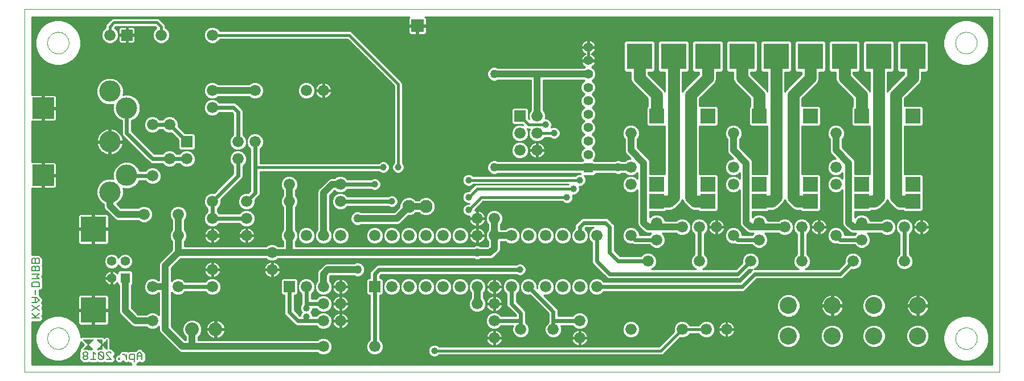
<source format=gbl>
G75*
G70*
%OFA0B0*%
%FSLAX24Y24*%
%IPPOS*%
%LPD*%
%AMOC8*
5,1,8,0,0,1.08239X$1,22.5*
%
%ADD10C,0.0000*%
%ADD11C,0.0080*%
%ADD12C,0.0560*%
%ADD13R,0.0560X0.0560*%
%ADD14R,0.1500X0.1500*%
%ADD15C,0.0800*%
%ADD16C,0.0660*%
%ADD17R,0.0660X0.0660*%
%ADD18C,0.1250*%
%ADD19R,0.1250X0.1250*%
%ADD20R,0.0860X0.0860*%
%ADD21C,0.1000*%
%ADD22C,0.0397*%
%ADD23R,0.0760X0.0760*%
%ADD24C,0.0760*%
%ADD25C,0.0400*%
%ADD26C,0.0240*%
%ADD27C,0.0100*%
%ADD28C,0.0160*%
%ADD29C,0.0396*%
%ADD30C,0.0500*%
%ADD31C,0.0700*%
%ADD32C,0.0020*%
D10*
X000232Y000101D02*
X000232Y021361D01*
X057318Y021361D01*
X057318Y000101D01*
X000232Y000101D01*
X001570Y002069D02*
X001572Y002119D01*
X001578Y002169D01*
X001588Y002218D01*
X001602Y002266D01*
X001619Y002313D01*
X001640Y002358D01*
X001665Y002402D01*
X001693Y002443D01*
X001725Y002482D01*
X001759Y002519D01*
X001796Y002553D01*
X001836Y002583D01*
X001878Y002610D01*
X001922Y002634D01*
X001968Y002655D01*
X002015Y002671D01*
X002063Y002684D01*
X002113Y002693D01*
X002162Y002698D01*
X002213Y002699D01*
X002263Y002696D01*
X002312Y002689D01*
X002361Y002678D01*
X002409Y002663D01*
X002455Y002645D01*
X002500Y002623D01*
X002543Y002597D01*
X002584Y002568D01*
X002623Y002536D01*
X002659Y002501D01*
X002691Y002463D01*
X002721Y002423D01*
X002748Y002380D01*
X002771Y002336D01*
X002790Y002290D01*
X002806Y002242D01*
X002818Y002193D01*
X002826Y002144D01*
X002830Y002094D01*
X002830Y002044D01*
X002826Y001994D01*
X002818Y001945D01*
X002806Y001896D01*
X002790Y001848D01*
X002771Y001802D01*
X002748Y001758D01*
X002721Y001715D01*
X002691Y001675D01*
X002659Y001637D01*
X002623Y001602D01*
X002584Y001570D01*
X002543Y001541D01*
X002500Y001515D01*
X002455Y001493D01*
X002409Y001475D01*
X002361Y001460D01*
X002312Y001449D01*
X002263Y001442D01*
X002213Y001439D01*
X002162Y001440D01*
X002113Y001445D01*
X002063Y001454D01*
X002015Y001467D01*
X001968Y001483D01*
X001922Y001504D01*
X001878Y001528D01*
X001836Y001555D01*
X001796Y001585D01*
X001759Y001619D01*
X001725Y001656D01*
X001693Y001695D01*
X001665Y001736D01*
X001640Y001780D01*
X001619Y001825D01*
X001602Y001872D01*
X001588Y001920D01*
X001578Y001969D01*
X001572Y002019D01*
X001570Y002069D01*
X001570Y019392D02*
X001572Y019442D01*
X001578Y019492D01*
X001588Y019541D01*
X001602Y019589D01*
X001619Y019636D01*
X001640Y019681D01*
X001665Y019725D01*
X001693Y019766D01*
X001725Y019805D01*
X001759Y019842D01*
X001796Y019876D01*
X001836Y019906D01*
X001878Y019933D01*
X001922Y019957D01*
X001968Y019978D01*
X002015Y019994D01*
X002063Y020007D01*
X002113Y020016D01*
X002162Y020021D01*
X002213Y020022D01*
X002263Y020019D01*
X002312Y020012D01*
X002361Y020001D01*
X002409Y019986D01*
X002455Y019968D01*
X002500Y019946D01*
X002543Y019920D01*
X002584Y019891D01*
X002623Y019859D01*
X002659Y019824D01*
X002691Y019786D01*
X002721Y019746D01*
X002748Y019703D01*
X002771Y019659D01*
X002790Y019613D01*
X002806Y019565D01*
X002818Y019516D01*
X002826Y019467D01*
X002830Y019417D01*
X002830Y019367D01*
X002826Y019317D01*
X002818Y019268D01*
X002806Y019219D01*
X002790Y019171D01*
X002771Y019125D01*
X002748Y019081D01*
X002721Y019038D01*
X002691Y018998D01*
X002659Y018960D01*
X002623Y018925D01*
X002584Y018893D01*
X002543Y018864D01*
X002500Y018838D01*
X002455Y018816D01*
X002409Y018798D01*
X002361Y018783D01*
X002312Y018772D01*
X002263Y018765D01*
X002213Y018762D01*
X002162Y018763D01*
X002113Y018768D01*
X002063Y018777D01*
X002015Y018790D01*
X001968Y018806D01*
X001922Y018827D01*
X001878Y018851D01*
X001836Y018878D01*
X001796Y018908D01*
X001759Y018942D01*
X001725Y018979D01*
X001693Y019018D01*
X001665Y019059D01*
X001640Y019103D01*
X001619Y019148D01*
X001602Y019195D01*
X001588Y019243D01*
X001578Y019292D01*
X001572Y019342D01*
X001570Y019392D01*
X054720Y019392D02*
X054722Y019442D01*
X054728Y019492D01*
X054738Y019541D01*
X054752Y019589D01*
X054769Y019636D01*
X054790Y019681D01*
X054815Y019725D01*
X054843Y019766D01*
X054875Y019805D01*
X054909Y019842D01*
X054946Y019876D01*
X054986Y019906D01*
X055028Y019933D01*
X055072Y019957D01*
X055118Y019978D01*
X055165Y019994D01*
X055213Y020007D01*
X055263Y020016D01*
X055312Y020021D01*
X055363Y020022D01*
X055413Y020019D01*
X055462Y020012D01*
X055511Y020001D01*
X055559Y019986D01*
X055605Y019968D01*
X055650Y019946D01*
X055693Y019920D01*
X055734Y019891D01*
X055773Y019859D01*
X055809Y019824D01*
X055841Y019786D01*
X055871Y019746D01*
X055898Y019703D01*
X055921Y019659D01*
X055940Y019613D01*
X055956Y019565D01*
X055968Y019516D01*
X055976Y019467D01*
X055980Y019417D01*
X055980Y019367D01*
X055976Y019317D01*
X055968Y019268D01*
X055956Y019219D01*
X055940Y019171D01*
X055921Y019125D01*
X055898Y019081D01*
X055871Y019038D01*
X055841Y018998D01*
X055809Y018960D01*
X055773Y018925D01*
X055734Y018893D01*
X055693Y018864D01*
X055650Y018838D01*
X055605Y018816D01*
X055559Y018798D01*
X055511Y018783D01*
X055462Y018772D01*
X055413Y018765D01*
X055363Y018762D01*
X055312Y018763D01*
X055263Y018768D01*
X055213Y018777D01*
X055165Y018790D01*
X055118Y018806D01*
X055072Y018827D01*
X055028Y018851D01*
X054986Y018878D01*
X054946Y018908D01*
X054909Y018942D01*
X054875Y018979D01*
X054843Y019018D01*
X054815Y019059D01*
X054790Y019103D01*
X054769Y019148D01*
X054752Y019195D01*
X054738Y019243D01*
X054728Y019292D01*
X054722Y019342D01*
X054720Y019392D01*
X054720Y002069D02*
X054722Y002119D01*
X054728Y002169D01*
X054738Y002218D01*
X054752Y002266D01*
X054769Y002313D01*
X054790Y002358D01*
X054815Y002402D01*
X054843Y002443D01*
X054875Y002482D01*
X054909Y002519D01*
X054946Y002553D01*
X054986Y002583D01*
X055028Y002610D01*
X055072Y002634D01*
X055118Y002655D01*
X055165Y002671D01*
X055213Y002684D01*
X055263Y002693D01*
X055312Y002698D01*
X055363Y002699D01*
X055413Y002696D01*
X055462Y002689D01*
X055511Y002678D01*
X055559Y002663D01*
X055605Y002645D01*
X055650Y002623D01*
X055693Y002597D01*
X055734Y002568D01*
X055773Y002536D01*
X055809Y002501D01*
X055841Y002463D01*
X055871Y002423D01*
X055898Y002380D01*
X055921Y002336D01*
X055940Y002290D01*
X055956Y002242D01*
X055968Y002193D01*
X055976Y002144D01*
X055980Y002094D01*
X055980Y002044D01*
X055976Y001994D01*
X055968Y001945D01*
X055956Y001896D01*
X055940Y001848D01*
X055921Y001802D01*
X055898Y001758D01*
X055871Y001715D01*
X055841Y001675D01*
X055809Y001637D01*
X055773Y001602D01*
X055734Y001570D01*
X055693Y001541D01*
X055650Y001515D01*
X055605Y001493D01*
X055559Y001475D01*
X055511Y001460D01*
X055462Y001449D01*
X055413Y001442D01*
X055363Y001439D01*
X055312Y001440D01*
X055263Y001445D01*
X055213Y001454D01*
X055165Y001467D01*
X055118Y001483D01*
X055072Y001504D01*
X055028Y001528D01*
X054986Y001555D01*
X054946Y001585D01*
X054909Y001619D01*
X054875Y001656D01*
X054843Y001695D01*
X054815Y001736D01*
X054790Y001780D01*
X054769Y001825D01*
X054752Y001872D01*
X054738Y001920D01*
X054728Y001969D01*
X054722Y002019D01*
X054720Y002069D01*
D11*
X007117Y001121D02*
X007117Y000841D01*
X007117Y001051D02*
X006837Y001051D01*
X006837Y001121D02*
X006837Y000841D01*
X006656Y000841D02*
X006446Y000841D01*
X006376Y000911D01*
X006376Y001051D01*
X006446Y001121D01*
X006656Y001121D01*
X006656Y000701D01*
X006196Y000841D02*
X006196Y001121D01*
X006056Y001121D02*
X005986Y001121D01*
X006056Y001121D02*
X006196Y000981D01*
X005812Y000911D02*
X005742Y000911D01*
X005742Y000841D01*
X005812Y000841D01*
X005812Y000911D01*
X005317Y000841D02*
X005037Y001121D01*
X005037Y001191D01*
X005107Y001261D01*
X005247Y001261D01*
X005317Y001191D01*
X004856Y001191D02*
X004856Y000911D01*
X004576Y001191D01*
X004576Y000911D01*
X004646Y000841D01*
X004786Y000841D01*
X004856Y000911D01*
X005037Y000841D02*
X005317Y000841D01*
X004856Y001191D02*
X004786Y001261D01*
X004646Y001261D01*
X004576Y001191D01*
X004396Y001121D02*
X004256Y001261D01*
X004256Y000841D01*
X004396Y000841D02*
X004116Y000841D01*
X003936Y000911D02*
X003936Y000981D01*
X003866Y001051D01*
X003726Y001051D01*
X003656Y000981D01*
X003656Y000911D01*
X003726Y000841D01*
X003866Y000841D01*
X003936Y000911D01*
X003866Y001051D02*
X003936Y001121D01*
X003936Y001191D01*
X003866Y001261D01*
X003726Y001261D01*
X003656Y001191D01*
X003656Y001121D01*
X003726Y001051D01*
X006837Y001121D02*
X006977Y001261D01*
X007117Y001121D01*
X001092Y003258D02*
X000672Y003258D01*
X000812Y003258D02*
X001092Y003538D01*
X001092Y003718D02*
X000672Y003998D01*
X000672Y004178D02*
X000952Y004178D01*
X001092Y004319D01*
X000952Y004459D01*
X000672Y004459D01*
X000882Y004459D02*
X000882Y004178D01*
X001092Y003998D02*
X000672Y003718D01*
X000672Y003538D02*
X000882Y003328D01*
X000882Y004639D02*
X000882Y004919D01*
X001092Y005099D02*
X001092Y005309D01*
X001022Y005379D01*
X000742Y005379D01*
X000672Y005309D01*
X000672Y005099D01*
X001092Y005099D01*
X001092Y005559D02*
X000952Y005700D01*
X001092Y005840D01*
X000672Y005840D01*
X000672Y006020D02*
X000672Y006230D01*
X000742Y006300D01*
X000812Y006300D01*
X000882Y006230D01*
X000882Y006020D01*
X000882Y006230D02*
X000952Y006300D01*
X001022Y006300D01*
X001092Y006230D01*
X001092Y006020D01*
X000672Y006020D01*
X000672Y006480D02*
X000672Y006690D01*
X000742Y006760D01*
X000812Y006760D01*
X000882Y006690D01*
X000882Y006480D01*
X001092Y006480D02*
X001092Y006690D01*
X001022Y006760D01*
X000952Y006760D01*
X000882Y006690D01*
X000672Y006480D02*
X001092Y006480D01*
X001092Y005559D02*
X000672Y005559D01*
D12*
X005338Y005609D03*
X005338Y006593D03*
X006126Y006593D03*
X033232Y012845D03*
X033232Y013632D03*
X033232Y014420D03*
X033232Y015207D03*
X033232Y015994D03*
X033232Y016782D03*
X033232Y017569D03*
X033232Y018357D03*
X033232Y019144D03*
D13*
X033232Y012057D03*
X006126Y005609D03*
D14*
X004271Y003731D03*
X004271Y008471D03*
X036232Y018601D03*
X038232Y018601D03*
X040232Y018601D03*
X042232Y018601D03*
X044232Y018601D03*
X046232Y018601D03*
X048232Y018601D03*
X050232Y018601D03*
X052232Y018601D03*
D15*
X011421Y002601D03*
X010043Y002601D03*
D16*
X007732Y003101D03*
X007732Y005101D03*
X009232Y005101D03*
X011232Y005101D03*
X011232Y006101D03*
X014732Y006101D03*
X014732Y007101D03*
X015732Y008101D03*
X016732Y008101D03*
X017732Y008101D03*
X018732Y008101D03*
X020732Y008101D03*
X021732Y008101D03*
X022732Y008101D03*
X023732Y008101D03*
X024732Y008101D03*
X025732Y008101D03*
X026732Y008101D03*
X027732Y008101D03*
X028732Y008101D03*
X029732Y008101D03*
X030732Y008101D03*
X031732Y008101D03*
X032732Y008101D03*
X033732Y008101D03*
X035732Y008101D03*
X037232Y007851D03*
X038732Y008601D03*
X039732Y008601D03*
X040732Y008601D03*
X041732Y008101D03*
X043232Y007851D03*
X044732Y008601D03*
X045732Y008601D03*
X046732Y008601D03*
X047732Y008101D03*
X049232Y007851D03*
X050732Y008601D03*
X051732Y008601D03*
X052732Y008601D03*
X049232Y008851D03*
X047732Y011101D03*
X047732Y012101D03*
X047732Y014101D03*
X041732Y014101D03*
X041732Y012101D03*
X041732Y011101D03*
X043232Y008851D03*
X042732Y006601D03*
X045732Y006601D03*
X048732Y006601D03*
X051732Y006601D03*
X041322Y002601D03*
X040141Y002601D03*
X038732Y002601D03*
X035732Y002601D03*
X032732Y003101D03*
X031182Y002601D03*
X032732Y002101D03*
X029282Y002601D03*
X027732Y003101D03*
X027732Y004101D03*
X026732Y004101D03*
X026732Y005101D03*
X027732Y005101D03*
X028732Y005101D03*
X029732Y005101D03*
X030732Y005101D03*
X031732Y005101D03*
X032732Y005101D03*
X033732Y005101D03*
X036732Y006601D03*
X039732Y006601D03*
X037232Y008851D03*
X035732Y011101D03*
X035732Y012101D03*
X035732Y014101D03*
X030232Y014101D03*
X029232Y014101D03*
X029232Y013101D03*
X030232Y013101D03*
X030232Y015101D03*
X018732Y011101D03*
X018732Y010101D03*
X015732Y010101D03*
X015732Y011101D03*
X013232Y010101D03*
X011232Y010101D03*
X009232Y009351D03*
X011232Y009101D03*
X013232Y009101D03*
X013232Y008101D03*
X011232Y008101D03*
X009232Y008101D03*
X007232Y009351D03*
X007732Y011601D03*
X008732Y012601D03*
X009732Y012601D03*
X012732Y012601D03*
X012732Y013601D03*
X013732Y013601D03*
X008732Y014601D03*
X007732Y014601D03*
X011232Y015601D03*
X011232Y016601D03*
X013732Y016601D03*
X016732Y016601D03*
X017732Y016601D03*
X011232Y019851D03*
X008232Y019851D03*
X005232Y019851D03*
X026732Y009101D03*
X027732Y009101D03*
X025732Y005101D03*
X024732Y005101D03*
X023732Y005101D03*
X022732Y005101D03*
X021732Y005101D03*
X018732Y005101D03*
X017732Y005101D03*
X016732Y005101D03*
X017732Y004101D03*
X018732Y004101D03*
X018732Y003101D03*
X017732Y003101D03*
X017732Y001601D03*
X020732Y001601D03*
X027732Y002101D03*
D17*
X020732Y005101D03*
X015732Y005101D03*
X009732Y013601D03*
X006232Y019851D03*
X029232Y015101D03*
D18*
X006216Y015569D03*
X005232Y016554D03*
X005232Y013601D03*
X006216Y011632D03*
X005232Y010648D03*
D19*
X001334Y011632D03*
X001334Y015569D03*
D20*
X037232Y015101D03*
X040232Y015101D03*
X043232Y015101D03*
X046232Y015101D03*
X049232Y015101D03*
X052232Y015101D03*
X052232Y011101D03*
X052232Y010101D03*
X049232Y010101D03*
X049232Y011101D03*
X046232Y011101D03*
X046232Y010101D03*
X043232Y010101D03*
X043232Y011101D03*
X040232Y011101D03*
X040232Y010101D03*
X037232Y010101D03*
X037232Y011101D03*
D21*
X044952Y003987D03*
X047511Y003987D03*
X049952Y003987D03*
X052511Y003987D03*
X052511Y002215D03*
X049952Y002215D03*
X047511Y002215D03*
X044952Y002215D03*
D22*
X016732Y003351D03*
X016732Y003851D03*
D23*
X023232Y020396D03*
D24*
X022732Y009806D03*
X023732Y009806D03*
D25*
X022732Y009806D01*
X022027Y009101D01*
X019732Y009101D01*
X017732Y008101D02*
X017732Y010601D01*
X018232Y011101D01*
X018732Y011101D01*
X015732Y011101D02*
X015732Y010101D01*
X015732Y008101D01*
X015732Y007101D01*
X026732Y007101D01*
X027482Y007101D01*
X027732Y007351D01*
X027732Y008101D01*
X027732Y009101D01*
X027732Y008101D02*
X028732Y008101D01*
X036482Y008851D02*
X036732Y008601D01*
X037232Y008601D01*
X037232Y008851D01*
X037232Y008601D02*
X038732Y008601D01*
X036482Y008851D02*
X036482Y012351D01*
X035732Y013101D01*
X035732Y014101D01*
X035732Y012101D02*
X034982Y012101D01*
X033275Y012101D01*
X033232Y012057D01*
X033232Y012101D01*
X027732Y012101D01*
X030232Y015101D02*
X030232Y017569D01*
X027732Y017569D01*
X030232Y017569D02*
X033232Y017569D01*
X041732Y014101D02*
X041732Y013101D01*
X042482Y012351D01*
X042482Y008851D01*
X042732Y008601D01*
X043232Y008601D01*
X043232Y008851D01*
X043232Y008601D02*
X044732Y008601D01*
X048482Y008851D02*
X048732Y008601D01*
X049232Y008601D01*
X049232Y008851D01*
X049232Y008601D02*
X050732Y008601D01*
X048482Y008851D02*
X048482Y012351D01*
X047732Y013101D01*
X047732Y014101D01*
X026732Y005101D02*
X026732Y004101D01*
X019732Y006101D02*
X017982Y006101D01*
X017732Y005851D01*
X017732Y005101D01*
X015732Y007101D02*
X014732Y007101D01*
X009232Y007101D01*
X008482Y006351D01*
X008482Y005101D01*
X007732Y005101D01*
X008482Y005101D02*
X008482Y002601D01*
X009482Y001601D01*
X010043Y001601D01*
X017732Y001601D01*
X010043Y001601D02*
X010043Y002601D01*
X007732Y003101D02*
X006732Y003101D01*
X006126Y003707D01*
X006126Y005609D01*
X009232Y007101D02*
X009232Y008101D01*
X009232Y009351D01*
X007232Y009351D02*
X005732Y009351D01*
X005232Y009851D01*
X005232Y010648D01*
X011232Y016601D02*
X013732Y016601D01*
D26*
X012482Y015601D02*
X011232Y015601D01*
X012482Y015601D02*
X012732Y015351D01*
X012732Y013601D01*
X013732Y013601D02*
X013732Y012101D01*
X013732Y010601D01*
X013232Y010101D01*
X012732Y011601D02*
X011232Y010101D01*
X011232Y009101D01*
X013232Y009101D01*
X013232Y008101D02*
X011232Y008101D01*
X018732Y010101D02*
X021732Y010101D01*
X020732Y011101D02*
X018732Y011101D01*
X012732Y011601D02*
X012732Y012601D01*
X009732Y012601D02*
X008732Y012601D01*
X007732Y012601D01*
X006216Y014117D01*
X006216Y015569D01*
X007732Y014601D02*
X008732Y014601D01*
X009732Y013601D01*
X007732Y011601D02*
X006248Y011601D01*
X006216Y011632D01*
X020732Y005851D02*
X020982Y006101D01*
X029232Y006101D01*
X029732Y005101D02*
X031182Y003651D01*
X031182Y002601D01*
X031182Y003101D01*
X032732Y003101D01*
X029282Y003101D02*
X029282Y002601D01*
X029282Y003101D02*
X027732Y003101D01*
X028732Y004101D02*
X029282Y003551D01*
X029282Y003101D01*
X028732Y004101D02*
X028732Y005101D01*
X033732Y005101D02*
X042232Y005101D01*
X042982Y005851D01*
X047982Y005851D01*
X048732Y006601D01*
X045732Y006601D02*
X045732Y008601D01*
X047732Y008101D02*
X047982Y007851D01*
X049232Y007851D01*
X051732Y008601D02*
X051732Y006601D01*
X043232Y007851D02*
X041982Y007851D01*
X041732Y008101D01*
X039732Y008601D02*
X039732Y006601D01*
X041982Y005851D02*
X042732Y006601D01*
X041982Y005851D02*
X034482Y005851D01*
X033732Y006601D01*
X033732Y008101D01*
X032732Y008101D02*
X032732Y008601D01*
X032982Y008851D01*
X034232Y008851D01*
X034482Y008601D01*
X034482Y007101D01*
X034982Y006601D01*
X036732Y006601D01*
X037232Y007851D02*
X035982Y007851D01*
X035732Y008101D01*
X020732Y005851D02*
X020732Y005101D01*
X020732Y001601D01*
X017732Y003101D02*
X016732Y003101D01*
X016732Y003351D01*
X016732Y003101D02*
X016232Y003101D01*
X015732Y003601D01*
X015732Y005101D01*
X016732Y005101D02*
X016732Y003851D01*
X016732Y004101D01*
X017732Y004101D01*
X011232Y005101D02*
X009232Y005101D01*
D27*
X009570Y004732D02*
X010893Y004732D01*
X010949Y004677D02*
X010815Y004811D01*
X009649Y004811D01*
X009515Y004677D01*
X009331Y004601D01*
X009132Y004601D01*
X008949Y004677D01*
X008852Y004774D01*
X008852Y002754D01*
X009635Y001971D01*
X009673Y001971D01*
X009673Y002165D01*
X009560Y002278D01*
X009473Y002487D01*
X009473Y002714D01*
X009560Y002924D01*
X009720Y003084D01*
X009929Y003171D01*
X010156Y003171D01*
X010366Y003084D01*
X010526Y002924D01*
X010613Y002714D01*
X010613Y002487D01*
X010526Y002278D01*
X010413Y002165D01*
X010413Y001971D01*
X017395Y001971D01*
X017449Y002025D01*
X017632Y002101D01*
X017831Y002101D01*
X018015Y002025D01*
X018156Y001884D01*
X018232Y001700D01*
X018232Y001501D01*
X018156Y001318D01*
X018015Y001177D01*
X017831Y001101D01*
X017632Y001101D01*
X017449Y001177D01*
X017395Y001231D01*
X009969Y001231D01*
X009408Y001231D01*
X009272Y001287D01*
X009168Y001391D01*
X008168Y002391D01*
X008112Y002527D01*
X008112Y002674D01*
X008112Y002774D01*
X008015Y002677D01*
X007831Y002601D01*
X007632Y002601D01*
X007449Y002677D01*
X007395Y002731D01*
X006658Y002731D01*
X006522Y002787D01*
X006418Y002891D01*
X005812Y003497D01*
X005756Y003633D01*
X005756Y003781D01*
X005756Y005178D01*
X005676Y005258D01*
X005676Y005342D01*
X005666Y005329D01*
X005618Y005281D01*
X005563Y005241D01*
X005503Y005210D01*
X005439Y005189D01*
X005377Y005179D01*
X005377Y005570D01*
X005299Y005570D01*
X004909Y005570D01*
X004919Y005508D01*
X004940Y005444D01*
X004970Y005383D01*
X005010Y005329D01*
X005058Y005281D01*
X005113Y005241D01*
X005173Y005210D01*
X005237Y005189D01*
X005299Y005179D01*
X005299Y005570D01*
X005299Y005647D01*
X004909Y005647D01*
X004919Y005709D01*
X004940Y005774D01*
X004970Y005834D01*
X005010Y005889D01*
X005058Y005937D01*
X005113Y005976D01*
X005173Y006007D01*
X005237Y006028D01*
X005299Y006038D01*
X005299Y005647D01*
X005377Y005647D01*
X005377Y006038D01*
X005439Y006028D01*
X005503Y006007D01*
X005563Y005976D01*
X005618Y005937D01*
X005666Y005889D01*
X005676Y005876D01*
X005676Y005959D01*
X005775Y006059D01*
X006476Y006059D01*
X006575Y005959D01*
X006575Y005258D01*
X006495Y005178D01*
X006495Y003860D01*
X006885Y003471D01*
X007395Y003471D01*
X007449Y003525D01*
X007632Y003601D01*
X007831Y003601D01*
X008015Y003525D01*
X008112Y003428D01*
X008112Y004731D01*
X008069Y004731D01*
X008015Y004677D01*
X007831Y004601D01*
X007632Y004601D01*
X007449Y004677D01*
X007308Y004818D01*
X007232Y005001D01*
X007232Y005200D01*
X007308Y005384D01*
X007449Y005525D01*
X007632Y005601D01*
X007831Y005601D01*
X008015Y005525D01*
X008069Y005471D01*
X008112Y005471D01*
X008112Y006424D01*
X008168Y006560D01*
X008272Y006664D01*
X008862Y007254D01*
X008862Y007764D01*
X008808Y007818D01*
X008732Y008001D01*
X008732Y008200D01*
X008808Y008384D01*
X008862Y008438D01*
X008862Y009014D01*
X008808Y009068D01*
X007656Y009068D01*
X007732Y009251D01*
X007732Y009450D01*
X007656Y009634D01*
X007515Y009775D01*
X007331Y009851D01*
X007132Y009851D01*
X006949Y009775D01*
X006895Y009721D01*
X005885Y009721D01*
X005646Y009959D01*
X005682Y009974D01*
X005906Y010198D01*
X006027Y010490D01*
X006027Y010806D01*
X006005Y010859D01*
X006058Y010837D01*
X006374Y010837D01*
X006666Y010958D01*
X006890Y011182D01*
X006943Y011311D01*
X007315Y011311D01*
X007449Y011177D01*
X007632Y011101D01*
X007831Y011101D01*
X008015Y011177D01*
X008156Y011318D01*
X008232Y011501D01*
X008232Y011700D01*
X008156Y011884D01*
X008015Y012025D01*
X007831Y012101D01*
X007632Y012101D01*
X007449Y012025D01*
X007315Y011891D01*
X006969Y011891D01*
X006890Y012083D01*
X006666Y012306D01*
X006374Y012427D01*
X006058Y012427D01*
X005766Y012306D01*
X005542Y012083D01*
X005421Y011790D01*
X005421Y011474D01*
X005443Y011421D01*
X005390Y011443D01*
X005074Y011443D01*
X004781Y011322D01*
X004558Y011098D01*
X004437Y010806D01*
X004437Y010490D01*
X004558Y010198D01*
X004781Y009974D01*
X004862Y009941D01*
X004862Y009777D01*
X004918Y009641D01*
X005022Y009537D01*
X005522Y009037D01*
X005658Y008981D01*
X005805Y008981D01*
X006895Y008981D01*
X006949Y008927D01*
X007132Y008851D01*
X007331Y008851D01*
X007515Y008927D01*
X007656Y009068D01*
X007697Y009167D02*
X008767Y009167D01*
X008732Y009251D02*
X008808Y009068D01*
X008862Y008970D02*
X007558Y008970D01*
X007380Y008871D02*
X008862Y008871D01*
X008862Y008773D02*
X005171Y008773D01*
X005171Y008871D02*
X007083Y008871D01*
X006906Y008970D02*
X005171Y008970D01*
X005171Y009068D02*
X005491Y009068D01*
X005393Y009167D02*
X005171Y009167D01*
X005171Y009241D02*
X005161Y009279D01*
X005141Y009313D01*
X005113Y009341D01*
X005079Y009361D01*
X005041Y009371D01*
X004321Y009371D01*
X004321Y008521D01*
X004221Y008521D01*
X004221Y009371D01*
X003501Y009371D01*
X003463Y009361D01*
X003429Y009341D01*
X003401Y009313D01*
X003381Y009279D01*
X003371Y009241D01*
X003371Y008521D01*
X004221Y008521D01*
X004221Y008421D01*
X003371Y008421D01*
X003371Y007701D01*
X003381Y007663D01*
X003401Y007629D01*
X003429Y007601D01*
X003463Y007581D01*
X003501Y007571D01*
X004221Y007571D01*
X004221Y008421D01*
X004321Y008421D01*
X004321Y007571D01*
X005041Y007571D01*
X005079Y007581D01*
X005113Y007601D01*
X005141Y007629D01*
X005161Y007663D01*
X005171Y007701D01*
X005171Y008421D01*
X004321Y008421D01*
X004321Y008521D01*
X005171Y008521D01*
X005171Y009241D01*
X005165Y009265D02*
X005294Y009265D01*
X005195Y009364D02*
X005067Y009364D01*
X005097Y009462D02*
X000682Y009462D01*
X000682Y009364D02*
X003475Y009364D01*
X003378Y009265D02*
X000682Y009265D01*
X000682Y009167D02*
X003371Y009167D01*
X003371Y009068D02*
X000682Y009068D01*
X000682Y008970D02*
X003371Y008970D01*
X003371Y008871D02*
X000682Y008871D01*
X000682Y008773D02*
X003371Y008773D01*
X003371Y008674D02*
X000682Y008674D01*
X000682Y008576D02*
X003371Y008576D01*
X003371Y008378D02*
X000682Y008378D01*
X000682Y008280D02*
X003371Y008280D01*
X003371Y008181D02*
X000682Y008181D01*
X000682Y008083D02*
X003371Y008083D01*
X003371Y007984D02*
X000682Y007984D01*
X000682Y007886D02*
X003371Y007886D01*
X003371Y007787D02*
X000682Y007787D01*
X000682Y007689D02*
X003375Y007689D01*
X003448Y007590D02*
X000682Y007590D01*
X000682Y007492D02*
X008862Y007492D01*
X008862Y007590D02*
X005095Y007590D01*
X005168Y007689D02*
X008862Y007689D01*
X008838Y007787D02*
X005171Y007787D01*
X005171Y007886D02*
X008780Y007886D01*
X008739Y007984D02*
X005171Y007984D01*
X005171Y008083D02*
X008732Y008083D01*
X008732Y008181D02*
X005171Y008181D01*
X005171Y008280D02*
X008765Y008280D01*
X008806Y008378D02*
X005171Y008378D01*
X005171Y008576D02*
X008862Y008576D01*
X008862Y008674D02*
X005171Y008674D01*
X004321Y008674D02*
X004221Y008674D01*
X004221Y008576D02*
X004321Y008576D01*
X004321Y008477D02*
X008862Y008477D01*
X009602Y008477D02*
X010933Y008477D01*
X010919Y008467D02*
X010866Y008413D01*
X010821Y008352D01*
X010787Y008285D01*
X010764Y008213D01*
X010752Y008139D01*
X010752Y008130D01*
X011203Y008130D01*
X011203Y008581D01*
X011194Y008581D01*
X011119Y008569D01*
X011048Y008546D01*
X010980Y008511D01*
X010919Y008467D01*
X010840Y008378D02*
X009658Y008378D01*
X009656Y008384D02*
X009602Y008438D01*
X009602Y009014D01*
X009656Y009068D01*
X010732Y009068D01*
X010732Y009001D02*
X010732Y009200D01*
X010808Y009384D01*
X010942Y009518D01*
X010942Y009684D01*
X010808Y009818D01*
X010732Y010001D01*
X010732Y010200D01*
X010808Y010384D01*
X010949Y010525D01*
X011132Y010601D01*
X011322Y010601D01*
X012442Y011721D01*
X012442Y012184D01*
X012308Y012318D01*
X012232Y012501D01*
X012232Y012700D01*
X012308Y012884D01*
X012449Y013025D01*
X012632Y013101D01*
X012831Y013101D01*
X013015Y013177D01*
X013156Y013318D01*
X013232Y013501D01*
X013308Y013318D01*
X013442Y013184D01*
X013442Y012043D01*
X013442Y010721D01*
X013322Y010601D01*
X013132Y010601D01*
X012949Y010525D01*
X012808Y010384D01*
X012732Y010200D01*
X012732Y010001D01*
X012808Y009818D01*
X012949Y009677D01*
X013132Y009601D01*
X013331Y009601D01*
X013515Y009677D01*
X013656Y009818D01*
X013732Y010001D01*
X013732Y010191D01*
X013896Y010355D01*
X013978Y010436D01*
X014022Y010543D01*
X014022Y011851D01*
X020961Y011851D01*
X021023Y011789D01*
X021159Y011733D01*
X021305Y011733D01*
X021440Y011789D01*
X021544Y011892D01*
X021600Y012028D01*
X021600Y012174D01*
X021544Y012309D01*
X021440Y012413D01*
X021305Y012469D01*
X021159Y012469D01*
X021023Y012413D01*
X020961Y012351D01*
X014022Y012351D01*
X014022Y013184D01*
X014156Y013318D01*
X014232Y013501D01*
X014232Y013700D01*
X021857Y013700D01*
X021857Y013798D02*
X014191Y013798D01*
X014156Y013884D02*
X014015Y014025D01*
X013831Y014101D01*
X013632Y014101D01*
X013449Y014025D01*
X013308Y013884D01*
X013232Y013700D01*
X013232Y013700D01*
X013232Y013501D01*
X013232Y013700D01*
X013156Y013884D01*
X013022Y014018D01*
X013022Y015408D01*
X012978Y015515D01*
X012896Y015597D01*
X012646Y015847D01*
X012539Y015891D01*
X012424Y015891D01*
X011649Y015891D01*
X011515Y016025D01*
X011331Y016101D01*
X011515Y016177D01*
X011569Y016231D01*
X013395Y016231D01*
X013449Y016177D01*
X013632Y016101D01*
X013831Y016101D01*
X014015Y016177D01*
X014156Y016318D01*
X014232Y016501D01*
X014232Y016700D01*
X014156Y016884D01*
X014015Y017025D01*
X013831Y017101D01*
X013632Y017101D01*
X013449Y017025D01*
X013395Y016971D01*
X011569Y016971D01*
X011515Y017025D01*
X011331Y017101D01*
X011132Y017101D01*
X010949Y017025D01*
X010808Y016884D01*
X010732Y016700D01*
X010732Y016501D01*
X010808Y016318D01*
X010949Y016177D01*
X011132Y016101D01*
X011331Y016101D01*
X011132Y016101D01*
X010949Y016025D01*
X010808Y015884D01*
X010732Y015700D01*
X010732Y015501D01*
X010808Y015318D01*
X010949Y015177D01*
X011132Y015101D01*
X011331Y015101D01*
X011515Y015177D01*
X011649Y015311D01*
X012362Y015311D01*
X012442Y015231D01*
X012442Y014018D01*
X012308Y013884D01*
X012232Y013700D01*
X010232Y013700D01*
X010232Y013798D02*
X012272Y013798D01*
X012232Y013700D02*
X012232Y013501D01*
X012308Y013318D01*
X012449Y013177D01*
X012632Y013101D01*
X012831Y013101D01*
X013015Y013025D01*
X013156Y012884D01*
X013232Y012700D01*
X013232Y012501D01*
X013156Y012318D01*
X013022Y012184D01*
X013022Y011543D01*
X012978Y011436D01*
X012896Y011355D01*
X011732Y010191D01*
X011732Y010001D01*
X011656Y009818D01*
X011522Y009684D01*
X011522Y009518D01*
X011649Y009391D01*
X012815Y009391D01*
X012949Y009525D01*
X013132Y009601D01*
X013331Y009601D01*
X013515Y009525D01*
X013656Y009384D01*
X013732Y009200D01*
X013732Y009001D01*
X013656Y008818D01*
X013515Y008677D01*
X013331Y008601D01*
X013132Y008601D01*
X012949Y008677D01*
X012815Y008811D01*
X011649Y008811D01*
X011515Y008677D01*
X011331Y008601D01*
X011132Y008601D01*
X010949Y008677D01*
X010808Y008818D01*
X010732Y009001D01*
X010745Y008970D02*
X009602Y008970D01*
X009602Y008871D02*
X010786Y008871D01*
X010853Y008773D02*
X009602Y008773D01*
X009602Y008674D02*
X010955Y008674D01*
X011161Y008576D02*
X009602Y008576D01*
X009656Y008384D02*
X009732Y008200D01*
X009732Y008001D01*
X009656Y007818D01*
X009602Y007764D01*
X009602Y007471D01*
X014395Y007471D01*
X014449Y007525D01*
X014632Y007601D01*
X014831Y007601D01*
X015015Y007525D01*
X015069Y007471D01*
X015362Y007471D01*
X015362Y007764D01*
X015308Y007818D01*
X015232Y008001D01*
X015232Y008200D01*
X015308Y008384D01*
X015362Y008438D01*
X015362Y009764D01*
X015308Y009818D01*
X015232Y010001D01*
X015232Y010200D01*
X015308Y010384D01*
X015362Y010438D01*
X015362Y010764D01*
X015308Y010818D01*
X015232Y011001D01*
X015232Y011200D01*
X015308Y011384D01*
X015449Y011525D01*
X015632Y011601D01*
X015831Y011601D01*
X016015Y011525D01*
X016156Y011384D01*
X016232Y011200D01*
X016232Y011001D01*
X016156Y010818D01*
X016102Y010764D01*
X016102Y010438D01*
X016156Y010384D01*
X016232Y010200D01*
X016232Y010001D01*
X016156Y009818D01*
X016102Y009764D01*
X016102Y008438D01*
X016156Y008384D01*
X016232Y008200D01*
X016232Y008001D01*
X016308Y007818D01*
X016449Y007677D01*
X016632Y007601D01*
X016831Y007601D01*
X017015Y007677D01*
X017156Y007818D01*
X017232Y008001D01*
X017308Y007818D01*
X017449Y007677D01*
X017632Y007601D01*
X017831Y007601D01*
X018015Y007677D01*
X018156Y007818D01*
X018232Y008001D01*
X018308Y007818D01*
X018449Y007677D01*
X018632Y007601D01*
X018831Y007601D01*
X019015Y007677D01*
X019156Y007818D01*
X019232Y008001D01*
X019232Y008200D01*
X019156Y008384D01*
X019015Y008525D01*
X018831Y008601D01*
X018632Y008601D01*
X018449Y008525D01*
X018308Y008384D01*
X018232Y008200D01*
X018232Y008001D01*
X018232Y008200D01*
X018156Y008384D01*
X018102Y008438D01*
X018102Y010448D01*
X018372Y010448D01*
X018308Y010384D02*
X018232Y010200D01*
X018232Y010001D01*
X018308Y009818D01*
X018449Y009677D01*
X018632Y009601D01*
X018831Y009601D01*
X019015Y009677D01*
X019149Y009811D01*
X021501Y009811D01*
X021523Y009789D01*
X021659Y009733D01*
X021805Y009733D01*
X021940Y009789D01*
X022044Y009892D01*
X022100Y010028D01*
X022100Y010174D01*
X022044Y010309D01*
X021940Y010413D01*
X021805Y010469D01*
X021659Y010469D01*
X021523Y010413D01*
X021501Y010391D01*
X019149Y010391D01*
X019015Y010525D01*
X018831Y010601D01*
X019015Y010677D01*
X019149Y010811D01*
X020501Y010811D01*
X020523Y010789D01*
X020659Y010733D01*
X020805Y010733D01*
X020940Y010789D01*
X021044Y010892D01*
X021100Y011028D01*
X021100Y011174D01*
X021044Y011309D01*
X020940Y011413D01*
X020805Y011469D01*
X020659Y011469D01*
X020523Y011413D01*
X020501Y011391D01*
X019149Y011391D01*
X019015Y011525D01*
X018831Y011601D01*
X018632Y011601D01*
X018449Y011525D01*
X018395Y011471D01*
X018305Y011471D01*
X018158Y011471D01*
X018022Y011414D01*
X017522Y010914D01*
X017418Y010810D01*
X017362Y010674D01*
X017362Y008438D01*
X017308Y008384D01*
X017232Y008200D01*
X017232Y008001D01*
X017232Y008200D01*
X017156Y008384D01*
X017015Y008525D01*
X016831Y008601D01*
X016632Y008601D01*
X016449Y008525D01*
X016308Y008384D01*
X016232Y008200D01*
X016232Y008001D01*
X016156Y007818D01*
X016102Y007764D01*
X016102Y007471D01*
X026528Y007471D01*
X026648Y007521D01*
X026815Y007521D01*
X026936Y007471D01*
X027329Y007471D01*
X027362Y007504D01*
X027362Y007764D01*
X027308Y007818D01*
X027232Y008001D01*
X027232Y008200D01*
X027308Y008384D01*
X027362Y008438D01*
X027362Y008764D01*
X027308Y008818D01*
X027232Y009001D01*
X027232Y009200D01*
X027308Y009384D01*
X027449Y009525D01*
X027632Y009601D01*
X027831Y009601D01*
X028015Y009525D01*
X028156Y009384D01*
X028232Y009200D01*
X028232Y009001D01*
X028156Y008818D01*
X028102Y008764D01*
X028102Y008471D01*
X028395Y008471D01*
X028449Y008525D01*
X028632Y008601D01*
X028831Y008601D01*
X029015Y008525D01*
X029156Y008384D01*
X029232Y008200D01*
X029232Y008001D01*
X029308Y007818D01*
X029449Y007677D01*
X029632Y007601D01*
X029831Y007601D01*
X030015Y007677D01*
X030156Y007818D01*
X030232Y008001D01*
X030308Y007818D01*
X030449Y007677D01*
X030632Y007601D01*
X030831Y007601D01*
X031015Y007677D01*
X031156Y007818D01*
X031232Y008001D01*
X031308Y007818D01*
X031449Y007677D01*
X031632Y007601D01*
X031831Y007601D01*
X032015Y007677D01*
X032156Y007818D01*
X032232Y008001D01*
X032308Y007818D01*
X032449Y007677D01*
X032632Y007601D01*
X032831Y007601D01*
X033015Y007677D01*
X033156Y007818D01*
X033232Y008001D01*
X033308Y007818D01*
X033442Y007684D01*
X033442Y006658D01*
X033442Y006543D01*
X033486Y006436D01*
X034236Y005686D01*
X034318Y005605D01*
X034424Y005561D01*
X041924Y005561D01*
X042039Y005561D01*
X042146Y005605D01*
X042642Y006101D01*
X042828Y006101D01*
X042818Y006097D01*
X042736Y006015D01*
X042112Y005391D01*
X034149Y005391D01*
X034015Y005525D01*
X033831Y005601D01*
X033632Y005601D01*
X033449Y005525D01*
X033308Y005384D01*
X033232Y005200D01*
X033232Y005001D01*
X033308Y004818D01*
X033449Y004677D01*
X033632Y004601D01*
X033831Y004601D01*
X034015Y004677D01*
X034149Y004811D01*
X042174Y004811D01*
X042289Y004811D01*
X042396Y004855D01*
X043102Y005561D01*
X047924Y005561D01*
X048039Y005561D01*
X048146Y005605D01*
X048642Y006101D01*
X048831Y006101D01*
X049015Y006177D01*
X049156Y006318D01*
X049232Y006501D01*
X049232Y006700D01*
X049156Y006884D01*
X049015Y007025D01*
X048831Y007101D01*
X048632Y007101D01*
X048449Y007025D01*
X048308Y006884D01*
X048232Y006700D01*
X048232Y006511D01*
X047862Y006141D01*
X045928Y006141D01*
X046015Y006177D01*
X046156Y006318D01*
X046232Y006501D01*
X046232Y006700D01*
X046156Y006884D01*
X046022Y007018D01*
X046022Y008184D01*
X046156Y008318D01*
X046232Y008501D01*
X046232Y008700D01*
X046156Y008884D01*
X046015Y009025D01*
X045831Y009101D01*
X045632Y009101D01*
X045449Y009025D01*
X045308Y008884D01*
X045232Y008700D01*
X045232Y008501D01*
X045308Y008318D01*
X045442Y008184D01*
X045442Y007018D01*
X045308Y006884D01*
X045232Y006700D01*
X045232Y006501D01*
X045308Y006318D01*
X045449Y006177D01*
X045536Y006141D01*
X042928Y006141D01*
X043015Y006177D01*
X043156Y006318D01*
X043232Y006501D01*
X043232Y006700D01*
X043156Y006884D01*
X043015Y007025D01*
X042831Y007101D01*
X042632Y007101D01*
X042449Y007025D01*
X042308Y006884D01*
X042232Y006700D01*
X042232Y006511D01*
X041862Y006141D01*
X039928Y006141D01*
X040015Y006177D01*
X040156Y006318D01*
X040232Y006501D01*
X040232Y006700D01*
X040156Y006884D01*
X040022Y007018D01*
X040022Y008184D01*
X040156Y008318D01*
X040232Y008501D01*
X040232Y008700D01*
X040156Y008884D01*
X040015Y009025D01*
X039831Y009101D01*
X039632Y009101D01*
X039449Y009025D01*
X039308Y008884D01*
X039232Y008700D01*
X039232Y008501D01*
X039308Y008318D01*
X039442Y008184D01*
X039442Y007018D01*
X039308Y006884D01*
X039232Y006700D01*
X039232Y006501D01*
X039308Y006318D01*
X039449Y006177D01*
X039536Y006141D01*
X036928Y006141D01*
X037015Y006177D01*
X037156Y006318D01*
X037232Y006501D01*
X037232Y006700D01*
X037156Y006884D01*
X037015Y007025D01*
X036831Y007101D01*
X036632Y007101D01*
X036449Y007025D01*
X036315Y006891D01*
X035102Y006891D01*
X034772Y007221D01*
X034772Y008658D01*
X034728Y008765D01*
X034646Y008847D01*
X034396Y009097D01*
X034289Y009141D01*
X034174Y009141D01*
X032924Y009141D01*
X032818Y009097D01*
X032736Y009015D01*
X032486Y008765D01*
X032442Y008658D01*
X032442Y008543D01*
X032442Y008518D01*
X032308Y008384D01*
X032232Y008200D01*
X032232Y008001D01*
X032232Y008200D01*
X032156Y008384D01*
X032015Y008525D01*
X031831Y008601D01*
X031632Y008601D01*
X031449Y008525D01*
X031308Y008384D01*
X031232Y008200D01*
X031232Y008001D01*
X031232Y008200D01*
X031156Y008384D01*
X031015Y008525D01*
X030831Y008601D01*
X030632Y008601D01*
X030449Y008525D01*
X030308Y008384D01*
X030232Y008200D01*
X030232Y008001D01*
X030232Y008200D01*
X030156Y008384D01*
X030015Y008525D01*
X029831Y008601D01*
X029632Y008601D01*
X029449Y008525D01*
X029308Y008384D01*
X029232Y008200D01*
X029232Y008001D01*
X029156Y007818D01*
X029015Y007677D01*
X028831Y007601D01*
X028632Y007601D01*
X028449Y007677D01*
X028395Y007731D01*
X028102Y007731D01*
X028102Y007277D01*
X028045Y007141D01*
X027941Y007037D01*
X027691Y006787D01*
X027555Y006731D01*
X027408Y006731D01*
X026936Y006731D01*
X026815Y006681D01*
X026648Y006681D01*
X026528Y006731D01*
X015658Y006731D01*
X015069Y006731D01*
X015015Y006677D01*
X014831Y006601D01*
X014632Y006601D01*
X014449Y006677D01*
X014395Y006731D01*
X009385Y006731D01*
X008852Y006198D01*
X008852Y005428D01*
X008949Y005525D01*
X009132Y005601D01*
X009331Y005601D01*
X009515Y005525D01*
X009649Y005391D01*
X010815Y005391D01*
X010949Y005525D01*
X011132Y005601D01*
X011331Y005601D01*
X011515Y005525D01*
X011656Y005384D01*
X011732Y005200D01*
X011732Y005001D01*
X011656Y004818D01*
X011515Y004677D01*
X011331Y004601D01*
X011132Y004601D01*
X010949Y004677D01*
X011053Y004634D02*
X009411Y004634D01*
X009053Y004634D02*
X008852Y004634D01*
X008852Y004732D02*
X008893Y004732D01*
X008852Y004535D02*
X015442Y004535D01*
X015442Y004601D02*
X015442Y003658D01*
X015442Y003543D01*
X015486Y003436D01*
X015986Y002936D01*
X016068Y002855D01*
X016174Y002811D01*
X016674Y002811D01*
X016789Y002811D01*
X017315Y002811D01*
X017449Y002677D01*
X017632Y002601D01*
X017831Y002601D01*
X018015Y002677D01*
X018156Y002818D01*
X018232Y003001D01*
X018232Y003200D01*
X018156Y003384D01*
X018015Y003525D01*
X017831Y003601D01*
X018015Y003677D01*
X018156Y003818D01*
X018232Y004001D01*
X018232Y004200D01*
X018156Y004384D01*
X018015Y004525D01*
X017831Y004601D01*
X018015Y004677D01*
X018156Y004818D01*
X018232Y005001D01*
X018232Y005200D01*
X018156Y005384D01*
X018102Y005438D01*
X018102Y005698D01*
X018135Y005731D01*
X019528Y005731D01*
X019648Y005681D01*
X019815Y005681D01*
X019970Y005745D01*
X020088Y005863D01*
X020152Y006017D01*
X020152Y006184D01*
X020088Y006339D01*
X019970Y006457D01*
X019815Y006521D01*
X019648Y006521D01*
X019528Y006471D01*
X018055Y006471D01*
X017908Y006471D01*
X017772Y006414D01*
X017522Y006164D01*
X017418Y006060D01*
X017362Y005924D01*
X017362Y005438D01*
X017308Y005384D01*
X017232Y005200D01*
X017232Y005001D01*
X017308Y004818D01*
X017449Y004677D01*
X017632Y004601D01*
X017831Y004601D01*
X017632Y004601D01*
X017449Y004525D01*
X017315Y004391D01*
X017022Y004391D01*
X017022Y004684D01*
X017156Y004818D01*
X017232Y005001D01*
X017232Y005200D01*
X017156Y005384D01*
X017015Y005525D01*
X016831Y005601D01*
X016632Y005601D01*
X016449Y005525D01*
X016308Y005384D01*
X016232Y005200D01*
X016232Y005001D01*
X016308Y004818D01*
X016442Y004684D01*
X016442Y004082D01*
X016419Y004059D01*
X016363Y003924D01*
X016363Y003777D01*
X016419Y003642D01*
X016461Y003601D01*
X016419Y003559D01*
X016363Y003424D01*
X016363Y003391D01*
X016352Y003391D01*
X016022Y003721D01*
X016022Y004601D01*
X016132Y004601D01*
X016232Y004700D01*
X016232Y005501D01*
X016132Y005601D01*
X015331Y005601D01*
X015232Y005501D01*
X015232Y004700D01*
X015331Y004601D01*
X015442Y004601D01*
X015298Y004634D02*
X011411Y004634D01*
X011570Y004732D02*
X015232Y004732D01*
X015232Y004831D02*
X011661Y004831D01*
X011702Y004929D02*
X015232Y004929D01*
X015232Y005028D02*
X011732Y005028D01*
X011732Y005126D02*
X015232Y005126D01*
X015232Y005225D02*
X011722Y005225D01*
X011681Y005324D02*
X015232Y005324D01*
X015232Y005422D02*
X011618Y005422D01*
X011519Y005521D02*
X015251Y005521D01*
X015044Y005735D02*
X015098Y005788D01*
X015142Y005849D01*
X015177Y005916D01*
X015200Y005988D01*
X015212Y006063D01*
X015212Y006072D01*
X014761Y006072D01*
X014761Y006130D01*
X014703Y006130D01*
X014703Y006581D01*
X014694Y006581D01*
X014619Y006569D01*
X014548Y006546D01*
X014480Y006511D01*
X014419Y006467D01*
X014366Y006413D01*
X014321Y006352D01*
X014287Y006285D01*
X014264Y006213D01*
X014252Y006139D01*
X014252Y006130D01*
X014703Y006130D01*
X014703Y006072D01*
X014252Y006072D01*
X014252Y006063D01*
X014264Y005988D01*
X014287Y005916D01*
X014321Y005849D01*
X014366Y005788D01*
X014419Y005735D01*
X014480Y005690D01*
X014548Y005656D01*
X014619Y005633D01*
X014694Y005621D01*
X014703Y005621D01*
X014703Y006072D01*
X014761Y006072D01*
X014761Y005621D01*
X014770Y005621D01*
X014844Y005633D01*
X014916Y005656D01*
X014983Y005690D01*
X015044Y005735D01*
X015021Y005718D02*
X017362Y005718D01*
X017362Y005816D02*
X015118Y005816D01*
X015176Y005915D02*
X017362Y005915D01*
X017399Y006013D02*
X015204Y006013D01*
X015212Y006130D02*
X014761Y006130D01*
X014761Y006581D01*
X014770Y006581D01*
X014844Y006569D01*
X014916Y006546D01*
X014983Y006511D01*
X015044Y006467D01*
X015098Y006413D01*
X015142Y006352D01*
X015177Y006285D01*
X015200Y006213D01*
X015212Y006139D01*
X015212Y006130D01*
X015200Y006210D02*
X017568Y006210D01*
X017470Y006112D02*
X014761Y006112D01*
X014703Y006112D02*
X011261Y006112D01*
X011261Y006130D02*
X011712Y006130D01*
X011712Y006139D01*
X011700Y006213D01*
X011677Y006285D01*
X011642Y006352D01*
X011598Y006413D01*
X011544Y006467D01*
X011483Y006511D01*
X011416Y006546D01*
X011344Y006569D01*
X011270Y006581D01*
X011261Y006581D01*
X011261Y006130D01*
X011203Y006130D01*
X011203Y006581D01*
X011194Y006581D01*
X011119Y006569D01*
X011048Y006546D01*
X010980Y006511D01*
X010919Y006467D01*
X010866Y006413D01*
X010821Y006352D01*
X010787Y006285D01*
X010764Y006213D01*
X010752Y006139D01*
X010752Y006130D01*
X011203Y006130D01*
X011203Y006072D01*
X010752Y006072D01*
X010752Y006063D01*
X010764Y005988D01*
X010787Y005916D01*
X010821Y005849D01*
X010866Y005788D01*
X010919Y005735D01*
X010980Y005690D01*
X011048Y005656D01*
X011119Y005633D01*
X011194Y005621D01*
X011203Y005621D01*
X011203Y006072D01*
X011261Y006072D01*
X011261Y006130D01*
X011261Y006072D02*
X011712Y006072D01*
X011712Y006063D01*
X011700Y005988D01*
X011677Y005916D01*
X011642Y005849D01*
X011598Y005788D01*
X011544Y005735D01*
X011483Y005690D01*
X011416Y005656D01*
X011344Y005633D01*
X011270Y005621D01*
X011261Y005621D01*
X011261Y006072D01*
X011261Y006013D02*
X011203Y006013D01*
X011203Y005915D02*
X011261Y005915D01*
X011261Y005816D02*
X011203Y005816D01*
X011203Y005718D02*
X011261Y005718D01*
X011521Y005718D02*
X014442Y005718D01*
X014345Y005816D02*
X011618Y005816D01*
X011676Y005915D02*
X014288Y005915D01*
X014260Y006013D02*
X011704Y006013D01*
X011700Y006210D02*
X014263Y006210D01*
X014299Y006309D02*
X011664Y006309D01*
X011602Y006408D02*
X014361Y006408D01*
X014473Y006506D02*
X011491Y006506D01*
X011261Y006506D02*
X011203Y006506D01*
X011203Y006408D02*
X011261Y006408D01*
X011261Y006309D02*
X011203Y006309D01*
X011203Y006210D02*
X011261Y006210D01*
X011203Y006112D02*
X008852Y006112D01*
X008852Y006013D02*
X010760Y006013D01*
X010788Y005915D02*
X008852Y005915D01*
X008852Y005816D02*
X010845Y005816D01*
X010942Y005718D02*
X008852Y005718D01*
X008852Y005619D02*
X017362Y005619D01*
X017362Y005521D02*
X017019Y005521D01*
X017118Y005422D02*
X017346Y005422D01*
X017283Y005324D02*
X017181Y005324D01*
X017222Y005225D02*
X017242Y005225D01*
X017232Y005126D02*
X017232Y005126D01*
X017232Y005028D02*
X017232Y005028D01*
X017202Y004929D02*
X017262Y004929D01*
X017302Y004831D02*
X017161Y004831D01*
X017070Y004732D02*
X017393Y004732D01*
X017553Y004634D02*
X017022Y004634D01*
X017022Y004535D02*
X017474Y004535D01*
X017361Y004437D02*
X017022Y004437D01*
X016442Y004437D02*
X016022Y004437D01*
X016022Y004535D02*
X016442Y004535D01*
X016442Y004634D02*
X016165Y004634D01*
X016232Y004732D02*
X016393Y004732D01*
X016302Y004831D02*
X016232Y004831D01*
X016232Y004929D02*
X016262Y004929D01*
X016232Y005028D02*
X016232Y005028D01*
X016232Y005126D02*
X016232Y005126D01*
X016232Y005225D02*
X016242Y005225D01*
X016232Y005324D02*
X016283Y005324D01*
X016232Y005422D02*
X016346Y005422D01*
X016445Y005521D02*
X016212Y005521D01*
X014761Y005718D02*
X014703Y005718D01*
X014703Y005816D02*
X014761Y005816D01*
X014761Y005915D02*
X014703Y005915D01*
X014703Y006013D02*
X014761Y006013D01*
X014761Y006210D02*
X014703Y006210D01*
X014703Y006309D02*
X014761Y006309D01*
X014761Y006408D02*
X014703Y006408D01*
X014703Y006506D02*
X014761Y006506D01*
X014841Y006605D02*
X033442Y006605D01*
X033442Y006703D02*
X026869Y006703D01*
X026594Y006703D02*
X015041Y006703D01*
X014991Y006506D02*
X019613Y006506D01*
X019851Y006506D02*
X033457Y006506D01*
X033515Y006408D02*
X029446Y006408D01*
X029440Y006413D02*
X029305Y006469D01*
X029159Y006469D01*
X029023Y006413D01*
X029001Y006391D01*
X021039Y006391D01*
X020924Y006391D01*
X020818Y006347D01*
X020568Y006097D01*
X020486Y006015D01*
X020442Y005908D01*
X020442Y005601D01*
X020331Y005601D01*
X020232Y005501D01*
X020232Y004700D01*
X020331Y004601D01*
X020442Y004601D01*
X020442Y002018D01*
X020308Y001884D01*
X020232Y001700D01*
X020232Y001501D01*
X020308Y001318D01*
X020449Y001177D01*
X020632Y001101D01*
X020831Y001101D01*
X021015Y001177D01*
X021156Y001318D01*
X021232Y001501D01*
X021232Y001700D01*
X021156Y001884D01*
X021022Y002018D01*
X021022Y004601D01*
X021132Y004601D01*
X021232Y004700D01*
X021232Y005501D01*
X021132Y005601D01*
X021022Y005601D01*
X021022Y005731D01*
X021102Y005811D01*
X029001Y005811D01*
X029023Y005789D01*
X029159Y005733D01*
X029305Y005733D01*
X029440Y005789D01*
X029544Y005892D01*
X029600Y006028D01*
X029600Y006174D01*
X029544Y006309D01*
X033613Y006309D01*
X033712Y006210D02*
X029585Y006210D01*
X029600Y006112D02*
X033811Y006112D01*
X033909Y006013D02*
X029594Y006013D01*
X029553Y005915D02*
X034008Y005915D01*
X034106Y005816D02*
X029468Y005816D01*
X029632Y005601D02*
X029449Y005525D01*
X029308Y005384D01*
X029232Y005200D01*
X029232Y005001D01*
X029308Y004818D01*
X029449Y004677D01*
X029632Y004601D01*
X029822Y004601D01*
X030892Y003531D01*
X030892Y003158D01*
X030892Y003043D01*
X030892Y003018D01*
X030758Y002884D01*
X030682Y002700D01*
X030682Y002501D01*
X030758Y002318D01*
X030899Y002177D01*
X031082Y002101D01*
X031281Y002101D01*
X031465Y002177D01*
X031606Y002318D01*
X031682Y002501D01*
X031682Y002700D01*
X031636Y002811D01*
X032315Y002811D01*
X032449Y002677D01*
X032632Y002601D01*
X032831Y002601D01*
X033015Y002677D01*
X033156Y002818D01*
X033232Y003001D01*
X033232Y003200D01*
X033156Y003384D01*
X033015Y003525D01*
X032831Y003601D01*
X032632Y003601D01*
X032449Y003525D01*
X032315Y003391D01*
X031472Y003391D01*
X031472Y003708D01*
X031428Y003815D01*
X031346Y003897D01*
X030642Y004601D01*
X030831Y004601D01*
X031015Y004677D01*
X031156Y004818D01*
X031232Y005001D01*
X031308Y004818D01*
X031449Y004677D01*
X031632Y004601D01*
X031831Y004601D01*
X032015Y004677D01*
X032156Y004818D01*
X032232Y005001D01*
X032308Y004818D01*
X032449Y004677D01*
X032632Y004601D01*
X032831Y004601D01*
X033015Y004677D01*
X033156Y004818D01*
X033232Y005001D01*
X033232Y005200D01*
X033156Y005384D01*
X033015Y005525D01*
X032831Y005601D01*
X032632Y005601D01*
X032449Y005525D01*
X032308Y005384D01*
X032232Y005200D01*
X032232Y005001D01*
X032232Y005200D01*
X032156Y005384D01*
X032015Y005525D01*
X031831Y005601D01*
X031632Y005601D01*
X031449Y005525D01*
X031308Y005384D01*
X031232Y005200D01*
X031232Y005001D01*
X031232Y005200D01*
X031156Y005384D01*
X031015Y005525D01*
X030831Y005601D01*
X030632Y005601D01*
X030449Y005525D01*
X030308Y005384D01*
X030232Y005200D01*
X030232Y005011D01*
X030232Y005200D01*
X030156Y005384D01*
X030015Y005525D01*
X029831Y005601D01*
X029632Y005601D01*
X029445Y005521D02*
X029019Y005521D01*
X029015Y005525D02*
X028831Y005601D01*
X028632Y005601D01*
X028449Y005525D01*
X028308Y005384D01*
X028232Y005200D01*
X028232Y005001D01*
X028308Y004818D01*
X028442Y004684D01*
X028442Y004043D01*
X028486Y003936D01*
X028568Y003855D01*
X028992Y003431D01*
X028992Y003391D01*
X028149Y003391D01*
X028015Y003525D01*
X027831Y003601D01*
X027632Y003601D01*
X027449Y003525D01*
X027308Y003384D01*
X027232Y003200D01*
X027232Y003001D01*
X027308Y002818D01*
X027449Y002677D01*
X027632Y002601D01*
X027831Y002601D01*
X028015Y002677D01*
X028149Y002811D01*
X028828Y002811D01*
X028782Y002700D01*
X028782Y002501D01*
X028858Y002318D01*
X028999Y002177D01*
X029182Y002101D01*
X029381Y002101D01*
X029565Y002177D01*
X029706Y002318D01*
X029782Y002501D01*
X029782Y002700D01*
X029706Y002884D01*
X029572Y003018D01*
X029572Y003043D01*
X029572Y003158D01*
X029572Y003493D01*
X029572Y003608D01*
X029528Y003715D01*
X029022Y004221D01*
X029022Y004684D01*
X029156Y004818D01*
X029232Y005001D01*
X029232Y005200D01*
X029156Y005384D01*
X029015Y005525D01*
X029118Y005422D02*
X029346Y005422D01*
X029283Y005324D02*
X029181Y005324D01*
X029222Y005225D02*
X029242Y005225D01*
X029232Y005126D02*
X029232Y005126D01*
X029232Y005028D02*
X029232Y005028D01*
X029202Y004929D02*
X029262Y004929D01*
X029302Y004831D02*
X029161Y004831D01*
X029070Y004732D02*
X029393Y004732D01*
X029553Y004634D02*
X029022Y004634D01*
X029022Y004535D02*
X029887Y004535D01*
X029986Y004437D02*
X029022Y004437D01*
X029022Y004338D02*
X030084Y004338D01*
X030183Y004240D02*
X029022Y004240D01*
X029102Y004141D02*
X030281Y004141D01*
X030380Y004043D02*
X029200Y004043D01*
X029299Y003944D02*
X030478Y003944D01*
X030577Y003845D02*
X029397Y003845D01*
X029496Y003747D02*
X030676Y003747D01*
X030774Y003648D02*
X029555Y003648D01*
X029572Y003550D02*
X030873Y003550D01*
X030892Y003451D02*
X029572Y003451D01*
X029572Y003353D02*
X030892Y003353D01*
X030892Y003254D02*
X029572Y003254D01*
X029572Y003156D02*
X030892Y003156D01*
X030892Y003057D02*
X029572Y003057D01*
X029631Y002959D02*
X030832Y002959D01*
X030748Y002860D02*
X029716Y002860D01*
X029756Y002761D02*
X030707Y002761D01*
X030682Y002663D02*
X029782Y002663D01*
X029782Y002564D02*
X030682Y002564D01*
X030696Y002466D02*
X029767Y002466D01*
X029726Y002367D02*
X030737Y002367D01*
X030807Y002269D02*
X029657Y002269D01*
X029549Y002170D02*
X030915Y002170D01*
X031449Y002170D02*
X032257Y002170D01*
X032252Y002139D02*
X032264Y002213D01*
X032287Y002285D01*
X032321Y002352D01*
X032366Y002413D01*
X032419Y002467D01*
X032480Y002511D01*
X032548Y002546D01*
X032619Y002569D01*
X032694Y002581D01*
X032703Y002581D01*
X032703Y002130D01*
X032761Y002130D01*
X032761Y002581D01*
X032770Y002581D01*
X032844Y002569D01*
X032916Y002546D01*
X032983Y002511D01*
X033044Y002467D01*
X033098Y002413D01*
X033142Y002352D01*
X033177Y002285D01*
X033200Y002213D01*
X033212Y002139D01*
X033212Y002130D01*
X032761Y002130D01*
X032761Y002072D01*
X033212Y002072D01*
X033212Y002063D01*
X033200Y001988D01*
X033177Y001916D01*
X033142Y001849D01*
X033098Y001788D01*
X033044Y001735D01*
X032983Y001690D01*
X032916Y001656D01*
X032844Y001633D01*
X032770Y001621D01*
X032761Y001621D01*
X032761Y002072D01*
X032703Y002072D01*
X032252Y002072D01*
X032252Y002063D01*
X032264Y001988D01*
X032287Y001916D01*
X032321Y001849D01*
X032366Y001788D01*
X032419Y001735D01*
X032480Y001690D01*
X032548Y001656D01*
X032619Y001633D01*
X032694Y001621D01*
X032703Y001621D01*
X032703Y002072D01*
X032703Y002130D01*
X032252Y002130D01*
X032252Y002139D01*
X032252Y002072D02*
X028212Y002072D01*
X027761Y002072D01*
X027761Y002130D01*
X027703Y002130D01*
X027703Y002581D01*
X027694Y002581D01*
X027619Y002569D01*
X027548Y002546D01*
X027480Y002511D01*
X027419Y002467D01*
X027366Y002413D01*
X027321Y002352D01*
X027287Y002285D01*
X027264Y002213D01*
X027252Y002139D01*
X027252Y002130D01*
X027703Y002130D01*
X027703Y002072D01*
X027252Y002072D01*
X027252Y002063D01*
X027264Y001988D01*
X027287Y001916D01*
X027321Y001849D01*
X027366Y001788D01*
X027419Y001735D01*
X027480Y001690D01*
X027548Y001656D01*
X027619Y001633D01*
X027694Y001621D01*
X027703Y001621D01*
X027703Y002072D01*
X027761Y002072D01*
X027761Y001621D01*
X027770Y001621D01*
X027844Y001633D01*
X027916Y001656D01*
X027983Y001690D01*
X028044Y001735D01*
X028098Y001788D01*
X028142Y001849D01*
X028177Y001916D01*
X028200Y001988D01*
X028212Y002063D01*
X028212Y002072D01*
X028212Y002130D02*
X028212Y002139D01*
X028200Y002213D01*
X028177Y002285D01*
X028142Y002352D01*
X028098Y002413D01*
X028044Y002467D01*
X027983Y002511D01*
X027916Y002546D01*
X027844Y002569D01*
X027770Y002581D01*
X027761Y002581D01*
X027761Y002130D01*
X028212Y002130D01*
X028207Y002170D02*
X029015Y002170D01*
X028907Y002269D02*
X028182Y002269D01*
X028131Y002367D02*
X028837Y002367D01*
X028796Y002466D02*
X028046Y002466D01*
X027981Y002663D02*
X028782Y002663D01*
X028782Y002564D02*
X027858Y002564D01*
X027761Y002564D02*
X027703Y002564D01*
X027605Y002564D02*
X021022Y002564D01*
X021022Y002466D02*
X027418Y002466D01*
X027332Y002367D02*
X021022Y002367D01*
X021022Y002269D02*
X027282Y002269D01*
X027257Y002170D02*
X021022Y002170D01*
X021022Y002072D02*
X027252Y002072D01*
X027269Y001973D02*
X021067Y001973D01*
X021160Y001875D02*
X027308Y001875D01*
X027378Y001776D02*
X021200Y001776D01*
X021232Y001677D02*
X024059Y001677D01*
X024023Y001663D02*
X023920Y001559D01*
X023864Y001424D01*
X023864Y001278D01*
X023920Y001142D01*
X024023Y001039D01*
X024159Y000983D01*
X024305Y000983D01*
X024440Y001039D01*
X024502Y001101D01*
X037432Y001101D01*
X037532Y001101D01*
X037623Y001139D01*
X038599Y002115D01*
X038632Y002101D01*
X038831Y002101D01*
X039015Y002177D01*
X039156Y002318D01*
X039169Y002351D01*
X039704Y002351D01*
X039717Y002318D01*
X039858Y002177D01*
X040042Y002101D01*
X040241Y002101D01*
X040424Y002177D01*
X040565Y002318D01*
X040641Y002501D01*
X040641Y002700D01*
X040565Y002884D01*
X040424Y003025D01*
X040241Y003101D01*
X040042Y003101D01*
X039858Y003025D01*
X039717Y002884D01*
X039704Y002851D01*
X039169Y002851D01*
X039156Y002884D01*
X039015Y003025D01*
X038831Y003101D01*
X038632Y003101D01*
X038449Y003025D01*
X038308Y002884D01*
X038232Y002700D01*
X038232Y002501D01*
X038246Y002468D01*
X037378Y001601D01*
X024502Y001601D01*
X024440Y001663D01*
X024305Y001719D01*
X024159Y001719D01*
X024023Y001663D01*
X023939Y001579D02*
X021232Y001579D01*
X021223Y001480D02*
X023887Y001480D01*
X023864Y001382D02*
X021182Y001382D01*
X021121Y001283D02*
X023864Y001283D01*
X023902Y001185D02*
X021023Y001185D01*
X020441Y001185D02*
X018023Y001185D01*
X018121Y001283D02*
X020342Y001283D01*
X020281Y001382D02*
X018182Y001382D01*
X018223Y001480D02*
X020240Y001480D01*
X020232Y001579D02*
X018232Y001579D01*
X018232Y001677D02*
X020232Y001677D01*
X020263Y001776D02*
X018200Y001776D01*
X018160Y001875D02*
X020304Y001875D01*
X020397Y001973D02*
X018067Y001973D01*
X017902Y002072D02*
X020442Y002072D01*
X020442Y002170D02*
X011764Y002170D01*
X011779Y002181D02*
X011840Y002242D01*
X011891Y002313D01*
X011930Y002390D01*
X011957Y002472D01*
X011971Y002557D01*
X011971Y002562D01*
X011460Y002562D01*
X011460Y002639D01*
X011971Y002639D01*
X011971Y002644D01*
X011957Y002730D01*
X011930Y002812D01*
X011891Y002889D01*
X011840Y002959D01*
X011779Y003020D01*
X011709Y003071D01*
X011632Y003110D01*
X011550Y003137D01*
X011464Y003151D01*
X011459Y003151D01*
X011459Y002640D01*
X011382Y002640D01*
X011382Y003151D01*
X011377Y003151D01*
X011292Y003137D01*
X011210Y003110D01*
X011133Y003071D01*
X011062Y003020D01*
X011001Y002959D01*
X010950Y002889D01*
X010911Y002812D01*
X010884Y002730D01*
X010871Y002644D01*
X010871Y002639D01*
X011382Y002639D01*
X011382Y002562D01*
X011459Y002562D01*
X011459Y002051D01*
X011464Y002051D01*
X011550Y002064D01*
X011632Y002091D01*
X011709Y002130D01*
X011779Y002181D01*
X011859Y002269D02*
X020442Y002269D01*
X020442Y002367D02*
X011919Y002367D01*
X011955Y002466D02*
X020442Y002466D01*
X020442Y002564D02*
X011460Y002564D01*
X011382Y002562D02*
X011382Y002051D01*
X011377Y002051D01*
X011292Y002064D01*
X011210Y002091D01*
X011133Y002130D01*
X011062Y002181D01*
X011001Y002242D01*
X010950Y002313D01*
X010911Y002390D01*
X010884Y002472D01*
X010871Y002557D01*
X010871Y002562D01*
X011382Y002562D01*
X011382Y002564D02*
X010613Y002564D01*
X010604Y002466D02*
X010886Y002466D01*
X010922Y002367D02*
X010563Y002367D01*
X010517Y002269D02*
X010982Y002269D01*
X011078Y002170D02*
X010418Y002170D01*
X010413Y002072D02*
X011269Y002072D01*
X011382Y002072D02*
X011459Y002072D01*
X011459Y002170D02*
X011382Y002170D01*
X011382Y002269D02*
X011459Y002269D01*
X011459Y002367D02*
X011382Y002367D01*
X011382Y002466D02*
X011459Y002466D01*
X011459Y002663D02*
X011382Y002663D01*
X011382Y002761D02*
X011459Y002761D01*
X011459Y002860D02*
X011382Y002860D01*
X011382Y002959D02*
X011459Y002959D01*
X011459Y003057D02*
X011382Y003057D01*
X011113Y003057D02*
X010393Y003057D01*
X010491Y002959D02*
X011001Y002959D01*
X010936Y002860D02*
X010552Y002860D01*
X010593Y002761D02*
X010895Y002761D01*
X010874Y002663D02*
X010613Y002663D01*
X010193Y003156D02*
X015767Y003156D01*
X015668Y003254D02*
X008852Y003254D01*
X008852Y003156D02*
X009893Y003156D01*
X009693Y003057D02*
X008852Y003057D01*
X008852Y002959D02*
X009594Y002959D01*
X009533Y002860D02*
X008852Y002860D01*
X008852Y002761D02*
X009492Y002761D01*
X009473Y002663D02*
X008943Y002663D01*
X009041Y002564D02*
X009473Y002564D01*
X009482Y002466D02*
X009140Y002466D01*
X009239Y002367D02*
X009523Y002367D01*
X009569Y002269D02*
X009337Y002269D01*
X009436Y002170D02*
X009667Y002170D01*
X009673Y002072D02*
X009534Y002072D01*
X009633Y001973D02*
X009673Y001973D01*
X008783Y001776D02*
X005237Y001776D01*
X005237Y001677D02*
X008882Y001677D01*
X008980Y001579D02*
X005237Y001579D01*
X005237Y001480D02*
X009079Y001480D01*
X009177Y001382D02*
X007153Y001382D01*
X007187Y001348D02*
X007064Y001471D01*
X006890Y001471D01*
X006750Y001331D01*
X006746Y001328D01*
X006743Y001331D01*
X006533Y001331D01*
X006359Y001331D01*
X006321Y001293D01*
X006283Y001331D01*
X006143Y001331D01*
X005899Y001331D01*
X005776Y001208D01*
X005776Y001121D01*
X005655Y001121D01*
X005532Y000998D01*
X005532Y000928D01*
X005532Y000754D01*
X005655Y000631D01*
X005899Y000631D01*
X006004Y000736D01*
X006109Y000631D01*
X006283Y000631D01*
X006321Y000669D01*
X006357Y000634D01*
X006359Y000631D01*
X006359Y000631D01*
X006445Y000631D01*
X006446Y000631D01*
X006446Y000614D01*
X006509Y000551D01*
X000682Y000551D01*
X000682Y003048D01*
X000725Y003048D01*
X000899Y003048D01*
X001179Y003048D01*
X001302Y003171D01*
X001302Y003345D01*
X001249Y003398D01*
X001302Y003451D01*
X001302Y003625D01*
X001290Y003637D01*
X001315Y003674D01*
X001281Y003844D01*
X001260Y003858D01*
X001281Y003872D01*
X001315Y004042D01*
X001234Y004164D01*
X001302Y004231D01*
X001302Y004405D01*
X001162Y004546D01*
X001092Y004616D01*
X001092Y004889D01*
X001179Y004889D01*
X001302Y005012D01*
X001302Y005396D01*
X001264Y005434D01*
X001302Y005472D01*
X001302Y005646D01*
X001249Y005700D01*
X001302Y005753D01*
X001302Y005927D01*
X001299Y005930D01*
X001302Y005933D01*
X001302Y006143D01*
X001302Y006317D01*
X001264Y006355D01*
X001302Y006393D01*
X001302Y006603D01*
X001302Y006777D01*
X001232Y006847D01*
X001109Y006970D01*
X001039Y006970D01*
X000899Y006970D01*
X000829Y006970D01*
X000829Y006970D01*
X000776Y006970D01*
X000725Y006970D01*
X000682Y006970D01*
X000682Y010859D01*
X000689Y010857D01*
X001284Y010857D01*
X001284Y011582D01*
X001384Y011582D01*
X001384Y010857D01*
X001979Y010857D01*
X002017Y010868D01*
X002051Y010887D01*
X002079Y010915D01*
X002099Y010949D01*
X002109Y010988D01*
X002109Y011582D01*
X001384Y011582D01*
X001384Y011682D01*
X002109Y011682D01*
X002109Y012277D01*
X002099Y012315D01*
X002079Y012349D01*
X002051Y012377D01*
X002017Y012397D01*
X001979Y012407D01*
X001384Y012407D01*
X001384Y011682D01*
X001284Y011682D01*
X001284Y012407D01*
X000689Y012407D01*
X000682Y012405D01*
X000682Y014796D01*
X000689Y014794D01*
X001284Y014794D01*
X001284Y015519D01*
X001384Y015519D01*
X001384Y014794D01*
X001979Y014794D01*
X002017Y014805D01*
X002051Y014824D01*
X002079Y014852D01*
X002099Y014886D01*
X002109Y014925D01*
X002109Y015519D01*
X001384Y015519D01*
X001384Y015619D01*
X002109Y015619D01*
X002109Y016214D01*
X002099Y016252D01*
X002079Y016286D01*
X002051Y016314D01*
X002017Y016334D01*
X001979Y016344D01*
X001384Y016344D01*
X001384Y015619D01*
X001284Y015619D01*
X001284Y016344D01*
X000689Y016344D01*
X000682Y016342D01*
X000682Y020911D01*
X022785Y020911D01*
X022760Y020896D01*
X022732Y020868D01*
X022712Y020834D01*
X022702Y020796D01*
X022702Y020444D01*
X023183Y020444D01*
X023183Y020348D01*
X022702Y020348D01*
X022702Y019996D01*
X022712Y019958D01*
X022732Y019924D01*
X022760Y019896D01*
X022794Y019876D01*
X022832Y019866D01*
X023183Y019866D01*
X023183Y020347D01*
X023280Y020347D01*
X023280Y019866D01*
X023632Y019866D01*
X023670Y019876D01*
X023704Y019896D01*
X023732Y019924D01*
X023752Y019958D01*
X023762Y019996D01*
X023762Y020348D01*
X023280Y020348D01*
X023280Y020444D01*
X023762Y020444D01*
X023762Y020796D01*
X023752Y020834D01*
X023732Y020868D01*
X023704Y020896D01*
X023679Y020911D01*
X056868Y020911D01*
X056868Y000551D01*
X006803Y000551D01*
X006866Y000614D01*
X006866Y000631D01*
X006924Y000631D01*
X006977Y000684D01*
X007030Y000631D01*
X007204Y000631D01*
X007327Y000754D01*
X007327Y000964D01*
X007327Y001138D01*
X007327Y001208D01*
X007187Y001348D01*
X007251Y001283D02*
X009281Y001283D01*
X008685Y001875D02*
X005237Y001875D01*
X005237Y001926D02*
X005237Y002075D01*
X005131Y002181D01*
X004982Y002181D01*
X004907Y002105D01*
X004831Y002181D01*
X004382Y002181D01*
X004357Y002155D01*
X004331Y002181D01*
X003582Y002181D01*
X003530Y002128D01*
X003530Y002244D01*
X003439Y002582D01*
X003264Y002886D01*
X003017Y003133D01*
X002713Y003308D01*
X002375Y003399D01*
X002025Y003399D01*
X001687Y003308D01*
X001384Y003133D01*
X001136Y002886D01*
X000961Y002582D01*
X000871Y002244D01*
X000871Y001894D01*
X000961Y001556D01*
X001136Y001253D01*
X001384Y001005D01*
X001687Y000830D01*
X002025Y000740D01*
X002375Y000740D01*
X002713Y000830D01*
X003017Y001005D01*
X003264Y001253D01*
X003439Y001556D01*
X003525Y001878D01*
X003582Y001821D01*
X003702Y001701D01*
X003477Y001475D01*
X003477Y001326D01*
X003485Y001318D01*
X003446Y001278D01*
X003446Y001208D01*
X003446Y001068D01*
X003446Y000998D01*
X003445Y000998D01*
X003446Y000945D01*
X003445Y000894D01*
X003446Y000894D01*
X003446Y000824D01*
X003448Y000821D01*
X003569Y000701D01*
X003636Y000634D01*
X003639Y000631D01*
X003725Y000631D01*
X003779Y000631D01*
X003953Y000631D01*
X003991Y000669D01*
X004029Y000631D01*
X004483Y000631D01*
X004521Y000669D01*
X004557Y000634D01*
X004559Y000631D01*
X004559Y000631D01*
X004645Y000631D01*
X004699Y000631D01*
X004873Y000631D01*
X004911Y000669D01*
X004950Y000631D01*
X005230Y000631D01*
X005404Y000631D01*
X005527Y000754D01*
X005527Y000928D01*
X005439Y001016D01*
X005527Y001104D01*
X005527Y001278D01*
X005457Y001348D01*
X005337Y001468D01*
X005334Y001471D01*
X005334Y001471D01*
X005248Y001471D01*
X005237Y001471D01*
X005237Y001475D01*
X005237Y001926D01*
X005237Y001973D02*
X008586Y001973D01*
X008488Y002072D02*
X005237Y002072D01*
X005142Y002170D02*
X008389Y002170D01*
X008291Y002269D02*
X003523Y002269D01*
X003530Y002170D02*
X003572Y002170D01*
X003497Y002367D02*
X008192Y002367D01*
X008137Y002466D02*
X003470Y002466D01*
X003444Y002564D02*
X008112Y002564D01*
X008112Y002663D02*
X007981Y002663D01*
X008100Y002761D02*
X008112Y002761D01*
X007482Y002663D02*
X003393Y002663D01*
X003336Y002761D02*
X006584Y002761D01*
X006449Y002860D02*
X005112Y002860D01*
X005113Y002861D02*
X005141Y002889D01*
X005161Y002923D01*
X005171Y002961D01*
X005171Y003681D01*
X004321Y003681D01*
X004321Y003781D01*
X004221Y003781D01*
X004221Y004631D01*
X003501Y004631D01*
X003463Y004620D01*
X003429Y004601D01*
X003401Y004573D01*
X003381Y004539D01*
X003371Y004500D01*
X003371Y003781D01*
X004221Y003781D01*
X004221Y003681D01*
X003371Y003681D01*
X003371Y002961D01*
X003381Y002923D01*
X003401Y002889D01*
X003429Y002861D01*
X003463Y002841D01*
X003501Y002831D01*
X004221Y002831D01*
X004221Y003681D01*
X004321Y003681D01*
X004321Y002831D01*
X005041Y002831D01*
X005079Y002841D01*
X005113Y002861D01*
X005170Y002959D02*
X006351Y002959D01*
X006252Y003057D02*
X005171Y003057D01*
X005171Y003156D02*
X006154Y003156D01*
X006055Y003254D02*
X005171Y003254D01*
X005171Y003353D02*
X005957Y003353D01*
X005858Y003451D02*
X005171Y003451D01*
X005171Y003550D02*
X005790Y003550D01*
X005756Y003648D02*
X005171Y003648D01*
X005171Y003781D02*
X005171Y004500D01*
X005161Y004539D01*
X005141Y004573D01*
X005113Y004601D01*
X005079Y004620D01*
X005041Y004631D01*
X004321Y004631D01*
X004321Y003781D01*
X005171Y003781D01*
X005171Y003845D02*
X005756Y003845D01*
X005756Y003747D02*
X004321Y003747D01*
X004321Y003845D02*
X004221Y003845D01*
X004221Y003747D02*
X001301Y003747D01*
X001298Y003648D02*
X003371Y003648D01*
X003371Y003550D02*
X001302Y003550D01*
X001302Y003451D02*
X003371Y003451D01*
X003371Y003353D02*
X002547Y003353D01*
X002807Y003254D02*
X003371Y003254D01*
X003371Y003156D02*
X002978Y003156D01*
X003093Y003057D02*
X003371Y003057D01*
X003372Y002959D02*
X003191Y002959D01*
X003279Y002860D02*
X003430Y002860D01*
X004221Y002860D02*
X004321Y002860D01*
X004321Y002959D02*
X004221Y002959D01*
X004221Y003057D02*
X004321Y003057D01*
X004321Y003156D02*
X004221Y003156D01*
X004221Y003254D02*
X004321Y003254D01*
X004321Y003353D02*
X004221Y003353D01*
X004221Y003451D02*
X004321Y003451D01*
X004321Y003550D02*
X004221Y003550D01*
X004221Y003648D02*
X004321Y003648D01*
X004321Y003944D02*
X004221Y003944D01*
X004221Y004043D02*
X004321Y004043D01*
X004321Y004141D02*
X004221Y004141D01*
X004221Y004240D02*
X004321Y004240D01*
X004321Y004338D02*
X004221Y004338D01*
X004221Y004437D02*
X004321Y004437D01*
X004321Y004535D02*
X004221Y004535D01*
X005162Y004535D02*
X005756Y004535D01*
X005756Y004437D02*
X005171Y004437D01*
X005171Y004338D02*
X005756Y004338D01*
X005756Y004240D02*
X005171Y004240D01*
X005171Y004141D02*
X005756Y004141D01*
X005756Y004043D02*
X005171Y004043D01*
X005171Y003944D02*
X005756Y003944D01*
X006495Y003944D02*
X008112Y003944D01*
X008112Y004043D02*
X006495Y004043D01*
X006495Y004141D02*
X008112Y004141D01*
X008112Y004240D02*
X006495Y004240D01*
X006495Y004338D02*
X008112Y004338D01*
X008112Y004437D02*
X006495Y004437D01*
X006495Y004535D02*
X008112Y004535D01*
X008112Y004634D02*
X007911Y004634D01*
X007553Y004634D02*
X006495Y004634D01*
X006495Y004732D02*
X007393Y004732D01*
X007302Y004831D02*
X006495Y004831D01*
X006495Y004929D02*
X007262Y004929D01*
X007232Y005028D02*
X006495Y005028D01*
X006495Y005126D02*
X007232Y005126D01*
X007242Y005225D02*
X006542Y005225D01*
X006575Y005324D02*
X007283Y005324D01*
X007346Y005422D02*
X006575Y005422D01*
X006575Y005521D02*
X007445Y005521D01*
X008019Y005521D02*
X008112Y005521D01*
X008112Y005619D02*
X006575Y005619D01*
X006575Y005718D02*
X008112Y005718D01*
X008112Y005816D02*
X006575Y005816D01*
X006575Y005915D02*
X008112Y005915D01*
X008112Y006013D02*
X006521Y006013D01*
X006380Y006211D02*
X006215Y006143D01*
X006036Y006143D01*
X005871Y006211D01*
X005744Y006338D01*
X005732Y006368D01*
X005720Y006338D01*
X005593Y006211D01*
X005428Y006143D01*
X005249Y006143D01*
X005083Y006211D01*
X004957Y006338D01*
X004888Y006503D01*
X004888Y006682D01*
X004957Y006848D01*
X005083Y006974D01*
X005249Y007043D01*
X005428Y007043D01*
X005593Y006974D01*
X005720Y006848D01*
X005732Y006818D01*
X005744Y006848D01*
X005871Y006974D01*
X006036Y007043D01*
X006215Y007043D01*
X006380Y006974D01*
X006507Y006848D01*
X006575Y006682D01*
X006575Y006503D01*
X006507Y006338D01*
X006380Y006211D01*
X006378Y006210D02*
X008112Y006210D01*
X008112Y006112D02*
X001302Y006112D01*
X001302Y006210D02*
X005085Y006210D01*
X004986Y006309D02*
X001302Y006309D01*
X001302Y006408D02*
X004928Y006408D01*
X004888Y006506D02*
X001302Y006506D01*
X001302Y006605D02*
X004888Y006605D01*
X004897Y006703D02*
X001302Y006703D01*
X001278Y006802D02*
X004938Y006802D01*
X005009Y006900D02*
X001179Y006900D01*
X000725Y006970D02*
X000725Y006970D01*
X000682Y006999D02*
X005142Y006999D01*
X005534Y006999D02*
X005930Y006999D01*
X005796Y006900D02*
X005667Y006900D01*
X006321Y006999D02*
X008607Y006999D01*
X008705Y007097D02*
X000682Y007097D01*
X000682Y007196D02*
X008804Y007196D01*
X008862Y007294D02*
X000682Y007294D01*
X000682Y007393D02*
X008862Y007393D01*
X009602Y007492D02*
X014415Y007492D01*
X014607Y007590D02*
X009602Y007590D01*
X009602Y007689D02*
X010983Y007689D01*
X010980Y007690D02*
X011048Y007656D01*
X011119Y007633D01*
X011194Y007621D01*
X011203Y007621D01*
X011203Y008072D01*
X010752Y008072D01*
X010752Y008063D01*
X010764Y007988D01*
X010787Y007916D01*
X010821Y007849D01*
X010866Y007788D01*
X010919Y007735D01*
X010980Y007690D01*
X010867Y007787D02*
X009625Y007787D01*
X009684Y007886D02*
X010803Y007886D01*
X010765Y007984D02*
X009725Y007984D01*
X009732Y008083D02*
X011203Y008083D01*
X011203Y008072D02*
X011203Y008130D01*
X011261Y008130D01*
X011261Y008581D01*
X011270Y008581D01*
X011344Y008569D01*
X011416Y008546D01*
X011483Y008511D01*
X011544Y008467D01*
X011598Y008413D01*
X011642Y008352D01*
X011677Y008285D01*
X011700Y008213D01*
X011712Y008139D01*
X011712Y008130D01*
X011261Y008130D01*
X011261Y008072D01*
X011712Y008072D01*
X011712Y008063D01*
X011700Y007988D01*
X011677Y007916D01*
X011642Y007849D01*
X011598Y007788D01*
X011544Y007735D01*
X011483Y007690D01*
X011416Y007656D01*
X011344Y007633D01*
X011270Y007621D01*
X011261Y007621D01*
X011261Y008072D01*
X011203Y008072D01*
X011261Y008083D02*
X013203Y008083D01*
X013203Y008072D02*
X012752Y008072D01*
X012752Y008063D01*
X012764Y007988D01*
X012787Y007916D01*
X012821Y007849D01*
X012866Y007788D01*
X012919Y007735D01*
X012980Y007690D01*
X013048Y007656D01*
X013119Y007633D01*
X013194Y007621D01*
X013203Y007621D01*
X013203Y008072D01*
X013203Y008130D01*
X013203Y008581D01*
X013194Y008581D01*
X013119Y008569D01*
X013048Y008546D01*
X012980Y008511D01*
X012919Y008467D01*
X012866Y008413D01*
X012821Y008352D01*
X012787Y008285D01*
X012764Y008213D01*
X012752Y008139D01*
X012752Y008130D01*
X013203Y008130D01*
X013261Y008130D01*
X013261Y008581D01*
X013270Y008581D01*
X013344Y008569D01*
X013416Y008546D01*
X013483Y008511D01*
X013544Y008467D01*
X013598Y008413D01*
X013642Y008352D01*
X013677Y008285D01*
X013700Y008213D01*
X013712Y008139D01*
X013712Y008130D01*
X013261Y008130D01*
X013261Y008072D01*
X013712Y008072D01*
X013712Y008063D01*
X013700Y007988D01*
X013677Y007916D01*
X013642Y007849D01*
X013598Y007788D01*
X013544Y007735D01*
X013483Y007690D01*
X013416Y007656D01*
X013344Y007633D01*
X013270Y007621D01*
X013261Y007621D01*
X013261Y008072D01*
X013203Y008072D01*
X013261Y008083D02*
X015232Y008083D01*
X015232Y008181D02*
X013705Y008181D01*
X013678Y008280D02*
X015265Y008280D01*
X015306Y008378D02*
X013623Y008378D01*
X013531Y008477D02*
X015362Y008477D01*
X015362Y008576D02*
X013303Y008576D01*
X013261Y008576D02*
X013203Y008576D01*
X013161Y008576D02*
X011303Y008576D01*
X011261Y008576D02*
X011203Y008576D01*
X011203Y008477D02*
X011261Y008477D01*
X011261Y008378D02*
X011203Y008378D01*
X011203Y008280D02*
X011261Y008280D01*
X011261Y008181D02*
X011203Y008181D01*
X011203Y007984D02*
X011261Y007984D01*
X011261Y007886D02*
X011203Y007886D01*
X011203Y007787D02*
X011261Y007787D01*
X011261Y007689D02*
X011203Y007689D01*
X011480Y007689D02*
X012983Y007689D01*
X012867Y007787D02*
X011597Y007787D01*
X011661Y007886D02*
X012803Y007886D01*
X012765Y007984D02*
X011699Y007984D01*
X011705Y008181D02*
X012759Y008181D01*
X012785Y008280D02*
X011678Y008280D01*
X011623Y008378D02*
X012840Y008378D01*
X012933Y008477D02*
X011531Y008477D01*
X011508Y008674D02*
X012955Y008674D01*
X012853Y008773D02*
X011611Y008773D01*
X010785Y008280D02*
X009699Y008280D01*
X009732Y008181D02*
X010759Y008181D01*
X010732Y009167D02*
X009697Y009167D01*
X009732Y009251D02*
X009656Y009068D01*
X009732Y009251D02*
X009732Y009450D01*
X009656Y009634D01*
X009515Y009775D01*
X009331Y009851D01*
X009132Y009851D01*
X008949Y009775D01*
X008808Y009634D01*
X008732Y009450D01*
X008732Y009251D01*
X008732Y009265D02*
X007732Y009265D01*
X007732Y009364D02*
X008732Y009364D01*
X008737Y009462D02*
X007727Y009462D01*
X007686Y009561D02*
X008778Y009561D01*
X008833Y009659D02*
X007630Y009659D01*
X007532Y009758D02*
X008932Y009758D01*
X009532Y009758D02*
X010867Y009758D01*
X010942Y009659D02*
X009630Y009659D01*
X009686Y009561D02*
X010942Y009561D01*
X010886Y009462D02*
X009727Y009462D01*
X009732Y009364D02*
X010800Y009364D01*
X010759Y009265D02*
X009732Y009265D01*
X010792Y009857D02*
X005749Y009857D01*
X005651Y009955D02*
X010751Y009955D01*
X010732Y010054D02*
X005762Y010054D01*
X005860Y010152D02*
X010732Y010152D01*
X010753Y010251D02*
X005928Y010251D01*
X005969Y010349D02*
X010794Y010349D01*
X010872Y010448D02*
X006009Y010448D01*
X006027Y010546D02*
X011001Y010546D01*
X011366Y010645D02*
X006027Y010645D01*
X006027Y010743D02*
X011464Y010743D01*
X011563Y010842D02*
X006386Y010842D01*
X006624Y010941D02*
X011661Y010941D01*
X011760Y011039D02*
X006747Y011039D01*
X006846Y011138D02*
X007543Y011138D01*
X007389Y011236D02*
X006912Y011236D01*
X007920Y011138D02*
X011859Y011138D01*
X011957Y011236D02*
X008074Y011236D01*
X008163Y011335D02*
X012056Y011335D01*
X012154Y011433D02*
X008204Y011433D01*
X008232Y011532D02*
X012253Y011532D01*
X012351Y011630D02*
X008232Y011630D01*
X008220Y011729D02*
X012442Y011729D01*
X012442Y011827D02*
X008179Y011827D01*
X008114Y011926D02*
X012442Y011926D01*
X012442Y012025D02*
X008015Y012025D01*
X008315Y012311D02*
X008449Y012177D01*
X008632Y012101D01*
X008831Y012101D01*
X009015Y012177D01*
X009149Y012311D01*
X009315Y012311D01*
X009449Y012177D01*
X009632Y012101D01*
X009831Y012101D01*
X010015Y012177D01*
X010156Y012318D01*
X010232Y012501D01*
X010232Y012700D01*
X010156Y012884D01*
X010015Y013025D01*
X009831Y013101D01*
X009632Y013101D01*
X009449Y013025D01*
X009315Y012891D01*
X009149Y012891D01*
X009015Y013025D01*
X008831Y013101D01*
X008632Y013101D01*
X008449Y013025D01*
X008315Y012891D01*
X007852Y012891D01*
X006506Y014237D01*
X006506Y014829D01*
X006666Y014895D01*
X006890Y015119D01*
X007011Y015411D01*
X007011Y015727D01*
X006890Y016020D01*
X006666Y016243D01*
X006374Y016364D01*
X006058Y016364D01*
X006005Y016342D01*
X006027Y016395D01*
X006027Y016712D01*
X005906Y017004D01*
X005682Y017227D01*
X005390Y017349D01*
X005074Y017349D01*
X004781Y017227D01*
X004558Y017004D01*
X004437Y016712D01*
X004437Y016395D01*
X004558Y016103D01*
X004781Y015880D01*
X005074Y015759D01*
X005390Y015759D01*
X005443Y015781D01*
X005421Y015727D01*
X005421Y015411D01*
X005542Y015119D01*
X005766Y014895D01*
X005926Y014829D01*
X005926Y014174D01*
X005926Y014059D01*
X005970Y013952D01*
X007568Y012355D01*
X007674Y012311D01*
X007789Y012311D01*
X008315Y012311D01*
X008404Y012222D02*
X006751Y012222D01*
X006850Y012123D02*
X008579Y012123D01*
X008885Y012123D02*
X009579Y012123D01*
X009404Y012222D02*
X009060Y012222D01*
X009885Y012123D02*
X012442Y012123D01*
X012404Y012222D02*
X010060Y012222D01*
X010157Y012320D02*
X012307Y012320D01*
X012266Y012419D02*
X010198Y012419D01*
X010232Y012517D02*
X012232Y012517D01*
X012232Y012616D02*
X010232Y012616D01*
X010226Y012714D02*
X012238Y012714D01*
X012278Y012813D02*
X010185Y012813D01*
X010128Y012911D02*
X012335Y012911D01*
X012434Y013010D02*
X010030Y013010D01*
X010132Y013101D02*
X009331Y013101D01*
X009232Y013200D01*
X009232Y013691D01*
X008822Y014101D01*
X008632Y014101D01*
X008449Y014177D01*
X008315Y014311D01*
X008149Y014311D01*
X008015Y014177D01*
X007831Y014101D01*
X007632Y014101D01*
X007449Y014177D01*
X007308Y014318D01*
X007232Y014501D01*
X007232Y014700D01*
X007308Y014884D01*
X007449Y015025D01*
X007632Y015101D01*
X007831Y015101D01*
X008015Y015025D01*
X008149Y014891D01*
X008315Y014891D01*
X008449Y015025D01*
X008632Y015101D01*
X008831Y015101D01*
X009015Y015025D01*
X009156Y014884D01*
X009232Y014700D01*
X009232Y014511D01*
X009642Y014101D01*
X010132Y014101D01*
X010232Y014001D01*
X010232Y013200D01*
X010132Y013101D01*
X010140Y013109D02*
X012614Y013109D01*
X012418Y013207D02*
X010232Y013207D01*
X010232Y013306D02*
X012320Y013306D01*
X012272Y013404D02*
X010232Y013404D01*
X010232Y013503D02*
X012232Y013503D01*
X012232Y013601D02*
X010232Y013601D01*
X010232Y013897D02*
X012321Y013897D01*
X012419Y013995D02*
X010232Y013995D01*
X010139Y014094D02*
X012442Y014094D01*
X012442Y014192D02*
X009550Y014192D01*
X009452Y014291D02*
X012442Y014291D01*
X012442Y014390D02*
X009353Y014390D01*
X009255Y014488D02*
X012442Y014488D01*
X012442Y014587D02*
X009232Y014587D01*
X009232Y014685D02*
X012442Y014685D01*
X012442Y014784D02*
X009197Y014784D01*
X009156Y014882D02*
X012442Y014882D01*
X012442Y014981D02*
X009059Y014981D01*
X008883Y015079D02*
X012442Y015079D01*
X012442Y015178D02*
X011516Y015178D01*
X011615Y015276D02*
X012396Y015276D01*
X012822Y015671D02*
X021857Y015671D01*
X021857Y015769D02*
X012724Y015769D01*
X012595Y015868D02*
X021857Y015868D01*
X021857Y015966D02*
X011573Y015966D01*
X011418Y016065D02*
X021857Y016065D01*
X021857Y016163D02*
X017931Y016163D01*
X017916Y016156D02*
X017983Y016190D01*
X018044Y016235D01*
X018098Y016288D01*
X018142Y016349D01*
X018177Y016416D01*
X018200Y016488D01*
X018212Y016563D01*
X018212Y016572D01*
X017761Y016572D01*
X017761Y016630D01*
X017703Y016630D01*
X017703Y017081D01*
X017694Y017081D01*
X017619Y017069D01*
X017548Y017046D01*
X017480Y017011D01*
X017419Y016967D01*
X017366Y016913D01*
X017321Y016852D01*
X017287Y016785D01*
X017264Y016713D01*
X017252Y016639D01*
X017252Y016630D01*
X017703Y016630D01*
X017703Y016572D01*
X017252Y016572D01*
X017252Y016563D01*
X017264Y016488D01*
X017287Y016416D01*
X017321Y016349D01*
X017366Y016288D01*
X017419Y016235D01*
X017480Y016190D01*
X017548Y016156D01*
X017619Y016133D01*
X017694Y016121D01*
X017703Y016121D01*
X017703Y016572D01*
X017761Y016572D01*
X017761Y016121D01*
X017770Y016121D01*
X017844Y016133D01*
X017916Y016156D01*
X017761Y016163D02*
X017703Y016163D01*
X017703Y016262D02*
X017761Y016262D01*
X017761Y016360D02*
X017703Y016360D01*
X017703Y016459D02*
X017761Y016459D01*
X017761Y016558D02*
X017703Y016558D01*
X017761Y016630D02*
X018212Y016630D01*
X018212Y016639D01*
X018200Y016713D01*
X018177Y016785D01*
X018142Y016852D01*
X018098Y016913D01*
X018044Y016967D01*
X017983Y017011D01*
X017916Y017046D01*
X017844Y017069D01*
X017770Y017081D01*
X017761Y017081D01*
X017761Y016630D01*
X017761Y016656D02*
X017703Y016656D01*
X017703Y016755D02*
X017761Y016755D01*
X017761Y016853D02*
X017703Y016853D01*
X017703Y016952D02*
X017761Y016952D01*
X017761Y017050D02*
X017703Y017050D01*
X017562Y017050D02*
X016953Y017050D01*
X017015Y017025D02*
X016831Y017101D01*
X016632Y017101D01*
X016449Y017025D01*
X016308Y016884D01*
X016232Y016700D01*
X016232Y016501D01*
X016308Y016318D01*
X016449Y016177D01*
X016632Y016101D01*
X016831Y016101D01*
X017015Y016177D01*
X017156Y016318D01*
X017232Y016501D01*
X017232Y016700D01*
X017156Y016884D01*
X017015Y017025D01*
X017088Y016952D02*
X017404Y016952D01*
X017322Y016853D02*
X017168Y016853D01*
X017209Y016755D02*
X017277Y016755D01*
X017255Y016656D02*
X017232Y016656D01*
X017232Y016558D02*
X017253Y016558D01*
X017273Y016459D02*
X017214Y016459D01*
X017173Y016360D02*
X017316Y016360D01*
X017392Y016262D02*
X017100Y016262D01*
X016982Y016163D02*
X017533Y016163D01*
X018072Y016262D02*
X021857Y016262D01*
X021857Y016360D02*
X018148Y016360D01*
X018190Y016459D02*
X021857Y016459D01*
X021857Y016558D02*
X018211Y016558D01*
X018209Y016656D02*
X021857Y016656D01*
X021857Y016755D02*
X018187Y016755D01*
X018142Y016853D02*
X021857Y016853D01*
X021857Y016872D02*
X021857Y012371D01*
X021795Y012309D01*
X021739Y012174D01*
X021739Y012028D01*
X021795Y011892D01*
X021898Y011789D01*
X022034Y011733D01*
X022180Y011733D01*
X022315Y011789D01*
X022419Y011892D01*
X022475Y012028D01*
X022475Y012174D01*
X022419Y012309D01*
X022357Y012371D01*
X022357Y017026D01*
X022319Y017117D01*
X022248Y017188D01*
X019373Y020063D01*
X019282Y020101D01*
X019182Y020101D01*
X011669Y020101D01*
X011656Y020134D01*
X011515Y020275D01*
X011331Y020351D01*
X011132Y020351D01*
X010949Y020275D01*
X010808Y020134D01*
X010732Y019950D01*
X010732Y019751D01*
X010808Y019568D01*
X010949Y019427D01*
X011132Y019351D01*
X011331Y019351D01*
X011515Y019427D01*
X011656Y019568D01*
X011669Y019601D01*
X019128Y019601D01*
X021857Y016872D01*
X021777Y016952D02*
X018060Y016952D01*
X017902Y017050D02*
X021679Y017050D01*
X021580Y017149D02*
X005761Y017149D01*
X005859Y017050D02*
X011010Y017050D01*
X010876Y016952D02*
X005927Y016952D01*
X005968Y016853D02*
X010795Y016853D01*
X010754Y016755D02*
X006009Y016755D01*
X006027Y016656D02*
X010732Y016656D01*
X010732Y016558D02*
X006027Y016558D01*
X006027Y016459D02*
X010749Y016459D01*
X010790Y016360D02*
X006383Y016360D01*
X006621Y016262D02*
X010864Y016262D01*
X010981Y016163D02*
X006746Y016163D01*
X006845Y016065D02*
X011046Y016065D01*
X010890Y015966D02*
X006912Y015966D01*
X006953Y015868D02*
X010801Y015868D01*
X010760Y015769D02*
X006994Y015769D01*
X007011Y015671D02*
X010732Y015671D01*
X010732Y015572D02*
X007011Y015572D01*
X007011Y015474D02*
X010743Y015474D01*
X010784Y015375D02*
X006996Y015375D01*
X006955Y015276D02*
X010849Y015276D01*
X010948Y015178D02*
X006914Y015178D01*
X006850Y015079D02*
X007581Y015079D01*
X007405Y014981D02*
X006752Y014981D01*
X006635Y014882D02*
X007307Y014882D01*
X007266Y014784D02*
X006506Y014784D01*
X006506Y014685D02*
X007232Y014685D01*
X007232Y014587D02*
X006506Y014587D01*
X006506Y014488D02*
X007237Y014488D01*
X007278Y014390D02*
X006506Y014390D01*
X006506Y014291D02*
X007334Y014291D01*
X007433Y014192D02*
X006550Y014192D01*
X006649Y014094D02*
X008829Y014094D01*
X008927Y013995D02*
X006747Y013995D01*
X006846Y013897D02*
X009026Y013897D01*
X009124Y013798D02*
X006944Y013798D01*
X007043Y013700D02*
X009223Y013700D01*
X009232Y013601D02*
X007141Y013601D01*
X007240Y013503D02*
X009232Y013503D01*
X009232Y013404D02*
X007339Y013404D01*
X007437Y013306D02*
X009232Y013306D01*
X009232Y013207D02*
X007536Y013207D01*
X007634Y013109D02*
X009324Y013109D01*
X009434Y013010D02*
X009030Y013010D01*
X009128Y012911D02*
X009335Y012911D01*
X008434Y013010D02*
X007733Y013010D01*
X007831Y012911D02*
X008335Y012911D01*
X007405Y012517D02*
X000682Y012517D01*
X000682Y012419D02*
X006037Y012419D01*
X005799Y012320D02*
X002096Y012320D01*
X002109Y012222D02*
X005681Y012222D01*
X005583Y012123D02*
X002109Y012123D01*
X002109Y012025D02*
X005518Y012025D01*
X005477Y011926D02*
X002109Y011926D01*
X002109Y011827D02*
X005436Y011827D01*
X005421Y011729D02*
X002109Y011729D01*
X002109Y011532D02*
X005421Y011532D01*
X005421Y011630D02*
X001384Y011630D01*
X001384Y011532D02*
X001284Y011532D01*
X001284Y011433D02*
X001384Y011433D01*
X001384Y011335D02*
X001284Y011335D01*
X001284Y011236D02*
X001384Y011236D01*
X001384Y011138D02*
X001284Y011138D01*
X001284Y011039D02*
X001384Y011039D01*
X001384Y010941D02*
X001284Y010941D01*
X000682Y010842D02*
X004452Y010842D01*
X004437Y010743D02*
X000682Y010743D01*
X000682Y010645D02*
X004437Y010645D01*
X004437Y010546D02*
X000682Y010546D01*
X000682Y010448D02*
X004454Y010448D01*
X004495Y010349D02*
X000682Y010349D01*
X000682Y010251D02*
X004536Y010251D01*
X004603Y010152D02*
X000682Y010152D01*
X000682Y010054D02*
X004702Y010054D01*
X004827Y009955D02*
X000682Y009955D01*
X000682Y009857D02*
X004862Y009857D01*
X004870Y009758D02*
X000682Y009758D01*
X000682Y009659D02*
X004911Y009659D01*
X004998Y009561D02*
X000682Y009561D01*
X000682Y008477D02*
X004221Y008477D01*
X004221Y008378D02*
X004321Y008378D01*
X004321Y008280D02*
X004221Y008280D01*
X004221Y008181D02*
X004321Y008181D01*
X004321Y008083D02*
X004221Y008083D01*
X004221Y007984D02*
X004321Y007984D01*
X004321Y007886D02*
X004221Y007886D01*
X004221Y007787D02*
X004321Y007787D01*
X004321Y007689D02*
X004221Y007689D01*
X004221Y007590D02*
X004321Y007590D01*
X006454Y006900D02*
X008508Y006900D01*
X008410Y006802D02*
X006526Y006802D01*
X006567Y006703D02*
X008311Y006703D01*
X008212Y006605D02*
X006575Y006605D01*
X006575Y006506D02*
X008146Y006506D01*
X008112Y006408D02*
X006536Y006408D01*
X006478Y006309D02*
X008112Y006309D01*
X008865Y006210D02*
X010763Y006210D01*
X010799Y006309D02*
X008963Y006309D01*
X009062Y006408D02*
X010861Y006408D01*
X010973Y006506D02*
X009160Y006506D01*
X009259Y006605D02*
X014623Y006605D01*
X014422Y006703D02*
X009357Y006703D01*
X009519Y005521D02*
X010945Y005521D01*
X010846Y005422D02*
X009618Y005422D01*
X008945Y005521D02*
X008852Y005521D01*
X008852Y004437D02*
X015442Y004437D01*
X015442Y004338D02*
X008852Y004338D01*
X008852Y004240D02*
X015442Y004240D01*
X015442Y004141D02*
X008852Y004141D01*
X008852Y004043D02*
X015442Y004043D01*
X015442Y003944D02*
X008852Y003944D01*
X008852Y003845D02*
X015442Y003845D01*
X015442Y003747D02*
X008852Y003747D01*
X008852Y003648D02*
X015442Y003648D01*
X015442Y003550D02*
X008852Y003550D01*
X008852Y003451D02*
X015480Y003451D01*
X015570Y003353D02*
X008852Y003353D01*
X008112Y003451D02*
X008088Y003451D01*
X008112Y003550D02*
X007954Y003550D01*
X008112Y003648D02*
X006707Y003648D01*
X006609Y003747D02*
X008112Y003747D01*
X008112Y003845D02*
X006510Y003845D01*
X006806Y003550D02*
X007509Y003550D01*
X005756Y004634D02*
X001092Y004634D01*
X001092Y004732D02*
X005756Y004732D01*
X005756Y004831D02*
X001092Y004831D01*
X001219Y004929D02*
X005756Y004929D01*
X005756Y005028D02*
X001302Y005028D01*
X001302Y005126D02*
X005756Y005126D01*
X005709Y005225D02*
X005532Y005225D01*
X005377Y005225D02*
X005299Y005225D01*
X005299Y005324D02*
X005377Y005324D01*
X005377Y005422D02*
X005299Y005422D01*
X005299Y005521D02*
X005377Y005521D01*
X005299Y005619D02*
X001302Y005619D01*
X001302Y005521D02*
X004917Y005521D01*
X004951Y005422D02*
X001276Y005422D01*
X001302Y005324D02*
X005015Y005324D01*
X005144Y005225D02*
X001302Y005225D01*
X001267Y005718D02*
X004921Y005718D01*
X004961Y005816D02*
X001302Y005816D01*
X001302Y005915D02*
X005036Y005915D01*
X005192Y006013D02*
X001302Y006013D01*
X001172Y004535D02*
X003381Y004535D01*
X003371Y004437D02*
X001271Y004437D01*
X001302Y004338D02*
X003371Y004338D01*
X003371Y004240D02*
X001302Y004240D01*
X001249Y004141D02*
X003371Y004141D01*
X003371Y004043D02*
X001315Y004043D01*
X001295Y003944D02*
X003371Y003944D01*
X003371Y003845D02*
X001280Y003845D01*
X001294Y003353D02*
X001853Y003353D01*
X001594Y003254D02*
X001302Y003254D01*
X001287Y003156D02*
X001423Y003156D01*
X001308Y003057D02*
X001189Y003057D01*
X001209Y002959D02*
X000682Y002959D01*
X000682Y002860D02*
X001122Y002860D01*
X001065Y002761D02*
X000682Y002761D01*
X000682Y002663D02*
X001008Y002663D01*
X000957Y002564D02*
X000682Y002564D01*
X000682Y002466D02*
X000930Y002466D01*
X000904Y002367D02*
X000682Y002367D01*
X000682Y002269D02*
X000877Y002269D01*
X000871Y002170D02*
X000682Y002170D01*
X000682Y002072D02*
X000871Y002072D01*
X000871Y001973D02*
X000682Y001973D01*
X000682Y001875D02*
X000876Y001875D01*
X000902Y001776D02*
X000682Y001776D01*
X000682Y001677D02*
X000929Y001677D01*
X000955Y001579D02*
X000682Y001579D01*
X000682Y001480D02*
X001005Y001480D01*
X001062Y001382D02*
X000682Y001382D01*
X000682Y001283D02*
X001119Y001283D01*
X001205Y001185D02*
X000682Y001185D01*
X000682Y001086D02*
X001303Y001086D01*
X001415Y000988D02*
X000682Y000988D01*
X000682Y000889D02*
X001585Y000889D01*
X001836Y000791D02*
X000682Y000791D01*
X000682Y000692D02*
X003577Y000692D01*
X003569Y000701D02*
X003569Y000701D01*
X003639Y000631D02*
X003639Y000631D01*
X003479Y000791D02*
X002565Y000791D01*
X002815Y000889D02*
X003446Y000889D01*
X003446Y000824D02*
X003446Y000824D01*
X003445Y000988D02*
X002986Y000988D01*
X003097Y001086D02*
X003446Y001086D01*
X003446Y001185D02*
X003196Y001185D01*
X003282Y001283D02*
X003451Y001283D01*
X003477Y001382D02*
X003339Y001382D01*
X003395Y001480D02*
X003482Y001480D01*
X003445Y001579D02*
X003580Y001579D01*
X003679Y001677D02*
X003472Y001677D01*
X003498Y001776D02*
X003627Y001776D01*
X003528Y001875D02*
X003524Y001875D01*
X004342Y002170D02*
X004372Y002170D01*
X004842Y002170D02*
X004972Y002170D01*
X005423Y001382D02*
X006800Y001382D01*
X007327Y001185D02*
X017441Y001185D01*
X017397Y001973D02*
X010413Y001973D01*
X011572Y002072D02*
X017562Y002072D01*
X017482Y002663D02*
X011968Y002663D01*
X011947Y002761D02*
X017364Y002761D01*
X017981Y002663D02*
X018534Y002663D01*
X018548Y002656D02*
X018619Y002633D01*
X018694Y002621D01*
X018703Y002621D01*
X018703Y003072D01*
X018252Y003072D01*
X018252Y003063D01*
X018264Y002988D01*
X018287Y002916D01*
X018321Y002849D01*
X018366Y002788D01*
X018419Y002735D01*
X018480Y002690D01*
X018548Y002656D01*
X018703Y002663D02*
X018761Y002663D01*
X018761Y002621D02*
X018770Y002621D01*
X018844Y002633D01*
X018916Y002656D01*
X018983Y002690D01*
X019044Y002735D01*
X019098Y002788D01*
X019142Y002849D01*
X019177Y002916D01*
X019200Y002988D01*
X019212Y003063D01*
X019212Y003072D01*
X018761Y003072D01*
X018761Y003130D01*
X018703Y003130D01*
X018703Y003581D01*
X018694Y003581D01*
X018619Y003569D01*
X018548Y003546D01*
X018480Y003511D01*
X018419Y003467D01*
X018366Y003413D01*
X018321Y003352D01*
X018287Y003285D01*
X018264Y003213D01*
X018252Y003139D01*
X018252Y003130D01*
X018703Y003130D01*
X018703Y003072D01*
X018761Y003072D01*
X018761Y002621D01*
X018761Y002761D02*
X018703Y002761D01*
X018703Y002860D02*
X018761Y002860D01*
X018761Y002959D02*
X018703Y002959D01*
X018703Y003057D02*
X018761Y003057D01*
X018761Y003130D02*
X019212Y003130D01*
X019212Y003139D01*
X019200Y003213D01*
X019177Y003285D01*
X019142Y003352D01*
X019098Y003413D01*
X019044Y003467D01*
X018983Y003511D01*
X018916Y003546D01*
X018844Y003569D01*
X018770Y003581D01*
X018761Y003581D01*
X018761Y003130D01*
X018761Y003156D02*
X018703Y003156D01*
X018703Y003254D02*
X018761Y003254D01*
X018761Y003353D02*
X018703Y003353D01*
X018703Y003451D02*
X018761Y003451D01*
X018761Y003550D02*
X018703Y003550D01*
X018703Y003621D02*
X018703Y004072D01*
X018252Y004072D01*
X018252Y004063D01*
X018264Y003988D01*
X018287Y003916D01*
X018321Y003849D01*
X018366Y003788D01*
X018419Y003735D01*
X018480Y003690D01*
X018548Y003656D01*
X018619Y003633D01*
X018694Y003621D01*
X018703Y003621D01*
X018703Y003648D02*
X018761Y003648D01*
X018761Y003621D02*
X018770Y003621D01*
X018844Y003633D01*
X018916Y003656D01*
X018983Y003690D01*
X019044Y003735D01*
X019098Y003788D01*
X019142Y003849D01*
X019177Y003916D01*
X019200Y003988D01*
X019212Y004063D01*
X019212Y004072D01*
X018761Y004072D01*
X018761Y004130D01*
X018703Y004130D01*
X018703Y004581D01*
X018694Y004581D01*
X018619Y004569D01*
X018548Y004546D01*
X018480Y004511D01*
X018419Y004467D01*
X018366Y004413D01*
X018321Y004352D01*
X018287Y004285D01*
X018264Y004213D01*
X018252Y004139D01*
X018252Y004130D01*
X018703Y004130D01*
X018703Y004072D01*
X018761Y004072D01*
X018761Y003621D01*
X018761Y003747D02*
X018703Y003747D01*
X018703Y003845D02*
X018761Y003845D01*
X018761Y003944D02*
X018703Y003944D01*
X018703Y004043D02*
X018761Y004043D01*
X018761Y004130D02*
X019212Y004130D01*
X019212Y004139D01*
X019200Y004213D01*
X019177Y004285D01*
X019142Y004352D01*
X019098Y004413D01*
X019044Y004467D01*
X018983Y004511D01*
X018916Y004546D01*
X018844Y004569D01*
X018770Y004581D01*
X018761Y004581D01*
X018761Y004130D01*
X018761Y004141D02*
X018703Y004141D01*
X018703Y004240D02*
X018761Y004240D01*
X018761Y004338D02*
X018703Y004338D01*
X018703Y004437D02*
X018761Y004437D01*
X018761Y004535D02*
X018703Y004535D01*
X018703Y004621D02*
X018703Y005072D01*
X018252Y005072D01*
X018252Y005063D01*
X018264Y004988D01*
X018287Y004916D01*
X018321Y004849D01*
X018366Y004788D01*
X018419Y004735D01*
X018480Y004690D01*
X018548Y004656D01*
X018619Y004633D01*
X018694Y004621D01*
X018703Y004621D01*
X018703Y004634D02*
X018761Y004634D01*
X018761Y004621D02*
X018770Y004621D01*
X018844Y004633D01*
X018916Y004656D01*
X018983Y004690D01*
X019044Y004735D01*
X019098Y004788D01*
X019142Y004849D01*
X019177Y004916D01*
X019200Y004988D01*
X019212Y005063D01*
X019212Y005072D01*
X018761Y005072D01*
X018761Y005130D01*
X018703Y005130D01*
X018703Y005581D01*
X018694Y005581D01*
X018619Y005569D01*
X018548Y005546D01*
X018480Y005511D01*
X018419Y005467D01*
X018366Y005413D01*
X018321Y005352D01*
X018287Y005285D01*
X018264Y005213D01*
X018252Y005139D01*
X018252Y005130D01*
X018703Y005130D01*
X018703Y005072D01*
X018761Y005072D01*
X018761Y004621D01*
X018848Y004634D02*
X020298Y004634D01*
X020232Y004732D02*
X019041Y004732D01*
X019129Y004831D02*
X020232Y004831D01*
X020232Y004929D02*
X019181Y004929D01*
X019206Y005028D02*
X020232Y005028D01*
X020232Y005126D02*
X018761Y005126D01*
X018761Y005130D02*
X019212Y005130D01*
X019212Y005139D01*
X019200Y005213D01*
X019177Y005285D01*
X019142Y005352D01*
X019098Y005413D01*
X019044Y005467D01*
X018983Y005511D01*
X018916Y005546D01*
X018844Y005569D01*
X018770Y005581D01*
X018761Y005581D01*
X018761Y005130D01*
X018703Y005126D02*
X018232Y005126D01*
X018232Y005028D02*
X018257Y005028D01*
X018283Y004929D02*
X018202Y004929D01*
X018161Y004831D02*
X018335Y004831D01*
X018422Y004732D02*
X018070Y004732D01*
X017911Y004634D02*
X018616Y004634D01*
X018703Y004732D02*
X018761Y004732D01*
X018761Y004831D02*
X018703Y004831D01*
X018703Y004929D02*
X018761Y004929D01*
X018761Y005028D02*
X018703Y005028D01*
X018703Y005225D02*
X018761Y005225D01*
X018761Y005324D02*
X018703Y005324D01*
X018703Y005422D02*
X018761Y005422D01*
X018761Y005521D02*
X018703Y005521D01*
X018499Y005521D02*
X018102Y005521D01*
X018102Y005619D02*
X020442Y005619D01*
X020442Y005718D02*
X019905Y005718D01*
X020041Y005816D02*
X020442Y005816D01*
X020444Y005915D02*
X020109Y005915D01*
X020150Y006013D02*
X020485Y006013D01*
X020583Y006112D02*
X020152Y006112D01*
X020141Y006210D02*
X020681Y006210D01*
X020780Y006309D02*
X020100Y006309D01*
X020019Y006408D02*
X029018Y006408D01*
X029440Y006413D02*
X029544Y006309D01*
X027903Y006999D02*
X033442Y006999D01*
X033442Y007097D02*
X028002Y007097D01*
X028068Y007196D02*
X033442Y007196D01*
X033442Y007294D02*
X028102Y007294D01*
X028102Y007393D02*
X033442Y007393D01*
X033442Y007492D02*
X028102Y007492D01*
X028102Y007590D02*
X033442Y007590D01*
X033437Y007689D02*
X033027Y007689D01*
X033125Y007787D02*
X033338Y007787D01*
X033280Y007886D02*
X033184Y007886D01*
X033225Y007984D02*
X033239Y007984D01*
X033232Y008001D02*
X033232Y008200D01*
X033308Y008384D01*
X033449Y008525D01*
X033536Y008561D01*
X033102Y008561D01*
X033040Y008499D01*
X033156Y008384D01*
X033232Y008200D01*
X033232Y008001D01*
X033232Y008083D02*
X033232Y008083D01*
X033232Y008181D02*
X033232Y008181D01*
X033199Y008280D02*
X033265Y008280D01*
X033306Y008378D02*
X033158Y008378D01*
X033063Y008477D02*
X033401Y008477D01*
X032691Y008970D02*
X028219Y008970D01*
X028232Y009068D02*
X032789Y009068D01*
X032592Y008871D02*
X028178Y008871D01*
X028111Y008773D02*
X032494Y008773D01*
X032448Y008674D02*
X028102Y008674D01*
X028102Y008576D02*
X028571Y008576D01*
X028401Y008477D02*
X028102Y008477D01*
X027362Y008477D02*
X027031Y008477D01*
X027044Y008467D02*
X026983Y008511D01*
X026916Y008546D01*
X026844Y008569D01*
X026770Y008581D01*
X026761Y008581D01*
X026761Y008130D01*
X026703Y008130D01*
X026703Y008581D01*
X026694Y008581D01*
X026619Y008569D01*
X026548Y008546D01*
X026480Y008511D01*
X026419Y008467D01*
X026366Y008413D01*
X026321Y008352D01*
X026287Y008285D01*
X026264Y008213D01*
X026252Y008139D01*
X026252Y008130D01*
X026703Y008130D01*
X026703Y008072D01*
X026252Y008072D01*
X026252Y008063D01*
X026264Y007988D01*
X026287Y007916D01*
X026321Y007849D01*
X026366Y007788D01*
X026419Y007735D01*
X026480Y007690D01*
X026548Y007656D01*
X026619Y007633D01*
X026694Y007621D01*
X026703Y007621D01*
X026703Y008072D01*
X026761Y008072D01*
X026761Y008130D01*
X027212Y008130D01*
X027212Y008139D01*
X027200Y008213D01*
X027177Y008285D01*
X027142Y008352D01*
X027098Y008413D01*
X027044Y008467D01*
X027123Y008378D02*
X027306Y008378D01*
X027265Y008280D02*
X027178Y008280D01*
X027205Y008181D02*
X027232Y008181D01*
X027232Y008083D02*
X026761Y008083D01*
X026761Y008072D02*
X027212Y008072D01*
X027212Y008063D01*
X027200Y007988D01*
X027177Y007916D01*
X027142Y007849D01*
X027098Y007788D01*
X027044Y007735D01*
X026983Y007690D01*
X026916Y007656D01*
X026844Y007633D01*
X026770Y007621D01*
X026761Y007621D01*
X026761Y008072D01*
X026703Y008083D02*
X026232Y008083D01*
X026232Y008001D02*
X026156Y007818D01*
X026015Y007677D01*
X025831Y007601D01*
X025632Y007601D01*
X025449Y007677D01*
X025308Y007818D01*
X025232Y008001D01*
X025232Y008200D01*
X025308Y008384D01*
X025449Y008525D01*
X025632Y008601D01*
X025831Y008601D01*
X026015Y008525D01*
X026156Y008384D01*
X026232Y008200D01*
X026232Y008001D01*
X026225Y007984D02*
X026265Y007984D01*
X026303Y007886D02*
X026184Y007886D01*
X026125Y007787D02*
X026367Y007787D01*
X026483Y007689D02*
X026027Y007689D01*
X026578Y007492D02*
X016102Y007492D01*
X016102Y007590D02*
X027362Y007590D01*
X027362Y007689D02*
X026980Y007689D01*
X027097Y007787D02*
X027338Y007787D01*
X027280Y007886D02*
X027161Y007886D01*
X027199Y007984D02*
X027239Y007984D01*
X026761Y007984D02*
X026703Y007984D01*
X026703Y007886D02*
X026761Y007886D01*
X026761Y007787D02*
X026703Y007787D01*
X026703Y007689D02*
X026761Y007689D01*
X026886Y007492D02*
X027349Y007492D01*
X028102Y007689D02*
X028437Y007689D01*
X029027Y007689D02*
X029437Y007689D01*
X029338Y007787D02*
X029125Y007787D01*
X029184Y007886D02*
X029280Y007886D01*
X029239Y007984D02*
X029225Y007984D01*
X029232Y008083D02*
X029232Y008083D01*
X029232Y008181D02*
X029232Y008181D01*
X029199Y008280D02*
X029265Y008280D01*
X029306Y008378D02*
X029158Y008378D01*
X029063Y008477D02*
X029401Y008477D01*
X029571Y008576D02*
X028892Y008576D01*
X029892Y008576D02*
X030571Y008576D01*
X030401Y008477D02*
X030063Y008477D01*
X030158Y008378D02*
X030306Y008378D01*
X030265Y008280D02*
X030199Y008280D01*
X030232Y008181D02*
X030232Y008181D01*
X030232Y008083D02*
X030232Y008083D01*
X030225Y007984D02*
X030239Y007984D01*
X030280Y007886D02*
X030184Y007886D01*
X030125Y007787D02*
X030338Y007787D01*
X030437Y007689D02*
X030027Y007689D01*
X031027Y007689D02*
X031437Y007689D01*
X031338Y007787D02*
X031125Y007787D01*
X031184Y007886D02*
X031280Y007886D01*
X031239Y007984D02*
X031225Y007984D01*
X031232Y008083D02*
X031232Y008083D01*
X031232Y008181D02*
X031232Y008181D01*
X031199Y008280D02*
X031265Y008280D01*
X031306Y008378D02*
X031158Y008378D01*
X031063Y008477D02*
X031401Y008477D01*
X031571Y008576D02*
X030892Y008576D01*
X031892Y008576D02*
X032442Y008576D01*
X032401Y008477D02*
X032063Y008477D01*
X032158Y008378D02*
X032306Y008378D01*
X032265Y008280D02*
X032199Y008280D01*
X032232Y008181D02*
X032232Y008181D01*
X032232Y008083D02*
X032232Y008083D01*
X032225Y007984D02*
X032239Y007984D01*
X032280Y007886D02*
X032184Y007886D01*
X032125Y007787D02*
X032338Y007787D01*
X032437Y007689D02*
X032027Y007689D01*
X033442Y006900D02*
X027805Y006900D01*
X027706Y006802D02*
X033442Y006802D01*
X034797Y007196D02*
X039442Y007196D01*
X039442Y007294D02*
X034772Y007294D01*
X034772Y007393D02*
X037030Y007393D01*
X036949Y007427D02*
X037132Y007351D01*
X037331Y007351D01*
X037515Y007427D01*
X037656Y007568D01*
X037732Y007751D01*
X037732Y007950D01*
X037656Y008134D01*
X037559Y008231D01*
X038395Y008231D01*
X038449Y008177D01*
X038632Y008101D01*
X038831Y008101D01*
X039015Y008177D01*
X039156Y008318D01*
X039232Y008501D01*
X039232Y008700D01*
X039156Y008884D01*
X039015Y009025D01*
X038831Y009101D01*
X038632Y009101D01*
X038449Y009025D01*
X038395Y008971D01*
X037723Y008971D01*
X037656Y009134D01*
X037515Y009275D01*
X037331Y009351D01*
X037132Y009351D01*
X036949Y009275D01*
X036852Y009178D01*
X036852Y009501D01*
X037732Y009501D01*
X037812Y009581D01*
X038085Y009581D01*
X038276Y009660D01*
X038423Y009806D01*
X038673Y010056D01*
X038732Y010199D01*
X038791Y010056D01*
X038937Y009910D01*
X039187Y009660D01*
X039378Y009581D01*
X039585Y009581D01*
X039651Y009581D01*
X039731Y009501D01*
X040732Y009501D01*
X040832Y009600D01*
X040832Y010600D01*
X040832Y011601D01*
X040732Y011701D01*
X039752Y011701D01*
X039752Y014501D01*
X040732Y014501D01*
X040832Y014600D01*
X040832Y015601D01*
X040732Y015701D01*
X039752Y015701D01*
X039752Y016135D01*
X040526Y016910D01*
X040673Y017056D01*
X040752Y017247D01*
X041712Y017247D01*
X041791Y017056D01*
X041937Y016910D01*
X042712Y016135D01*
X042712Y015681D01*
X042632Y015601D01*
X042632Y014600D01*
X042731Y014501D01*
X043712Y014501D01*
X043712Y011701D01*
X042852Y011701D01*
X042852Y012424D01*
X042795Y012560D01*
X042691Y012664D01*
X042102Y013254D01*
X042102Y013764D01*
X042156Y013818D01*
X042232Y014001D01*
X042232Y014200D01*
X042156Y014384D01*
X042015Y014525D01*
X041831Y014601D01*
X041632Y014601D01*
X041449Y014525D01*
X041308Y014384D01*
X041232Y014200D01*
X041232Y014001D01*
X041308Y013818D01*
X041362Y013764D01*
X041362Y013174D01*
X041362Y013027D01*
X041418Y012891D01*
X041709Y012601D01*
X041632Y012601D01*
X041449Y012525D01*
X041308Y012384D01*
X041232Y012200D01*
X041232Y012001D01*
X041308Y011818D01*
X041449Y011677D01*
X041632Y011601D01*
X041831Y011601D01*
X042015Y011677D01*
X042112Y011774D01*
X042112Y011428D01*
X042015Y011525D01*
X041831Y011601D01*
X041632Y011601D01*
X041449Y011525D01*
X041308Y011384D01*
X041232Y011200D01*
X041232Y011001D01*
X041308Y010818D01*
X041449Y010677D01*
X041632Y010601D01*
X041831Y010601D01*
X042015Y010677D01*
X042112Y010774D01*
X042112Y008924D01*
X042112Y008777D01*
X042168Y008641D01*
X042418Y008391D01*
X042522Y008287D01*
X042658Y008231D01*
X042905Y008231D01*
X042815Y008141D01*
X042232Y008141D01*
X042232Y008200D01*
X042156Y008384D01*
X042015Y008525D01*
X041831Y008601D01*
X041632Y008601D01*
X041449Y008525D01*
X041308Y008384D01*
X041232Y008200D01*
X041232Y008001D01*
X041308Y007818D01*
X041449Y007677D01*
X041632Y007601D01*
X041828Y007601D01*
X041924Y007561D01*
X042815Y007561D01*
X042949Y007427D01*
X043132Y007351D01*
X043331Y007351D01*
X043515Y007427D01*
X043656Y007568D01*
X043732Y007751D01*
X043732Y007950D01*
X043656Y008134D01*
X043559Y008231D01*
X044395Y008231D01*
X044449Y008177D01*
X044632Y008101D01*
X044831Y008101D01*
X045015Y008177D01*
X045156Y008318D01*
X045232Y008501D01*
X045232Y008700D01*
X045156Y008884D01*
X045015Y009025D01*
X044831Y009101D01*
X044632Y009101D01*
X044449Y009025D01*
X044395Y008971D01*
X043723Y008971D01*
X043656Y009134D01*
X043515Y009275D01*
X043331Y009351D01*
X043132Y009351D01*
X042949Y009275D01*
X042852Y009178D01*
X042852Y009501D01*
X043732Y009501D01*
X043812Y009581D01*
X043878Y009581D01*
X044085Y009581D01*
X044276Y009660D01*
X044526Y009910D01*
X044526Y009910D01*
X044673Y010056D01*
X044732Y010199D01*
X044791Y010056D01*
X044937Y009910D01*
X045187Y009660D01*
X045378Y009581D01*
X045585Y009581D01*
X045651Y009581D01*
X045731Y009501D01*
X046732Y009501D01*
X046832Y009600D01*
X046832Y010600D01*
X046832Y011601D01*
X046732Y011701D01*
X045752Y011701D01*
X045752Y014501D01*
X046732Y014501D01*
X046832Y014600D01*
X046832Y015601D01*
X046732Y015701D01*
X045752Y015701D01*
X045752Y016135D01*
X046526Y016910D01*
X046673Y017056D01*
X046752Y017247D01*
X047712Y017247D01*
X047791Y017056D01*
X047937Y016910D01*
X048712Y016135D01*
X048712Y015681D01*
X048632Y015601D01*
X048632Y014600D01*
X048731Y014501D01*
X049712Y014501D01*
X049712Y011701D01*
X048852Y011701D01*
X048852Y012424D01*
X048795Y012560D01*
X048691Y012664D01*
X048102Y013254D01*
X048102Y013764D01*
X048156Y013818D01*
X048232Y014001D01*
X048232Y014200D01*
X048156Y014384D01*
X048015Y014525D01*
X047831Y014601D01*
X047632Y014601D01*
X047449Y014525D01*
X047308Y014384D01*
X047232Y014200D01*
X047232Y014001D01*
X047308Y013818D01*
X047362Y013764D01*
X047362Y013174D01*
X047362Y013027D01*
X047418Y012891D01*
X047709Y012601D01*
X047632Y012601D01*
X047449Y012525D01*
X047308Y012384D01*
X047232Y012200D01*
X047232Y012001D01*
X047308Y011818D01*
X047449Y011677D01*
X047632Y011601D01*
X047831Y011601D01*
X048015Y011677D01*
X048112Y011774D01*
X048112Y011428D01*
X048015Y011525D01*
X047831Y011601D01*
X047632Y011601D01*
X047449Y011525D01*
X047308Y011384D01*
X047232Y011200D01*
X047232Y011001D01*
X047308Y010818D01*
X047449Y010677D01*
X047632Y010601D01*
X047831Y010601D01*
X048015Y010677D01*
X048112Y010774D01*
X048112Y008924D01*
X048112Y008777D01*
X048168Y008641D01*
X048418Y008391D01*
X048522Y008287D01*
X048658Y008231D01*
X048905Y008231D01*
X048815Y008141D01*
X048232Y008141D01*
X048232Y008200D01*
X048156Y008384D01*
X048015Y008525D01*
X047831Y008601D01*
X047632Y008601D01*
X047449Y008525D01*
X047308Y008384D01*
X047232Y008200D01*
X047232Y008001D01*
X047308Y007818D01*
X047449Y007677D01*
X047632Y007601D01*
X047828Y007601D01*
X047924Y007561D01*
X048815Y007561D01*
X048949Y007427D01*
X049132Y007351D01*
X049331Y007351D01*
X049515Y007427D01*
X049656Y007568D01*
X049732Y007751D01*
X049732Y007950D01*
X049656Y008134D01*
X049559Y008231D01*
X050395Y008231D01*
X050449Y008177D01*
X050632Y008101D01*
X050831Y008101D01*
X051015Y008177D01*
X051156Y008318D01*
X051232Y008501D01*
X051308Y008318D01*
X051442Y008184D01*
X051442Y007018D01*
X051308Y006884D01*
X051232Y006700D01*
X051232Y006501D01*
X051308Y006318D01*
X051449Y006177D01*
X051632Y006101D01*
X051831Y006101D01*
X052015Y006177D01*
X052156Y006318D01*
X052232Y006501D01*
X052232Y006700D01*
X052156Y006884D01*
X052022Y007018D01*
X052022Y008184D01*
X052156Y008318D01*
X052232Y008501D01*
X052232Y008700D01*
X052156Y008884D01*
X052015Y009025D01*
X051831Y009101D01*
X051632Y009101D01*
X051449Y009025D01*
X051308Y008884D01*
X051232Y008700D01*
X051232Y008501D01*
X051232Y008700D01*
X051156Y008884D01*
X051015Y009025D01*
X050831Y009101D01*
X050632Y009101D01*
X050449Y009025D01*
X050395Y008971D01*
X049723Y008971D01*
X049656Y009134D01*
X049515Y009275D01*
X049331Y009351D01*
X049132Y009351D01*
X048949Y009275D01*
X048852Y009178D01*
X048852Y009501D01*
X049732Y009501D01*
X049812Y009581D01*
X049878Y009581D01*
X050085Y009581D01*
X050276Y009660D01*
X050526Y009910D01*
X050673Y010056D01*
X050732Y010199D01*
X050791Y010056D01*
X050937Y009910D01*
X051187Y009660D01*
X051378Y009581D01*
X051585Y009581D01*
X051651Y009581D01*
X051731Y009501D01*
X052732Y009501D01*
X052832Y009600D01*
X052832Y010600D01*
X052832Y011601D01*
X052732Y011701D01*
X051752Y011701D01*
X051752Y014501D01*
X052732Y014501D01*
X052832Y014600D01*
X052832Y015601D01*
X052732Y015701D01*
X051752Y015701D01*
X051752Y016135D01*
X052526Y016910D01*
X052673Y017056D01*
X052752Y017247D01*
X056868Y017247D01*
X056868Y017149D02*
X052711Y017149D01*
X052752Y017247D02*
X052752Y017681D01*
X053052Y017681D01*
X053152Y017780D01*
X053152Y019421D01*
X053052Y019521D01*
X051411Y019521D01*
X051312Y019421D01*
X051312Y017780D01*
X051411Y017681D01*
X051712Y017681D01*
X051712Y017566D01*
X050791Y016645D01*
X050752Y016551D01*
X050752Y017681D01*
X051052Y017681D01*
X051152Y017780D01*
X051152Y019421D01*
X051052Y019521D01*
X049411Y019521D01*
X049312Y019421D01*
X049312Y017780D01*
X049411Y017681D01*
X049712Y017681D01*
X049712Y016551D01*
X049673Y016645D01*
X048752Y017566D01*
X048752Y017681D01*
X049052Y017681D01*
X049152Y017780D01*
X049152Y019421D01*
X049052Y019521D01*
X047411Y019521D01*
X047312Y019421D01*
X047312Y017780D01*
X047411Y017681D01*
X047712Y017681D01*
X047712Y017247D01*
X047712Y017346D02*
X046752Y017346D01*
X046752Y017444D02*
X047712Y017444D01*
X047712Y017543D02*
X046752Y017543D01*
X046752Y017641D02*
X047712Y017641D01*
X047352Y017740D02*
X047111Y017740D01*
X047152Y017780D02*
X047152Y019421D01*
X047052Y019521D01*
X045411Y019521D01*
X045312Y019421D01*
X045312Y017780D01*
X045411Y017681D01*
X045712Y017681D01*
X045712Y017566D01*
X044791Y016645D01*
X044752Y016551D01*
X044752Y017681D01*
X045052Y017681D01*
X045152Y017780D01*
X045152Y019421D01*
X045052Y019521D01*
X043411Y019521D01*
X043312Y019421D01*
X043312Y017780D01*
X043411Y017681D01*
X043712Y017681D01*
X043712Y016551D01*
X043673Y016645D01*
X042752Y017566D01*
X042752Y017681D01*
X043052Y017681D01*
X043152Y017780D01*
X043152Y019421D01*
X043052Y019521D01*
X041411Y019521D01*
X041312Y019421D01*
X041312Y017780D01*
X041411Y017681D01*
X041712Y017681D01*
X041712Y017247D01*
X041712Y017346D02*
X040752Y017346D01*
X040752Y017444D02*
X041712Y017444D01*
X041712Y017543D02*
X040752Y017543D01*
X040752Y017641D02*
X041712Y017641D01*
X041352Y017740D02*
X041111Y017740D01*
X041152Y017780D02*
X041152Y019421D01*
X041052Y019521D01*
X039411Y019521D01*
X039312Y019421D01*
X039312Y017780D01*
X039411Y017681D01*
X039712Y017681D01*
X039712Y017566D01*
X038791Y016645D01*
X038752Y016551D01*
X038752Y017681D01*
X039052Y017681D01*
X039152Y017780D01*
X039152Y019421D01*
X039052Y019521D01*
X037411Y019521D01*
X037312Y019421D01*
X037312Y017780D01*
X037411Y017681D01*
X037712Y017681D01*
X037712Y016551D01*
X037673Y016645D01*
X036752Y017566D01*
X036752Y017681D01*
X037052Y017681D01*
X037152Y017780D01*
X037152Y019421D01*
X037052Y019521D01*
X035411Y019521D01*
X035312Y019421D01*
X035312Y017780D01*
X035411Y017681D01*
X035712Y017681D01*
X035712Y017247D01*
X033546Y017247D01*
X033487Y017188D02*
X033613Y017314D01*
X033682Y017480D01*
X033682Y017659D01*
X033613Y017824D01*
X033487Y017951D01*
X033429Y017975D01*
X033457Y017989D01*
X033512Y018029D01*
X033560Y018077D01*
X033600Y018131D01*
X033630Y018192D01*
X033651Y018256D01*
X033661Y018318D01*
X033271Y018318D01*
X033271Y018395D01*
X033661Y018395D01*
X033651Y018457D01*
X033630Y018522D01*
X033600Y018582D01*
X033560Y018637D01*
X033512Y018685D01*
X033457Y018724D01*
X033406Y018750D01*
X033457Y018776D01*
X033512Y018816D01*
X033560Y018864D01*
X033600Y018919D01*
X033630Y018979D01*
X033651Y019043D01*
X033661Y019105D01*
X033271Y019105D01*
X033271Y019183D01*
X033661Y019183D01*
X033651Y019245D01*
X033630Y019309D01*
X033600Y019369D01*
X033560Y019424D01*
X033512Y019472D01*
X033457Y019512D01*
X033397Y019543D01*
X033332Y019563D01*
X033270Y019573D01*
X033270Y019183D01*
X033193Y019183D01*
X033193Y019573D01*
X033131Y019563D01*
X033067Y019543D01*
X033006Y019512D01*
X032952Y019472D01*
X032904Y019424D01*
X032864Y019369D01*
X032833Y019309D01*
X032812Y019245D01*
X032803Y019183D01*
X033193Y019183D01*
X033193Y019105D01*
X033270Y019105D01*
X033270Y018715D01*
X033270Y018396D01*
X033193Y018396D01*
X033193Y018715D01*
X033193Y019105D01*
X032803Y019105D01*
X032812Y019043D01*
X032833Y018979D01*
X032864Y018919D01*
X032904Y018864D01*
X032952Y018816D01*
X033006Y018776D01*
X033057Y018750D01*
X033006Y018724D01*
X032952Y018685D01*
X032904Y018637D01*
X032864Y018582D01*
X032833Y018522D01*
X032812Y018457D01*
X032803Y018395D01*
X033193Y018395D01*
X033193Y018318D01*
X032803Y018318D01*
X032812Y018256D01*
X032833Y018192D01*
X032864Y018131D01*
X032904Y018077D01*
X032952Y018029D01*
X033006Y017989D01*
X033035Y017975D01*
X032977Y017951D01*
X032965Y017939D01*
X030305Y017939D01*
X030158Y017939D01*
X027936Y017939D01*
X027815Y017989D01*
X027648Y017989D01*
X027494Y017925D01*
X027376Y017807D01*
X027312Y017653D01*
X027312Y017486D01*
X027376Y017331D01*
X027494Y017213D01*
X027648Y017149D01*
X027815Y017149D01*
X027936Y017199D01*
X029862Y017199D01*
X029862Y015438D01*
X029808Y015384D01*
X029732Y015200D01*
X029732Y015001D01*
X029765Y014921D01*
X029732Y014954D01*
X029732Y015501D01*
X029632Y015601D01*
X028831Y015601D01*
X028732Y015501D01*
X028732Y014700D01*
X028831Y014601D01*
X029378Y014601D01*
X029412Y014567D01*
X029331Y014601D01*
X029132Y014601D01*
X028949Y014525D01*
X028808Y014384D01*
X028732Y014200D01*
X028732Y014001D01*
X028808Y013818D01*
X028949Y013677D01*
X029132Y013601D01*
X029331Y013601D01*
X029515Y013677D01*
X029656Y013818D01*
X029732Y014001D01*
X029808Y013818D01*
X029949Y013677D01*
X030132Y013601D01*
X030331Y013601D01*
X030515Y013677D01*
X030656Y013818D01*
X030669Y013851D01*
X030961Y013851D01*
X031023Y013789D01*
X031159Y013733D01*
X031305Y013733D01*
X031440Y013789D01*
X031544Y013892D01*
X031600Y014028D01*
X031600Y014174D01*
X031544Y014309D01*
X031440Y014413D01*
X031305Y014469D01*
X031159Y014469D01*
X031058Y014427D01*
X031100Y014528D01*
X031100Y014674D01*
X031044Y014809D01*
X030940Y014913D01*
X030805Y014969D01*
X030718Y014969D01*
X030732Y015001D01*
X030732Y015200D01*
X030656Y015384D01*
X030602Y015438D01*
X030602Y017199D01*
X032965Y017199D01*
X032977Y017188D01*
X033006Y017176D01*
X032977Y017163D01*
X032850Y017037D01*
X032782Y016871D01*
X032782Y016692D01*
X032850Y016527D01*
X032977Y016400D01*
X033006Y016388D01*
X032977Y016376D01*
X032850Y016249D01*
X032782Y016084D01*
X032782Y015905D01*
X032850Y015740D01*
X032977Y015613D01*
X033006Y015601D01*
X032977Y015589D01*
X032850Y015462D01*
X032782Y015297D01*
X032782Y015118D01*
X032850Y014952D01*
X032977Y014826D01*
X033006Y014813D01*
X032977Y014801D01*
X032850Y014675D01*
X032782Y014509D01*
X032782Y014330D01*
X032850Y014165D01*
X032977Y014038D01*
X033006Y014026D01*
X032977Y014014D01*
X032850Y013887D01*
X032782Y013722D01*
X032782Y013543D01*
X032850Y013377D01*
X032977Y013251D01*
X033006Y013239D01*
X032977Y013226D01*
X032850Y013100D01*
X032782Y012934D01*
X032782Y012755D01*
X032850Y012590D01*
X032933Y012507D01*
X032881Y012507D01*
X032845Y012471D01*
X027936Y012471D01*
X027815Y012521D01*
X027648Y012521D01*
X027494Y012457D01*
X027376Y012339D01*
X027312Y012184D01*
X027312Y012017D01*
X027376Y011863D01*
X027494Y011745D01*
X027648Y011681D01*
X027815Y011681D01*
X027936Y011731D01*
X032782Y011731D01*
X032782Y011719D01*
X032659Y011719D01*
X032523Y011663D01*
X032461Y011601D01*
X026502Y011601D01*
X026440Y011663D01*
X026305Y011719D01*
X026159Y011719D01*
X026023Y011663D01*
X025920Y011559D01*
X025864Y011424D01*
X025864Y011278D01*
X025920Y011142D01*
X026023Y011039D01*
X021100Y011039D01*
X021100Y011138D02*
X025924Y011138D01*
X025881Y011236D02*
X021074Y011236D01*
X021018Y011335D02*
X025864Y011335D01*
X025868Y011433D02*
X020891Y011433D01*
X020573Y011433D02*
X019106Y011433D01*
X018998Y011532D02*
X025908Y011532D01*
X025991Y011630D02*
X014022Y011630D01*
X014022Y011532D02*
X015466Y011532D01*
X015357Y011433D02*
X014022Y011433D01*
X014022Y011335D02*
X015288Y011335D01*
X015247Y011236D02*
X014022Y011236D01*
X014022Y011138D02*
X015232Y011138D01*
X015232Y011039D02*
X014022Y011039D01*
X014022Y010941D02*
X015257Y010941D01*
X015298Y010842D02*
X014022Y010842D01*
X014022Y010743D02*
X015362Y010743D01*
X015362Y010645D02*
X014022Y010645D01*
X014022Y010546D02*
X015362Y010546D01*
X015362Y010448D02*
X013982Y010448D01*
X013890Y010349D02*
X015294Y010349D01*
X015253Y010251D02*
X013792Y010251D01*
X013732Y010152D02*
X015232Y010152D01*
X015232Y010054D02*
X013732Y010054D01*
X013713Y009955D02*
X015251Y009955D01*
X015292Y009857D02*
X013672Y009857D01*
X013596Y009758D02*
X015362Y009758D01*
X015362Y009659D02*
X013473Y009659D01*
X013427Y009561D02*
X015362Y009561D01*
X015362Y009462D02*
X013577Y009462D01*
X013664Y009364D02*
X015362Y009364D01*
X015362Y009265D02*
X013705Y009265D01*
X013732Y009167D02*
X015362Y009167D01*
X015362Y009068D02*
X013732Y009068D01*
X013719Y008970D02*
X015362Y008970D01*
X015362Y008871D02*
X013678Y008871D01*
X013611Y008773D02*
X015362Y008773D01*
X015362Y008674D02*
X013508Y008674D01*
X013261Y008477D02*
X013203Y008477D01*
X013203Y008378D02*
X013261Y008378D01*
X013261Y008280D02*
X013203Y008280D01*
X013203Y008181D02*
X013261Y008181D01*
X013261Y007984D02*
X013203Y007984D01*
X013203Y007886D02*
X013261Y007886D01*
X013261Y007787D02*
X013203Y007787D01*
X013203Y007689D02*
X013261Y007689D01*
X013480Y007689D02*
X015362Y007689D01*
X015362Y007590D02*
X014857Y007590D01*
X015048Y007492D02*
X015362Y007492D01*
X015338Y007787D02*
X013597Y007787D01*
X013661Y007886D02*
X015280Y007886D01*
X015239Y007984D02*
X013699Y007984D01*
X016102Y007689D02*
X016437Y007689D01*
X016338Y007787D02*
X016125Y007787D01*
X016184Y007886D02*
X016280Y007886D01*
X016239Y007984D02*
X016225Y007984D01*
X016232Y008083D02*
X016232Y008083D01*
X016232Y008181D02*
X016232Y008181D01*
X016199Y008280D02*
X016265Y008280D01*
X016306Y008378D02*
X016158Y008378D01*
X016102Y008477D02*
X016401Y008477D01*
X016571Y008576D02*
X016102Y008576D01*
X016102Y008674D02*
X017362Y008674D01*
X017362Y008576D02*
X016892Y008576D01*
X017063Y008477D02*
X017362Y008477D01*
X017306Y008378D02*
X017158Y008378D01*
X017199Y008280D02*
X017265Y008280D01*
X017232Y008181D02*
X017232Y008181D01*
X017232Y008083D02*
X017232Y008083D01*
X017225Y007984D02*
X017239Y007984D01*
X017280Y007886D02*
X017184Y007886D01*
X017125Y007787D02*
X017338Y007787D01*
X017437Y007689D02*
X017027Y007689D01*
X018027Y007689D02*
X018437Y007689D01*
X018338Y007787D02*
X018125Y007787D01*
X018184Y007886D02*
X018280Y007886D01*
X018239Y007984D02*
X018225Y007984D01*
X018232Y008083D02*
X018232Y008083D01*
X018232Y008181D02*
X018232Y008181D01*
X018199Y008280D02*
X018265Y008280D01*
X018306Y008378D02*
X018158Y008378D01*
X018102Y008477D02*
X018401Y008477D01*
X018571Y008576D02*
X018102Y008576D01*
X018102Y008674D02*
X026512Y008674D01*
X026480Y008690D02*
X026548Y008656D01*
X026619Y008633D01*
X026694Y008621D01*
X026703Y008621D01*
X026703Y009072D01*
X026252Y009072D01*
X026252Y009063D01*
X026264Y008988D01*
X026287Y008916D01*
X026321Y008849D01*
X026366Y008788D01*
X026419Y008735D01*
X026480Y008690D01*
X026381Y008773D02*
X022202Y008773D01*
X022237Y008787D02*
X022341Y008891D01*
X022705Y009256D01*
X022841Y009256D01*
X023043Y009339D01*
X023140Y009436D01*
X023324Y009436D01*
X023420Y009339D01*
X023622Y009256D01*
X023841Y009256D01*
X024043Y009339D01*
X024198Y009494D01*
X024282Y009696D01*
X024282Y009915D01*
X024198Y010117D01*
X024043Y010272D01*
X023841Y010355D01*
X023622Y010355D01*
X023420Y010272D01*
X023324Y010175D01*
X023140Y010175D01*
X023043Y010272D01*
X022841Y010355D01*
X022622Y010355D01*
X022420Y010272D01*
X022266Y010117D01*
X022182Y009915D01*
X022182Y009779D01*
X021874Y009471D01*
X019936Y009471D01*
X019815Y009521D01*
X019648Y009521D01*
X019494Y009457D01*
X019376Y009339D01*
X019312Y009184D01*
X019312Y009017D01*
X019376Y008863D01*
X019494Y008745D01*
X019648Y008681D01*
X019815Y008681D01*
X019936Y008731D01*
X022101Y008731D01*
X022237Y008787D01*
X022321Y008871D02*
X026310Y008871D01*
X026270Y008970D02*
X022419Y008970D01*
X022518Y009068D02*
X026252Y009068D01*
X026252Y009130D02*
X026703Y009130D01*
X026703Y009581D01*
X026694Y009581D01*
X026619Y009569D01*
X026600Y009563D01*
X026600Y009615D01*
X027085Y010101D01*
X031711Y010101D01*
X031773Y010039D01*
X031909Y009983D01*
X032055Y009983D01*
X032190Y010039D01*
X032294Y010142D01*
X032350Y010278D01*
X032350Y010424D01*
X032326Y010483D01*
X032430Y010483D01*
X032565Y010539D01*
X032669Y010642D01*
X032725Y010778D01*
X032725Y010924D01*
X032701Y010983D01*
X032805Y010983D01*
X032940Y011039D01*
X033044Y011142D01*
X033100Y011278D01*
X033100Y011424D01*
X033044Y011559D01*
X032996Y011607D01*
X033582Y011607D01*
X033682Y011707D01*
X033682Y011731D01*
X034778Y011731D01*
X034898Y011681D01*
X035065Y011681D01*
X035186Y011731D01*
X035395Y011731D01*
X035449Y011677D01*
X035632Y011601D01*
X035831Y011601D01*
X036015Y011677D01*
X036112Y011774D01*
X036112Y011428D01*
X036015Y011525D01*
X035831Y011601D01*
X035632Y011601D01*
X035449Y011525D01*
X035308Y011384D01*
X035232Y011200D01*
X035232Y011001D01*
X035308Y010818D01*
X035449Y010677D01*
X035632Y010601D01*
X035831Y010601D01*
X036015Y010677D01*
X036112Y010774D01*
X036112Y008924D01*
X036112Y008777D01*
X036168Y008641D01*
X036418Y008391D01*
X036522Y008287D01*
X036658Y008231D01*
X036905Y008231D01*
X036815Y008141D01*
X036232Y008141D01*
X036232Y008200D01*
X036156Y008384D01*
X036015Y008525D01*
X035831Y008601D01*
X035632Y008601D01*
X035449Y008525D01*
X035308Y008384D01*
X035232Y008200D01*
X035232Y008001D01*
X035308Y007818D01*
X035449Y007677D01*
X035632Y007601D01*
X035828Y007601D01*
X035924Y007561D01*
X036815Y007561D01*
X036949Y007427D01*
X036884Y007492D02*
X034772Y007492D01*
X034772Y007590D02*
X035853Y007590D01*
X035437Y007689D02*
X034772Y007689D01*
X034772Y007787D02*
X035338Y007787D01*
X035280Y007886D02*
X034772Y007886D01*
X034772Y007984D02*
X035239Y007984D01*
X035232Y008083D02*
X034772Y008083D01*
X034772Y008181D02*
X035232Y008181D01*
X035265Y008280D02*
X034772Y008280D01*
X034772Y008378D02*
X035306Y008378D01*
X035401Y008477D02*
X034772Y008477D01*
X034772Y008576D02*
X035571Y008576D01*
X035892Y008576D02*
X036234Y008576D01*
X036155Y008674D02*
X034765Y008674D01*
X034720Y008773D02*
X036114Y008773D01*
X036112Y008871D02*
X034622Y008871D01*
X034523Y008970D02*
X036112Y008970D01*
X036112Y009068D02*
X034424Y009068D01*
X036112Y009167D02*
X028232Y009167D01*
X028205Y009265D02*
X036112Y009265D01*
X036112Y009364D02*
X028164Y009364D01*
X028077Y009462D02*
X036112Y009462D01*
X036112Y009561D02*
X027927Y009561D01*
X027536Y009561D02*
X026869Y009561D01*
X026844Y009569D02*
X026770Y009581D01*
X026761Y009581D01*
X026761Y009130D01*
X026703Y009130D01*
X026703Y009072D01*
X026761Y009072D01*
X026761Y009130D01*
X027212Y009130D01*
X027212Y009139D01*
X027200Y009213D01*
X027177Y009285D01*
X027142Y009352D01*
X027098Y009413D01*
X027044Y009467D01*
X026983Y009511D01*
X026916Y009546D01*
X026844Y009569D01*
X026761Y009561D02*
X026703Y009561D01*
X026703Y009462D02*
X026761Y009462D01*
X026761Y009364D02*
X026703Y009364D01*
X026703Y009265D02*
X026761Y009265D01*
X026761Y009167D02*
X026703Y009167D01*
X026703Y009068D02*
X026761Y009068D01*
X026761Y009072D02*
X026761Y008621D01*
X026770Y008621D01*
X026844Y008633D01*
X026916Y008656D01*
X026983Y008690D01*
X027044Y008735D01*
X027098Y008788D01*
X027142Y008849D01*
X027177Y008916D01*
X027200Y008988D01*
X027212Y009063D01*
X027212Y009072D01*
X026761Y009072D01*
X026761Y008970D02*
X026703Y008970D01*
X026703Y008871D02*
X026761Y008871D01*
X026761Y008773D02*
X026703Y008773D01*
X026703Y008674D02*
X026761Y008674D01*
X026761Y008576D02*
X026703Y008576D01*
X026661Y008576D02*
X025892Y008576D01*
X026063Y008477D02*
X026433Y008477D01*
X026340Y008378D02*
X026158Y008378D01*
X026199Y008280D02*
X026285Y008280D01*
X026259Y008181D02*
X026232Y008181D01*
X026703Y008181D02*
X026761Y008181D01*
X026761Y008280D02*
X026703Y008280D01*
X026703Y008378D02*
X026761Y008378D01*
X026761Y008477D02*
X026703Y008477D01*
X026803Y008576D02*
X027362Y008576D01*
X027362Y008674D02*
X026952Y008674D01*
X027082Y008773D02*
X027353Y008773D01*
X027286Y008871D02*
X027153Y008871D01*
X027194Y008970D02*
X027245Y008970D01*
X027232Y009068D02*
X027212Y009068D01*
X027207Y009167D02*
X027232Y009167D01*
X027259Y009265D02*
X027183Y009265D01*
X027134Y009364D02*
X027300Y009364D01*
X027386Y009462D02*
X027049Y009462D01*
X026743Y009758D02*
X036112Y009758D01*
X036112Y009659D02*
X026644Y009659D01*
X026841Y009857D02*
X036112Y009857D01*
X036112Y009955D02*
X026940Y009955D01*
X027038Y010054D02*
X031758Y010054D01*
X032205Y010054D02*
X036112Y010054D01*
X036112Y010152D02*
X032298Y010152D01*
X032339Y010251D02*
X036112Y010251D01*
X036112Y010349D02*
X032350Y010349D01*
X032340Y010448D02*
X036112Y010448D01*
X036112Y010546D02*
X032573Y010546D01*
X032670Y010645D02*
X035526Y010645D01*
X035382Y010743D02*
X032711Y010743D01*
X032725Y010842D02*
X035298Y010842D01*
X035257Y010941D02*
X032718Y010941D01*
X032941Y011039D02*
X035232Y011039D01*
X035232Y011138D02*
X033039Y011138D01*
X033083Y011236D02*
X035247Y011236D01*
X035288Y011335D02*
X033100Y011335D01*
X033096Y011433D02*
X035357Y011433D01*
X035466Y011532D02*
X033055Y011532D01*
X032782Y011729D02*
X027931Y011729D01*
X027532Y011729D02*
X014022Y011729D01*
X014022Y011827D02*
X020985Y011827D01*
X021479Y011827D02*
X021860Y011827D01*
X021781Y011926D02*
X021558Y011926D01*
X021599Y012025D02*
X021740Y012025D01*
X021739Y012123D02*
X021600Y012123D01*
X021580Y012222D02*
X021758Y012222D01*
X021806Y012320D02*
X021533Y012320D01*
X021426Y012419D02*
X021857Y012419D01*
X021857Y012517D02*
X014022Y012517D01*
X014022Y012419D02*
X021037Y012419D01*
X021857Y012616D02*
X014022Y012616D01*
X014022Y012714D02*
X021857Y012714D01*
X021857Y012813D02*
X014022Y012813D01*
X014022Y012911D02*
X021857Y012911D01*
X021857Y013010D02*
X014022Y013010D01*
X014022Y013109D02*
X021857Y013109D01*
X021857Y013207D02*
X014045Y013207D01*
X014144Y013306D02*
X021857Y013306D01*
X021857Y013404D02*
X014191Y013404D01*
X014232Y013503D02*
X021857Y013503D01*
X021857Y013601D02*
X014232Y013601D01*
X014232Y013700D02*
X014156Y013884D01*
X014143Y013897D02*
X021857Y013897D01*
X021857Y013995D02*
X014044Y013995D01*
X013848Y014094D02*
X021857Y014094D01*
X021857Y014192D02*
X013022Y014192D01*
X013022Y014094D02*
X013616Y014094D01*
X013419Y013995D02*
X013044Y013995D01*
X013143Y013897D02*
X013321Y013897D01*
X013272Y013798D02*
X013191Y013798D01*
X013232Y013601D02*
X013232Y013601D01*
X013232Y013503D02*
X013232Y013503D01*
X013272Y013404D02*
X013191Y013404D01*
X013144Y013306D02*
X013320Y013306D01*
X013418Y013207D02*
X013045Y013207D01*
X013030Y013010D02*
X013442Y013010D01*
X013442Y013109D02*
X012850Y013109D01*
X013128Y012911D02*
X013442Y012911D01*
X013442Y012813D02*
X013185Y012813D01*
X013226Y012714D02*
X013442Y012714D01*
X013442Y012616D02*
X013232Y012616D01*
X013232Y012517D02*
X013442Y012517D01*
X013442Y012419D02*
X013198Y012419D01*
X013157Y012320D02*
X013442Y012320D01*
X013442Y012222D02*
X013060Y012222D01*
X013022Y012123D02*
X013442Y012123D01*
X013442Y012025D02*
X013022Y012025D01*
X013022Y011926D02*
X013442Y011926D01*
X013442Y011827D02*
X013022Y011827D01*
X013022Y011729D02*
X013442Y011729D01*
X013442Y011630D02*
X013022Y011630D01*
X013017Y011532D02*
X013442Y011532D01*
X013442Y011433D02*
X012974Y011433D01*
X012876Y011335D02*
X013442Y011335D01*
X013442Y011236D02*
X012777Y011236D01*
X012679Y011138D02*
X013442Y011138D01*
X013442Y011039D02*
X012580Y011039D01*
X012482Y010941D02*
X013442Y010941D01*
X013442Y010842D02*
X012383Y010842D01*
X012285Y010743D02*
X013442Y010743D01*
X013366Y010645D02*
X012186Y010645D01*
X012088Y010546D02*
X013001Y010546D01*
X012872Y010448D02*
X011989Y010448D01*
X011890Y010349D02*
X012794Y010349D01*
X012753Y010251D02*
X011792Y010251D01*
X011732Y010152D02*
X012732Y010152D01*
X012732Y010054D02*
X011732Y010054D01*
X011713Y009955D02*
X012751Y009955D01*
X012792Y009857D02*
X011672Y009857D01*
X011596Y009758D02*
X012867Y009758D01*
X012991Y009659D02*
X011522Y009659D01*
X011522Y009561D02*
X013036Y009561D01*
X012886Y009462D02*
X011577Y009462D01*
X016102Y009462D02*
X017362Y009462D01*
X017362Y009364D02*
X016102Y009364D01*
X016102Y009265D02*
X017362Y009265D01*
X017362Y009167D02*
X016102Y009167D01*
X016102Y009068D02*
X017362Y009068D01*
X017362Y008970D02*
X016102Y008970D01*
X016102Y008871D02*
X017362Y008871D01*
X017362Y008773D02*
X016102Y008773D01*
X018102Y008773D02*
X019466Y008773D01*
X019372Y008871D02*
X018102Y008871D01*
X018102Y008970D02*
X019331Y008970D01*
X019312Y009068D02*
X018102Y009068D01*
X018102Y009167D02*
X019312Y009167D01*
X019345Y009265D02*
X018102Y009265D01*
X018102Y009364D02*
X019401Y009364D01*
X019507Y009462D02*
X018102Y009462D01*
X018102Y009561D02*
X021964Y009561D01*
X022063Y009659D02*
X018973Y009659D01*
X019096Y009758D02*
X021597Y009758D01*
X021866Y009758D02*
X022161Y009758D01*
X022182Y009857D02*
X022008Y009857D01*
X022070Y009955D02*
X022198Y009955D01*
X022239Y010054D02*
X022100Y010054D01*
X022100Y010152D02*
X022301Y010152D01*
X022399Y010251D02*
X022068Y010251D01*
X022004Y010349D02*
X022607Y010349D01*
X022856Y010349D02*
X023607Y010349D01*
X023399Y010251D02*
X023064Y010251D01*
X023856Y010349D02*
X025864Y010349D01*
X025864Y010278D02*
X025864Y010424D01*
X025920Y010559D01*
X026023Y010663D01*
X026159Y010719D01*
X026246Y010719D01*
X026520Y010992D01*
X026590Y011063D01*
X026682Y011101D01*
X032086Y011101D01*
X032086Y011101D01*
X026502Y011101D01*
X026440Y011039D01*
X026305Y010983D01*
X026159Y010983D01*
X026023Y011039D01*
X026271Y010743D02*
X020831Y010743D01*
X020994Y010842D02*
X026370Y010842D01*
X026468Y010941D02*
X021064Y010941D01*
X020632Y010743D02*
X019082Y010743D01*
X018938Y010645D02*
X026005Y010645D01*
X025914Y010546D02*
X018963Y010546D01*
X018831Y010601D02*
X018632Y010601D01*
X018831Y010601D01*
X018632Y010601D02*
X018449Y010525D01*
X018308Y010384D01*
X018294Y010349D02*
X018102Y010349D01*
X018102Y010251D02*
X018253Y010251D01*
X018232Y010152D02*
X018102Y010152D01*
X018102Y010054D02*
X018232Y010054D01*
X018251Y009955D02*
X018102Y009955D01*
X018102Y009857D02*
X018292Y009857D01*
X018367Y009758D02*
X018102Y009758D01*
X018102Y009659D02*
X018491Y009659D01*
X017362Y009659D02*
X016102Y009659D01*
X016102Y009561D02*
X017362Y009561D01*
X017362Y009758D02*
X016102Y009758D01*
X016172Y009857D02*
X017362Y009857D01*
X017362Y009955D02*
X016213Y009955D01*
X016232Y010054D02*
X017362Y010054D01*
X017362Y010152D02*
X016232Y010152D01*
X016211Y010251D02*
X017362Y010251D01*
X017362Y010349D02*
X016170Y010349D01*
X016102Y010448D02*
X017362Y010448D01*
X017362Y010546D02*
X016102Y010546D01*
X016102Y010645D02*
X017362Y010645D01*
X017390Y010743D02*
X016102Y010743D01*
X016166Y010842D02*
X017450Y010842D01*
X017548Y010941D02*
X016207Y010941D01*
X016232Y011039D02*
X017647Y011039D01*
X017745Y011138D02*
X016232Y011138D01*
X016217Y011236D02*
X017844Y011236D01*
X017943Y011335D02*
X016176Y011335D01*
X016106Y011433D02*
X018068Y011433D01*
X018466Y011532D02*
X015998Y011532D01*
X018201Y010546D02*
X018501Y010546D01*
X018526Y010645D02*
X018299Y010645D01*
X018385Y010731D02*
X018102Y010448D01*
X018385Y010731D02*
X018395Y010731D01*
X018449Y010677D01*
X018632Y010601D01*
X019092Y010448D02*
X021608Y010448D01*
X021856Y010448D02*
X025874Y010448D01*
X025864Y010278D02*
X025920Y010142D01*
X026023Y010039D01*
X026159Y009983D01*
X026260Y009983D01*
X026246Y009969D01*
X026159Y009969D01*
X026023Y009913D01*
X025920Y009809D01*
X025864Y009674D01*
X025864Y009528D01*
X025920Y009392D01*
X026023Y009289D01*
X026159Y009233D01*
X026270Y009233D01*
X026264Y009213D01*
X026252Y009139D01*
X026252Y009130D01*
X026256Y009167D02*
X022616Y009167D01*
X022865Y009265D02*
X023599Y009265D01*
X023396Y009364D02*
X023068Y009364D01*
X023865Y009265D02*
X026080Y009265D01*
X025948Y009364D02*
X024068Y009364D01*
X024166Y009462D02*
X025891Y009462D01*
X025864Y009561D02*
X024226Y009561D01*
X024267Y009659D02*
X025864Y009659D01*
X025899Y009758D02*
X024282Y009758D01*
X024282Y009857D02*
X025967Y009857D01*
X026125Y009955D02*
X024265Y009955D01*
X024224Y010054D02*
X026008Y010054D01*
X025916Y010152D02*
X024163Y010152D01*
X024064Y010251D02*
X025875Y010251D01*
X026441Y011039D02*
X026567Y011039D01*
X026473Y011630D02*
X032491Y011630D01*
X033605Y011630D02*
X035561Y011630D01*
X035397Y011729D02*
X035181Y011729D01*
X034782Y011729D02*
X033682Y011729D01*
X033619Y012471D02*
X033582Y012507D01*
X033531Y012507D01*
X033613Y012590D01*
X033682Y012755D01*
X033682Y012934D01*
X033613Y013100D01*
X033487Y013226D01*
X033457Y013239D01*
X033487Y013251D01*
X033613Y013377D01*
X033682Y013543D01*
X033682Y013722D01*
X033613Y013887D01*
X033487Y014014D01*
X033457Y014026D01*
X033487Y014038D01*
X033613Y014165D01*
X033682Y014330D01*
X033682Y014509D01*
X033613Y014675D01*
X033487Y014801D01*
X033457Y014813D01*
X033487Y014826D01*
X033613Y014952D01*
X033682Y015118D01*
X033682Y015297D01*
X033613Y015462D01*
X033487Y015589D01*
X033457Y015601D01*
X033487Y015613D01*
X033613Y015740D01*
X033682Y015905D01*
X033682Y016084D01*
X033613Y016249D01*
X033487Y016376D01*
X033457Y016388D01*
X033487Y016400D01*
X033613Y016527D01*
X033682Y016692D01*
X033682Y016871D01*
X033613Y017037D01*
X033487Y017163D01*
X033457Y017176D01*
X033487Y017188D01*
X033501Y017149D02*
X035753Y017149D01*
X035791Y017056D02*
X035937Y016910D01*
X036712Y016135D01*
X036712Y015681D01*
X036632Y015601D01*
X036632Y014600D01*
X036731Y014501D01*
X037712Y014501D01*
X037712Y011701D01*
X036852Y011701D01*
X036852Y012424D01*
X036795Y012560D01*
X036691Y012664D01*
X036102Y013254D01*
X036102Y013764D01*
X036156Y013818D01*
X036232Y014001D01*
X036232Y014200D01*
X036156Y014384D01*
X036015Y014525D01*
X035831Y014601D01*
X035632Y014601D01*
X035449Y014525D01*
X035308Y014384D01*
X035232Y014200D01*
X035232Y014001D01*
X035308Y013818D01*
X035362Y013764D01*
X035362Y013174D01*
X035362Y013027D01*
X035418Y012891D01*
X035709Y012601D01*
X035632Y012601D01*
X035449Y012525D01*
X035395Y012471D01*
X035186Y012471D01*
X035065Y012521D01*
X034898Y012521D01*
X034778Y012471D01*
X033619Y012471D01*
X033541Y012517D02*
X034890Y012517D01*
X035074Y012517D02*
X035441Y012517D01*
X035595Y012714D02*
X033665Y012714D01*
X033682Y012813D02*
X035496Y012813D01*
X035410Y012911D02*
X033682Y012911D01*
X033650Y013010D02*
X035369Y013010D01*
X035362Y013109D02*
X033605Y013109D01*
X033506Y013207D02*
X035362Y013207D01*
X035362Y013306D02*
X033541Y013306D01*
X033624Y013404D02*
X035362Y013404D01*
X035362Y013503D02*
X033665Y013503D01*
X033682Y013601D02*
X035362Y013601D01*
X035362Y013700D02*
X033682Y013700D01*
X033650Y013798D02*
X035327Y013798D01*
X035275Y013897D02*
X033604Y013897D01*
X033505Y013995D02*
X035234Y013995D01*
X035232Y014094D02*
X033542Y014094D01*
X033625Y014192D02*
X035232Y014192D01*
X035269Y014291D02*
X033666Y014291D01*
X033682Y014390D02*
X035314Y014390D01*
X035412Y014488D02*
X033682Y014488D01*
X033650Y014587D02*
X035598Y014587D01*
X035865Y014587D02*
X036646Y014587D01*
X036632Y014685D02*
X033603Y014685D01*
X033504Y014784D02*
X036632Y014784D01*
X036632Y014882D02*
X033543Y014882D01*
X033625Y014981D02*
X036632Y014981D01*
X036632Y015079D02*
X033666Y015079D01*
X033682Y015178D02*
X036632Y015178D01*
X036632Y015276D02*
X033682Y015276D01*
X033649Y015375D02*
X036632Y015375D01*
X036632Y015474D02*
X033602Y015474D01*
X033503Y015572D02*
X036632Y015572D01*
X036701Y015671D02*
X033544Y015671D01*
X033626Y015769D02*
X036712Y015769D01*
X036712Y015868D02*
X033666Y015868D01*
X033682Y015966D02*
X036712Y015966D01*
X036712Y016065D02*
X033682Y016065D01*
X033649Y016163D02*
X036684Y016163D01*
X036585Y016262D02*
X033601Y016262D01*
X033502Y016360D02*
X036487Y016360D01*
X036388Y016459D02*
X033545Y016459D01*
X033626Y016558D02*
X036290Y016558D01*
X036191Y016656D02*
X033667Y016656D01*
X033682Y016755D02*
X036093Y016755D01*
X035994Y016853D02*
X033682Y016853D01*
X033649Y016952D02*
X035896Y016952D01*
X035797Y017050D02*
X033600Y017050D01*
X033626Y017346D02*
X035712Y017346D01*
X035712Y017444D02*
X033667Y017444D01*
X033682Y017543D02*
X035712Y017543D01*
X035712Y017641D02*
X033682Y017641D01*
X033648Y017740D02*
X035352Y017740D01*
X035312Y017839D02*
X033599Y017839D01*
X033500Y017937D02*
X035312Y017937D01*
X035312Y018036D02*
X033519Y018036D01*
X033601Y018134D02*
X035312Y018134D01*
X035312Y018233D02*
X033644Y018233D01*
X033656Y018430D02*
X035312Y018430D01*
X035312Y018528D02*
X033627Y018528D01*
X033567Y018627D02*
X035312Y018627D01*
X035312Y018725D02*
X033455Y018725D01*
X033520Y018824D02*
X035312Y018824D01*
X035312Y018923D02*
X033601Y018923D01*
X033644Y019021D02*
X035312Y019021D01*
X035312Y019120D02*
X033271Y019120D01*
X033193Y019120D02*
X020316Y019120D01*
X020218Y019218D02*
X032808Y019218D01*
X032837Y019317D02*
X020119Y019317D01*
X020021Y019415D02*
X032897Y019415D01*
X033010Y019514D02*
X019922Y019514D01*
X019824Y019612D02*
X054033Y019612D01*
X054020Y019567D02*
X054020Y019217D01*
X054111Y018879D01*
X054286Y018576D01*
X054534Y018328D01*
X054837Y018153D01*
X055175Y018063D01*
X055525Y018063D01*
X055863Y018153D01*
X056166Y018328D01*
X056414Y018576D01*
X056589Y018879D01*
X056679Y019217D01*
X056679Y019567D01*
X056589Y019905D01*
X056414Y020208D01*
X056166Y020456D01*
X055863Y020631D01*
X055525Y020722D01*
X055175Y020722D01*
X054837Y020631D01*
X054534Y020456D01*
X054286Y020208D01*
X054111Y019905D01*
X054020Y019567D01*
X054020Y019514D02*
X053059Y019514D01*
X053152Y019415D02*
X054020Y019415D01*
X054020Y019317D02*
X053152Y019317D01*
X053152Y019218D02*
X054020Y019218D01*
X054046Y019120D02*
X053152Y019120D01*
X053152Y019021D02*
X054073Y019021D01*
X054099Y018923D02*
X053152Y018923D01*
X053152Y018824D02*
X054143Y018824D01*
X054200Y018725D02*
X053152Y018725D01*
X053152Y018627D02*
X054256Y018627D01*
X054333Y018528D02*
X053152Y018528D01*
X053152Y018430D02*
X054432Y018430D01*
X054530Y018331D02*
X053152Y018331D01*
X053152Y018233D02*
X054699Y018233D01*
X054908Y018134D02*
X053152Y018134D01*
X053152Y018036D02*
X056868Y018036D01*
X056868Y018134D02*
X055792Y018134D01*
X056001Y018233D02*
X056868Y018233D01*
X056868Y018331D02*
X056169Y018331D01*
X056268Y018430D02*
X056868Y018430D01*
X056868Y018528D02*
X056366Y018528D01*
X056443Y018627D02*
X056868Y018627D01*
X056868Y018725D02*
X056500Y018725D01*
X056557Y018824D02*
X056868Y018824D01*
X056868Y018923D02*
X056600Y018923D01*
X056627Y019021D02*
X056868Y019021D01*
X056868Y019120D02*
X056653Y019120D01*
X056679Y019218D02*
X056868Y019218D01*
X056868Y019317D02*
X056679Y019317D01*
X056679Y019415D02*
X056868Y019415D01*
X056868Y019514D02*
X056679Y019514D01*
X056667Y019612D02*
X056868Y019612D01*
X056868Y019711D02*
X056641Y019711D01*
X056615Y019809D02*
X056868Y019809D01*
X056868Y019908D02*
X056587Y019908D01*
X056530Y020007D02*
X056868Y020007D01*
X056868Y020105D02*
X056474Y020105D01*
X056417Y020204D02*
X056868Y020204D01*
X056868Y020302D02*
X056320Y020302D01*
X056222Y020401D02*
X056868Y020401D01*
X056868Y020499D02*
X056091Y020499D01*
X055921Y020598D02*
X056868Y020598D01*
X056868Y020696D02*
X055619Y020696D01*
X055081Y020696D02*
X023762Y020696D01*
X023762Y020598D02*
X054779Y020598D01*
X054609Y020499D02*
X023762Y020499D01*
X023762Y020302D02*
X054380Y020302D01*
X054283Y020204D02*
X023762Y020204D01*
X023762Y020105D02*
X054226Y020105D01*
X054169Y020007D02*
X023762Y020007D01*
X023716Y019908D02*
X054113Y019908D01*
X054085Y019809D02*
X019627Y019809D01*
X019725Y019711D02*
X054059Y019711D01*
X054478Y020401D02*
X023280Y020401D01*
X023183Y020401D02*
X008482Y020401D01*
X008444Y020492D01*
X008373Y020563D01*
X008123Y020813D01*
X008032Y020851D01*
X007932Y020851D01*
X005432Y020851D01*
X005340Y020813D01*
X005270Y020742D01*
X005020Y020492D01*
X004982Y020401D01*
X003072Y020401D01*
X003017Y020456D02*
X003264Y020208D01*
X003439Y019905D01*
X003530Y019567D01*
X003530Y019217D01*
X003439Y018879D01*
X003264Y018576D01*
X003017Y018328D01*
X002713Y018153D01*
X002375Y018063D01*
X002025Y018063D01*
X001687Y018153D01*
X001384Y018328D01*
X001136Y018576D01*
X000961Y018879D01*
X000871Y019217D01*
X000871Y019567D01*
X000961Y019905D01*
X001136Y020208D01*
X001384Y020456D01*
X001687Y020631D01*
X002025Y020722D01*
X002375Y020722D01*
X002713Y020631D01*
X003017Y020456D01*
X002942Y020499D02*
X005027Y020499D01*
X004982Y020401D02*
X004982Y020301D01*
X004982Y020288D01*
X004949Y020275D01*
X004808Y020134D01*
X004732Y019950D01*
X004732Y019751D01*
X004808Y019568D01*
X004949Y019427D01*
X005132Y019351D01*
X005331Y019351D01*
X005515Y019427D01*
X005656Y019568D01*
X005732Y019751D01*
X005732Y019950D01*
X005656Y020134D01*
X005515Y020275D01*
X005511Y020276D01*
X005585Y020351D01*
X007878Y020351D01*
X007953Y020276D01*
X007949Y020275D01*
X007808Y020134D01*
X007732Y019950D01*
X007732Y019751D01*
X007808Y019568D01*
X007949Y019427D01*
X008132Y019351D01*
X008331Y019351D01*
X008515Y019427D01*
X008656Y019568D01*
X008732Y019751D01*
X008732Y019950D01*
X008656Y020134D01*
X008515Y020275D01*
X008482Y020288D01*
X008482Y020401D01*
X008482Y020302D02*
X011015Y020302D01*
X010878Y020204D02*
X008586Y020204D01*
X008668Y020105D02*
X010796Y020105D01*
X010755Y020007D02*
X008708Y020007D01*
X008732Y019908D02*
X010732Y019908D01*
X010732Y019809D02*
X008732Y019809D01*
X008715Y019711D02*
X010749Y019711D01*
X010789Y019612D02*
X008674Y019612D01*
X008602Y019514D02*
X010862Y019514D01*
X010977Y019415D02*
X008487Y019415D01*
X007977Y019415D02*
X006668Y019415D01*
X006682Y019429D02*
X006702Y019463D01*
X006712Y019501D01*
X006712Y019812D01*
X006271Y019812D01*
X006271Y019889D01*
X006712Y019889D01*
X006712Y020201D01*
X006702Y020239D01*
X006682Y020273D01*
X006654Y020301D01*
X006620Y020321D01*
X006582Y020331D01*
X006270Y020331D01*
X006270Y019890D01*
X006193Y019890D01*
X006193Y020331D01*
X005882Y020331D01*
X005844Y020321D01*
X005810Y020301D01*
X005782Y020273D01*
X005762Y020239D01*
X005752Y020201D01*
X005752Y019889D01*
X006193Y019889D01*
X006193Y019812D01*
X005752Y019812D01*
X005752Y019501D01*
X005762Y019463D01*
X005782Y019429D01*
X005810Y019401D01*
X005844Y019381D01*
X005882Y019371D01*
X006193Y019371D01*
X006193Y019812D01*
X006270Y019812D01*
X006270Y019371D01*
X006582Y019371D01*
X006620Y019381D01*
X006654Y019401D01*
X006682Y019429D01*
X006712Y019514D02*
X007862Y019514D01*
X007789Y019612D02*
X006712Y019612D01*
X006712Y019711D02*
X007749Y019711D01*
X007732Y019809D02*
X006712Y019809D01*
X006712Y019908D02*
X007732Y019908D01*
X007755Y020007D02*
X006712Y020007D01*
X006712Y020105D02*
X007796Y020105D01*
X007878Y020204D02*
X006711Y020204D01*
X006652Y020302D02*
X007927Y020302D01*
X008338Y020598D02*
X022702Y020598D01*
X022702Y020696D02*
X008240Y020696D01*
X008141Y020795D02*
X022702Y020795D01*
X022757Y020893D02*
X000682Y020893D01*
X000682Y020795D02*
X005322Y020795D01*
X005224Y020696D02*
X002470Y020696D01*
X002771Y020598D02*
X005125Y020598D01*
X004982Y020302D02*
X003170Y020302D01*
X003267Y020204D02*
X004878Y020204D01*
X004796Y020105D02*
X003324Y020105D01*
X003381Y020007D02*
X004755Y020007D01*
X004732Y019908D02*
X003438Y019908D01*
X003465Y019809D02*
X004732Y019809D01*
X004749Y019711D02*
X003491Y019711D01*
X003518Y019612D02*
X004789Y019612D01*
X004862Y019514D02*
X003530Y019514D01*
X003530Y019415D02*
X004977Y019415D01*
X005487Y019415D02*
X005795Y019415D01*
X005752Y019514D02*
X005602Y019514D01*
X005674Y019612D02*
X005752Y019612D01*
X005752Y019711D02*
X005715Y019711D01*
X005732Y019809D02*
X005752Y019809D01*
X005752Y019908D02*
X005732Y019908D01*
X005708Y020007D02*
X005752Y020007D01*
X005752Y020105D02*
X005668Y020105D01*
X005586Y020204D02*
X005753Y020204D01*
X005812Y020302D02*
X005537Y020302D01*
X006193Y020302D02*
X006270Y020302D01*
X006270Y020204D02*
X006193Y020204D01*
X006193Y020105D02*
X006270Y020105D01*
X006270Y020007D02*
X006193Y020007D01*
X006193Y019908D02*
X006270Y019908D01*
X006270Y019809D02*
X006193Y019809D01*
X006193Y019711D02*
X006270Y019711D01*
X006270Y019612D02*
X006193Y019612D01*
X006193Y019514D02*
X006270Y019514D01*
X006270Y019415D02*
X006193Y019415D01*
X003530Y019317D02*
X019412Y019317D01*
X019314Y019415D02*
X011487Y019415D01*
X011602Y019514D02*
X019215Y019514D01*
X019511Y019218D02*
X003530Y019218D01*
X003504Y019120D02*
X019609Y019120D01*
X019708Y019021D02*
X003477Y019021D01*
X003451Y018923D02*
X019806Y018923D01*
X019905Y018824D02*
X003407Y018824D01*
X003351Y018725D02*
X020004Y018725D01*
X020102Y018627D02*
X003294Y018627D01*
X003217Y018528D02*
X020201Y018528D01*
X020299Y018430D02*
X003118Y018430D01*
X003020Y018331D02*
X020398Y018331D01*
X020496Y018233D02*
X002851Y018233D01*
X002643Y018134D02*
X020595Y018134D01*
X020693Y018036D02*
X000682Y018036D01*
X000682Y018134D02*
X001758Y018134D01*
X001549Y018233D02*
X000682Y018233D01*
X000682Y018331D02*
X001381Y018331D01*
X001282Y018430D02*
X000682Y018430D01*
X000682Y018528D02*
X001184Y018528D01*
X001107Y018627D02*
X000682Y018627D01*
X000682Y018725D02*
X001050Y018725D01*
X000993Y018824D02*
X000682Y018824D01*
X000682Y018923D02*
X000950Y018923D01*
X000923Y019021D02*
X000682Y019021D01*
X000682Y019120D02*
X000897Y019120D01*
X000871Y019218D02*
X000682Y019218D01*
X000682Y019317D02*
X000871Y019317D01*
X000871Y019415D02*
X000682Y019415D01*
X000682Y019514D02*
X000871Y019514D01*
X000883Y019612D02*
X000682Y019612D01*
X000682Y019711D02*
X000909Y019711D01*
X000936Y019809D02*
X000682Y019809D01*
X000682Y019908D02*
X000963Y019908D01*
X001020Y020007D02*
X000682Y020007D01*
X000682Y020105D02*
X001077Y020105D01*
X001134Y020204D02*
X000682Y020204D01*
X000682Y020302D02*
X001230Y020302D01*
X001329Y020401D02*
X000682Y020401D01*
X000682Y020499D02*
X001459Y020499D01*
X001630Y020598D02*
X000682Y020598D01*
X000682Y020696D02*
X001931Y020696D01*
X008437Y020499D02*
X022702Y020499D01*
X022702Y020302D02*
X011449Y020302D01*
X011586Y020204D02*
X022702Y020204D01*
X022702Y020105D02*
X011668Y020105D01*
X005634Y017247D02*
X021482Y017247D01*
X021383Y017346D02*
X005396Y017346D01*
X005067Y017346D02*
X000682Y017346D01*
X000682Y017444D02*
X021285Y017444D01*
X021186Y017543D02*
X000682Y017543D01*
X000682Y017641D02*
X021088Y017641D01*
X020989Y017740D02*
X000682Y017740D01*
X000682Y017839D02*
X020890Y017839D01*
X020792Y017937D02*
X000682Y017937D01*
X000682Y017247D02*
X004829Y017247D01*
X004703Y017149D02*
X000682Y017149D01*
X000682Y017050D02*
X004604Y017050D01*
X004536Y016952D02*
X000682Y016952D01*
X000682Y016853D02*
X004495Y016853D01*
X004455Y016755D02*
X000682Y016755D01*
X000682Y016656D02*
X004437Y016656D01*
X004437Y016558D02*
X000682Y016558D01*
X000682Y016459D02*
X004437Y016459D01*
X004451Y016360D02*
X000682Y016360D01*
X001284Y016262D02*
X001384Y016262D01*
X001384Y016163D02*
X001284Y016163D01*
X001284Y016065D02*
X001384Y016065D01*
X001384Y015966D02*
X001284Y015966D01*
X001284Y015868D02*
X001384Y015868D01*
X001384Y015769D02*
X001284Y015769D01*
X001284Y015671D02*
X001384Y015671D01*
X001384Y015572D02*
X005421Y015572D01*
X005421Y015474D02*
X002109Y015474D01*
X002109Y015375D02*
X005436Y015375D01*
X005477Y015276D02*
X002109Y015276D01*
X002109Y015178D02*
X005518Y015178D01*
X005582Y015079D02*
X002109Y015079D01*
X002109Y014981D02*
X005680Y014981D01*
X005797Y014882D02*
X002097Y014882D01*
X001384Y014882D02*
X001284Y014882D01*
X001284Y014981D02*
X001384Y014981D01*
X001384Y015079D02*
X001284Y015079D01*
X001284Y015178D02*
X001384Y015178D01*
X001384Y015276D02*
X001284Y015276D01*
X001284Y015375D02*
X001384Y015375D01*
X001384Y015474D02*
X001284Y015474D01*
X002109Y015671D02*
X005421Y015671D01*
X005416Y015769D02*
X005438Y015769D01*
X005048Y015769D02*
X002109Y015769D01*
X002109Y015868D02*
X004810Y015868D01*
X004695Y015966D02*
X002109Y015966D01*
X002109Y016065D02*
X004596Y016065D01*
X004533Y016163D02*
X002109Y016163D01*
X002093Y016262D02*
X004492Y016262D01*
X006012Y016360D02*
X006049Y016360D01*
X007883Y015079D02*
X008581Y015079D01*
X008405Y014981D02*
X008059Y014981D01*
X008129Y014291D02*
X008334Y014291D01*
X008433Y014192D02*
X008031Y014192D01*
X006321Y013601D02*
X005282Y013601D01*
X005282Y013651D02*
X006007Y013651D01*
X006007Y013652D01*
X005994Y013752D01*
X005967Y013850D01*
X005928Y013944D01*
X005878Y014032D01*
X005816Y014113D01*
X005744Y014185D01*
X005663Y014247D01*
X005575Y014297D01*
X005481Y014336D01*
X005383Y014362D01*
X005283Y014376D01*
X005282Y014376D01*
X005282Y013651D01*
X005182Y013651D01*
X005182Y014376D01*
X005181Y014376D01*
X005080Y014362D01*
X004982Y014336D01*
X004888Y014297D01*
X004800Y014247D01*
X004720Y014185D01*
X004648Y014113D01*
X004586Y014032D01*
X004535Y013944D01*
X004496Y013850D01*
X004470Y013752D01*
X004457Y013652D01*
X004457Y013651D01*
X005182Y013651D01*
X005182Y013551D01*
X004457Y013551D01*
X004457Y013550D01*
X004470Y013449D01*
X004496Y013351D01*
X004535Y013257D01*
X004586Y013169D01*
X004648Y013089D01*
X004720Y013017D01*
X004800Y012955D01*
X004888Y012904D01*
X004982Y012865D01*
X005080Y012839D01*
X005181Y012826D01*
X005182Y012826D01*
X005182Y013551D01*
X005282Y013551D01*
X005282Y013651D01*
X005282Y013700D02*
X005182Y013700D01*
X005182Y013798D02*
X005282Y013798D01*
X005282Y013897D02*
X005182Y013897D01*
X005182Y013995D02*
X005282Y013995D01*
X005282Y014094D02*
X005182Y014094D01*
X005182Y014192D02*
X005282Y014192D01*
X005282Y014291D02*
X005182Y014291D01*
X004877Y014291D02*
X000682Y014291D01*
X000682Y014192D02*
X004730Y014192D01*
X004633Y014094D02*
X000682Y014094D01*
X000682Y013995D02*
X004565Y013995D01*
X004516Y013897D02*
X000682Y013897D01*
X000682Y013798D02*
X004482Y013798D01*
X004463Y013700D02*
X000682Y013700D01*
X000682Y013601D02*
X005182Y013601D01*
X005182Y013503D02*
X005282Y013503D01*
X005282Y013551D02*
X005282Y012826D01*
X005283Y012826D01*
X005383Y012839D01*
X005481Y012865D01*
X005575Y012904D01*
X005663Y012955D01*
X005744Y013017D01*
X005816Y013089D01*
X005878Y013169D01*
X005928Y013257D01*
X005967Y013351D01*
X005994Y013449D01*
X006007Y013550D01*
X006007Y013551D01*
X005282Y013551D01*
X005282Y013404D02*
X005182Y013404D01*
X005182Y013306D02*
X005282Y013306D01*
X005282Y013207D02*
X005182Y013207D01*
X005182Y013109D02*
X005282Y013109D01*
X005282Y013010D02*
X005182Y013010D01*
X005182Y012911D02*
X005282Y012911D01*
X005588Y012911D02*
X007011Y012911D01*
X007110Y012813D02*
X000682Y012813D01*
X000682Y012911D02*
X004876Y012911D01*
X004729Y013010D02*
X000682Y013010D01*
X000682Y013109D02*
X004633Y013109D01*
X004564Y013207D02*
X000682Y013207D01*
X000682Y013306D02*
X004515Y013306D01*
X004482Y013404D02*
X000682Y013404D01*
X000682Y013503D02*
X004463Y013503D01*
X005735Y013010D02*
X006912Y013010D01*
X006814Y013109D02*
X005831Y013109D01*
X005899Y013207D02*
X006715Y013207D01*
X006617Y013306D02*
X005948Y013306D01*
X005981Y013404D02*
X006518Y013404D01*
X006420Y013503D02*
X006001Y013503D01*
X006000Y013700D02*
X006223Y013700D01*
X006124Y013798D02*
X005981Y013798D01*
X005948Y013897D02*
X006026Y013897D01*
X005952Y013995D02*
X005899Y013995D01*
X005926Y014094D02*
X005830Y014094D01*
X005734Y014192D02*
X005926Y014192D01*
X005926Y014291D02*
X005586Y014291D01*
X005926Y014390D02*
X000682Y014390D01*
X000682Y014488D02*
X005926Y014488D01*
X005926Y014587D02*
X000682Y014587D01*
X000682Y014685D02*
X005926Y014685D01*
X005926Y014784D02*
X000682Y014784D01*
X000682Y012714D02*
X007208Y012714D01*
X007307Y012616D02*
X000682Y012616D01*
X001284Y012320D02*
X001384Y012320D01*
X001384Y012222D02*
X001284Y012222D01*
X001284Y012123D02*
X001384Y012123D01*
X001384Y012025D02*
X001284Y012025D01*
X001284Y011926D02*
X001384Y011926D01*
X001384Y011827D02*
X001284Y011827D01*
X001284Y011729D02*
X001384Y011729D01*
X002109Y011433D02*
X005050Y011433D01*
X004812Y011335D02*
X002109Y011335D01*
X002109Y011236D02*
X004696Y011236D01*
X004597Y011138D02*
X002109Y011138D01*
X002109Y011039D02*
X004533Y011039D01*
X004492Y010941D02*
X002094Y010941D01*
X005413Y011433D02*
X005438Y011433D01*
X006012Y010842D02*
X006046Y010842D01*
X005848Y009758D02*
X006932Y009758D01*
X004321Y009364D02*
X004221Y009364D01*
X004221Y009265D02*
X004321Y009265D01*
X004321Y009167D02*
X004221Y009167D01*
X004221Y009068D02*
X004321Y009068D01*
X004321Y008970D02*
X004221Y008970D01*
X004221Y008871D02*
X004321Y008871D01*
X004321Y008773D02*
X004221Y008773D01*
X005691Y006309D02*
X005773Y006309D01*
X005873Y006210D02*
X005591Y006210D01*
X005484Y006013D02*
X005730Y006013D01*
X005676Y005915D02*
X005640Y005915D01*
X005377Y005915D02*
X005299Y005915D01*
X005299Y006013D02*
X005377Y006013D01*
X005377Y005816D02*
X005299Y005816D01*
X005299Y005718D02*
X005377Y005718D01*
X005661Y005324D02*
X005676Y005324D01*
X011728Y003057D02*
X015865Y003057D01*
X015964Y002959D02*
X011841Y002959D01*
X011906Y002860D02*
X016062Y002860D01*
X017100Y003391D02*
X017100Y003424D01*
X017044Y003559D01*
X017003Y003601D01*
X017044Y003642D01*
X017100Y003777D01*
X017100Y003811D01*
X017315Y003811D01*
X017449Y003677D01*
X017632Y003601D01*
X017831Y003601D01*
X017632Y003601D01*
X017449Y003525D01*
X017315Y003391D01*
X017100Y003391D01*
X017089Y003451D02*
X017375Y003451D01*
X017509Y003550D02*
X017048Y003550D01*
X017047Y003648D02*
X017517Y003648D01*
X017379Y003747D02*
X017088Y003747D01*
X016417Y003648D02*
X016094Y003648D01*
X016022Y003747D02*
X016376Y003747D01*
X016363Y003845D02*
X016022Y003845D01*
X016022Y003944D02*
X016372Y003944D01*
X016412Y004043D02*
X016022Y004043D01*
X016022Y004141D02*
X016442Y004141D01*
X016442Y004240D02*
X016022Y004240D01*
X016022Y004338D02*
X016442Y004338D01*
X017989Y004535D02*
X018527Y004535D01*
X018389Y004437D02*
X018103Y004437D01*
X018175Y004338D02*
X018314Y004338D01*
X018272Y004240D02*
X018215Y004240D01*
X018232Y004141D02*
X018252Y004141D01*
X018255Y004043D02*
X018232Y004043D01*
X018208Y003944D02*
X018278Y003944D01*
X018324Y003845D02*
X018167Y003845D01*
X018085Y003747D02*
X018407Y003747D01*
X018571Y003648D02*
X017946Y003648D01*
X017954Y003550D02*
X018561Y003550D01*
X018403Y003451D02*
X018088Y003451D01*
X018169Y003353D02*
X018322Y003353D01*
X018277Y003254D02*
X018209Y003254D01*
X018232Y003156D02*
X018255Y003156D01*
X018253Y003057D02*
X018232Y003057D01*
X018214Y002959D02*
X018273Y002959D01*
X018316Y002860D02*
X018173Y002860D01*
X018100Y002761D02*
X018392Y002761D01*
X018930Y002663D02*
X020442Y002663D01*
X020442Y002761D02*
X019071Y002761D01*
X019148Y002860D02*
X020442Y002860D01*
X020442Y002959D02*
X019190Y002959D01*
X019211Y003057D02*
X020442Y003057D01*
X020442Y003156D02*
X019209Y003156D01*
X019187Y003254D02*
X020442Y003254D01*
X020442Y003353D02*
X019142Y003353D01*
X019060Y003451D02*
X020442Y003451D01*
X020442Y003550D02*
X018903Y003550D01*
X018893Y003648D02*
X020442Y003648D01*
X020442Y003747D02*
X019057Y003747D01*
X019140Y003845D02*
X020442Y003845D01*
X020442Y003944D02*
X019186Y003944D01*
X019209Y004043D02*
X020442Y004043D01*
X020442Y004141D02*
X019211Y004141D01*
X019191Y004240D02*
X020442Y004240D01*
X020442Y004338D02*
X019150Y004338D01*
X019075Y004437D02*
X020442Y004437D01*
X020442Y004535D02*
X018936Y004535D01*
X019196Y005225D02*
X020232Y005225D01*
X020232Y005324D02*
X019157Y005324D01*
X019089Y005422D02*
X020232Y005422D01*
X020251Y005521D02*
X018965Y005521D01*
X019559Y005718D02*
X018122Y005718D01*
X018118Y005422D02*
X018374Y005422D01*
X018307Y005324D02*
X018181Y005324D01*
X018222Y005225D02*
X018267Y005225D01*
X017667Y006309D02*
X015164Y006309D01*
X015102Y006408D02*
X017765Y006408D01*
X019027Y007689D02*
X020437Y007689D01*
X020449Y007677D02*
X020632Y007601D01*
X020831Y007601D01*
X021015Y007677D01*
X021156Y007818D01*
X021232Y008001D01*
X021308Y007818D01*
X021449Y007677D01*
X021632Y007601D01*
X021831Y007601D01*
X022015Y007677D01*
X022156Y007818D01*
X022232Y008001D01*
X022308Y007818D01*
X022449Y007677D01*
X022632Y007601D01*
X022831Y007601D01*
X023015Y007677D01*
X023156Y007818D01*
X023232Y008001D01*
X023308Y007818D01*
X023449Y007677D01*
X023632Y007601D01*
X023831Y007601D01*
X024015Y007677D01*
X024156Y007818D01*
X024232Y008001D01*
X024308Y007818D01*
X024449Y007677D01*
X024632Y007601D01*
X024831Y007601D01*
X025015Y007677D01*
X025156Y007818D01*
X025232Y008001D01*
X025232Y008200D01*
X025156Y008384D01*
X025015Y008525D01*
X024831Y008601D01*
X024632Y008601D01*
X024449Y008525D01*
X024308Y008384D01*
X024232Y008200D01*
X024232Y008001D01*
X024232Y008200D01*
X024156Y008384D01*
X024015Y008525D01*
X023831Y008601D01*
X023632Y008601D01*
X023449Y008525D01*
X023308Y008384D01*
X023232Y008200D01*
X023232Y008001D01*
X023232Y008200D01*
X023156Y008384D01*
X023015Y008525D01*
X022831Y008601D01*
X022632Y008601D01*
X022449Y008525D01*
X022308Y008384D01*
X022232Y008200D01*
X022232Y008001D01*
X022232Y008200D01*
X022156Y008384D01*
X022015Y008525D01*
X021831Y008601D01*
X021632Y008601D01*
X021449Y008525D01*
X021308Y008384D01*
X021232Y008200D01*
X021232Y008001D01*
X021232Y008200D01*
X021156Y008384D01*
X021015Y008525D01*
X020831Y008601D01*
X020632Y008601D01*
X020449Y008525D01*
X020308Y008384D01*
X020232Y008200D01*
X020232Y008001D01*
X020308Y007818D01*
X020449Y007677D01*
X020338Y007787D02*
X019125Y007787D01*
X019184Y007886D02*
X020280Y007886D01*
X020239Y007984D02*
X019225Y007984D01*
X019232Y008083D02*
X020232Y008083D01*
X020232Y008181D02*
X019232Y008181D01*
X019199Y008280D02*
X020265Y008280D01*
X020306Y008378D02*
X019158Y008378D01*
X019063Y008477D02*
X020401Y008477D01*
X020571Y008576D02*
X018892Y008576D01*
X020892Y008576D02*
X021571Y008576D01*
X021401Y008477D02*
X021063Y008477D01*
X021158Y008378D02*
X021306Y008378D01*
X021265Y008280D02*
X021199Y008280D01*
X021232Y008181D02*
X021232Y008181D01*
X021232Y008083D02*
X021232Y008083D01*
X021225Y007984D02*
X021239Y007984D01*
X021280Y007886D02*
X021184Y007886D01*
X021125Y007787D02*
X021338Y007787D01*
X021437Y007689D02*
X021027Y007689D01*
X022027Y007689D02*
X022437Y007689D01*
X022338Y007787D02*
X022125Y007787D01*
X022184Y007886D02*
X022280Y007886D01*
X022239Y007984D02*
X022225Y007984D01*
X022232Y008083D02*
X022232Y008083D01*
X022232Y008181D02*
X022232Y008181D01*
X022199Y008280D02*
X022265Y008280D01*
X022306Y008378D02*
X022158Y008378D01*
X022063Y008477D02*
X022401Y008477D01*
X022571Y008576D02*
X021892Y008576D01*
X022892Y008576D02*
X023571Y008576D01*
X023401Y008477D02*
X023063Y008477D01*
X023158Y008378D02*
X023306Y008378D01*
X023265Y008280D02*
X023199Y008280D01*
X023232Y008181D02*
X023232Y008181D01*
X023232Y008083D02*
X023232Y008083D01*
X023225Y007984D02*
X023239Y007984D01*
X023280Y007886D02*
X023184Y007886D01*
X023125Y007787D02*
X023338Y007787D01*
X023437Y007689D02*
X023027Y007689D01*
X024027Y007689D02*
X024437Y007689D01*
X024338Y007787D02*
X024125Y007787D01*
X024184Y007886D02*
X024280Y007886D01*
X024239Y007984D02*
X024225Y007984D01*
X024232Y008083D02*
X024232Y008083D01*
X024232Y008181D02*
X024232Y008181D01*
X024199Y008280D02*
X024265Y008280D01*
X024306Y008378D02*
X024158Y008378D01*
X024063Y008477D02*
X024401Y008477D01*
X024571Y008576D02*
X023892Y008576D01*
X024892Y008576D02*
X025571Y008576D01*
X025401Y008477D02*
X025063Y008477D01*
X025158Y008378D02*
X025306Y008378D01*
X025265Y008280D02*
X025199Y008280D01*
X025232Y008181D02*
X025232Y008181D01*
X025232Y008083D02*
X025232Y008083D01*
X025225Y007984D02*
X025239Y007984D01*
X025280Y007886D02*
X025184Y007886D01*
X025125Y007787D02*
X025338Y007787D01*
X025437Y007689D02*
X025027Y007689D01*
X024831Y005601D02*
X024632Y005601D01*
X024449Y005525D01*
X024308Y005384D01*
X024232Y005200D01*
X024232Y005001D01*
X024308Y004818D01*
X024449Y004677D01*
X024632Y004601D01*
X024831Y004601D01*
X025015Y004677D01*
X025156Y004818D01*
X025232Y005001D01*
X025308Y004818D01*
X025449Y004677D01*
X025632Y004601D01*
X025831Y004601D01*
X026015Y004677D01*
X026156Y004818D01*
X026232Y005001D01*
X026308Y004818D01*
X026362Y004764D01*
X026362Y004438D01*
X026308Y004384D01*
X026232Y004200D01*
X026232Y004001D01*
X026308Y003818D01*
X026449Y003677D01*
X026632Y003601D01*
X026831Y003601D01*
X027015Y003677D01*
X027156Y003818D01*
X027232Y004001D01*
X027232Y004200D01*
X027156Y004384D01*
X027102Y004438D01*
X027102Y004764D01*
X027156Y004818D01*
X027232Y005001D01*
X027232Y005200D01*
X027156Y005384D01*
X027015Y005525D01*
X026831Y005601D01*
X026632Y005601D01*
X026449Y005525D01*
X026308Y005384D01*
X026232Y005200D01*
X026232Y005001D01*
X026232Y005200D01*
X026156Y005384D01*
X026015Y005525D01*
X025831Y005601D01*
X025632Y005601D01*
X025449Y005525D01*
X025308Y005384D01*
X025232Y005200D01*
X025232Y005001D01*
X025232Y005200D01*
X025156Y005384D01*
X025015Y005525D01*
X024831Y005601D01*
X025019Y005521D02*
X025445Y005521D01*
X025346Y005422D02*
X025118Y005422D01*
X025181Y005324D02*
X025283Y005324D01*
X025242Y005225D02*
X025222Y005225D01*
X025232Y005126D02*
X025232Y005126D01*
X025232Y005028D02*
X025232Y005028D01*
X025202Y004929D02*
X025262Y004929D01*
X025302Y004831D02*
X025161Y004831D01*
X025070Y004732D02*
X025393Y004732D01*
X025553Y004634D02*
X024911Y004634D01*
X024553Y004634D02*
X023911Y004634D01*
X023831Y004601D02*
X024015Y004677D01*
X024156Y004818D01*
X024232Y005001D01*
X024232Y005200D01*
X024156Y005384D01*
X024015Y005525D01*
X023831Y005601D01*
X023632Y005601D01*
X023449Y005525D01*
X023308Y005384D01*
X023232Y005200D01*
X023232Y005001D01*
X023308Y004818D01*
X023449Y004677D01*
X023632Y004601D01*
X023831Y004601D01*
X024070Y004732D02*
X024393Y004732D01*
X024302Y004831D02*
X024161Y004831D01*
X024202Y004929D02*
X024262Y004929D01*
X024232Y005028D02*
X024232Y005028D01*
X024232Y005126D02*
X024232Y005126D01*
X024222Y005225D02*
X024242Y005225D01*
X024283Y005324D02*
X024181Y005324D01*
X024118Y005422D02*
X024346Y005422D01*
X024445Y005521D02*
X024019Y005521D01*
X023445Y005521D02*
X023019Y005521D01*
X023015Y005525D02*
X022831Y005601D01*
X022632Y005601D01*
X022449Y005525D01*
X022308Y005384D01*
X022232Y005200D01*
X022232Y005001D01*
X022308Y004818D01*
X022449Y004677D01*
X022632Y004601D01*
X022831Y004601D01*
X023015Y004677D01*
X023156Y004818D01*
X023232Y005001D01*
X023232Y005200D01*
X023156Y005384D01*
X023015Y005525D01*
X023118Y005422D02*
X023346Y005422D01*
X023283Y005324D02*
X023181Y005324D01*
X023222Y005225D02*
X023242Y005225D01*
X023232Y005126D02*
X023232Y005126D01*
X023232Y005028D02*
X023232Y005028D01*
X023202Y004929D02*
X023262Y004929D01*
X023302Y004831D02*
X023161Y004831D01*
X023070Y004732D02*
X023393Y004732D01*
X023553Y004634D02*
X022911Y004634D01*
X022553Y004634D02*
X021911Y004634D01*
X021831Y004601D02*
X022015Y004677D01*
X022156Y004818D01*
X022232Y005001D01*
X022232Y005200D01*
X022156Y005384D01*
X022015Y005525D01*
X021831Y005601D01*
X021632Y005601D01*
X021449Y005525D01*
X021308Y005384D01*
X021232Y005200D01*
X021232Y005001D01*
X021308Y004818D01*
X021449Y004677D01*
X021632Y004601D01*
X021831Y004601D01*
X022070Y004732D02*
X022393Y004732D01*
X022302Y004831D02*
X022161Y004831D01*
X022202Y004929D02*
X022262Y004929D01*
X022232Y005028D02*
X022232Y005028D01*
X022232Y005126D02*
X022232Y005126D01*
X022222Y005225D02*
X022242Y005225D01*
X022283Y005324D02*
X022181Y005324D01*
X022118Y005422D02*
X022346Y005422D01*
X022445Y005521D02*
X022019Y005521D01*
X021445Y005521D02*
X021212Y005521D01*
X021232Y005422D02*
X021346Y005422D01*
X021283Y005324D02*
X021232Y005324D01*
X021232Y005225D02*
X021242Y005225D01*
X021232Y005126D02*
X021232Y005126D01*
X021232Y005028D02*
X021232Y005028D01*
X021232Y004929D02*
X021262Y004929D01*
X021232Y004831D02*
X021302Y004831D01*
X021232Y004732D02*
X021393Y004732D01*
X021553Y004634D02*
X021165Y004634D01*
X021022Y004535D02*
X026362Y004535D01*
X026361Y004437D02*
X021022Y004437D01*
X021022Y004338D02*
X026289Y004338D01*
X026248Y004240D02*
X021022Y004240D01*
X021022Y004141D02*
X026232Y004141D01*
X026232Y004043D02*
X021022Y004043D01*
X021022Y003944D02*
X026256Y003944D01*
X026296Y003845D02*
X021022Y003845D01*
X021022Y003747D02*
X026379Y003747D01*
X026517Y003648D02*
X021022Y003648D01*
X021022Y003550D02*
X027509Y003550D01*
X027548Y003656D02*
X027619Y003633D01*
X027694Y003621D01*
X027703Y003621D01*
X027703Y004072D01*
X027252Y004072D01*
X027252Y004063D01*
X027264Y003988D01*
X027287Y003916D01*
X027321Y003849D01*
X027366Y003788D01*
X027419Y003735D01*
X027480Y003690D01*
X027548Y003656D01*
X027571Y003648D02*
X026946Y003648D01*
X027085Y003747D02*
X027407Y003747D01*
X027324Y003845D02*
X027167Y003845D01*
X027208Y003944D02*
X027278Y003944D01*
X027255Y004043D02*
X027232Y004043D01*
X027252Y004130D02*
X027703Y004130D01*
X027703Y004581D01*
X027694Y004581D01*
X027619Y004569D01*
X027548Y004546D01*
X027480Y004511D01*
X027419Y004467D01*
X027366Y004413D01*
X027321Y004352D01*
X027287Y004285D01*
X027264Y004213D01*
X027252Y004139D01*
X027252Y004130D01*
X027252Y004141D02*
X027232Y004141D01*
X027215Y004240D02*
X027272Y004240D01*
X027314Y004338D02*
X027175Y004338D01*
X027103Y004437D02*
X027389Y004437D01*
X027527Y004535D02*
X027102Y004535D01*
X027102Y004634D02*
X027616Y004634D01*
X027619Y004633D02*
X027694Y004621D01*
X027703Y004621D01*
X027703Y005072D01*
X027252Y005072D01*
X027252Y005063D01*
X027264Y004988D01*
X027287Y004916D01*
X027321Y004849D01*
X027366Y004788D01*
X027419Y004735D01*
X027480Y004690D01*
X027548Y004656D01*
X027619Y004633D01*
X027703Y004634D02*
X027761Y004634D01*
X027761Y004621D02*
X027770Y004621D01*
X027844Y004633D01*
X027916Y004656D01*
X027983Y004690D01*
X028044Y004735D01*
X028098Y004788D01*
X028142Y004849D01*
X028177Y004916D01*
X028200Y004988D01*
X028212Y005063D01*
X028212Y005072D01*
X027761Y005072D01*
X027761Y005130D01*
X027703Y005130D01*
X027703Y005581D01*
X027694Y005581D01*
X027619Y005569D01*
X027548Y005546D01*
X027480Y005511D01*
X027419Y005467D01*
X027366Y005413D01*
X027321Y005352D01*
X027287Y005285D01*
X027264Y005213D01*
X027252Y005139D01*
X027252Y005130D01*
X027703Y005130D01*
X027703Y005072D01*
X027761Y005072D01*
X027761Y004621D01*
X027761Y004581D02*
X027770Y004581D01*
X027844Y004569D01*
X027916Y004546D01*
X027983Y004511D01*
X028044Y004467D01*
X028098Y004413D01*
X028142Y004352D01*
X028177Y004285D01*
X028200Y004213D01*
X028212Y004139D01*
X028212Y004130D01*
X027761Y004130D01*
X027703Y004130D01*
X027703Y004072D01*
X027761Y004072D01*
X027761Y004130D01*
X027761Y004581D01*
X027761Y004535D02*
X027703Y004535D01*
X027703Y004437D02*
X027761Y004437D01*
X027761Y004338D02*
X027703Y004338D01*
X027703Y004240D02*
X027761Y004240D01*
X027761Y004141D02*
X027703Y004141D01*
X027761Y004072D02*
X028212Y004072D01*
X028212Y004063D01*
X028200Y003988D01*
X028177Y003916D01*
X028142Y003849D01*
X028098Y003788D01*
X028044Y003735D01*
X027983Y003690D01*
X027916Y003656D01*
X027844Y003633D01*
X027770Y003621D01*
X027761Y003621D01*
X027761Y004072D01*
X027761Y004043D02*
X027703Y004043D01*
X027703Y003944D02*
X027761Y003944D01*
X027761Y003845D02*
X027703Y003845D01*
X027703Y003747D02*
X027761Y003747D01*
X027761Y003648D02*
X027703Y003648D01*
X027893Y003648D02*
X028774Y003648D01*
X028873Y003550D02*
X027954Y003550D01*
X028088Y003451D02*
X028971Y003451D01*
X028676Y003747D02*
X028057Y003747D01*
X028140Y003845D02*
X028577Y003845D01*
X028483Y003944D02*
X028186Y003944D01*
X028209Y004043D02*
X028442Y004043D01*
X028442Y004141D02*
X028211Y004141D01*
X028191Y004240D02*
X028442Y004240D01*
X028442Y004338D02*
X028150Y004338D01*
X028075Y004437D02*
X028442Y004437D01*
X028442Y004535D02*
X027936Y004535D01*
X027848Y004634D02*
X028442Y004634D01*
X028393Y004732D02*
X028041Y004732D01*
X028129Y004831D02*
X028302Y004831D01*
X028262Y004929D02*
X028181Y004929D01*
X028206Y005028D02*
X028232Y005028D01*
X028232Y005126D02*
X027761Y005126D01*
X027761Y005130D02*
X028212Y005130D01*
X028212Y005139D01*
X028200Y005213D01*
X028177Y005285D01*
X028142Y005352D01*
X028098Y005413D01*
X028044Y005467D01*
X027983Y005511D01*
X027916Y005546D01*
X027844Y005569D01*
X027770Y005581D01*
X027761Y005581D01*
X027761Y005130D01*
X027703Y005126D02*
X027232Y005126D01*
X027232Y005028D02*
X027257Y005028D01*
X027283Y004929D02*
X027202Y004929D01*
X027161Y004831D02*
X027335Y004831D01*
X027422Y004732D02*
X027102Y004732D01*
X027703Y004732D02*
X027761Y004732D01*
X027761Y004831D02*
X027703Y004831D01*
X027703Y004929D02*
X027761Y004929D01*
X027761Y005028D02*
X027703Y005028D01*
X027703Y005225D02*
X027761Y005225D01*
X027761Y005324D02*
X027703Y005324D01*
X027703Y005422D02*
X027761Y005422D01*
X027761Y005521D02*
X027703Y005521D01*
X027499Y005521D02*
X027019Y005521D01*
X027118Y005422D02*
X027374Y005422D01*
X027307Y005324D02*
X027181Y005324D01*
X027222Y005225D02*
X027267Y005225D01*
X027965Y005521D02*
X028445Y005521D01*
X028346Y005422D02*
X028089Y005422D01*
X028157Y005324D02*
X028283Y005324D01*
X028242Y005225D02*
X028196Y005225D01*
X026445Y005521D02*
X026019Y005521D01*
X026118Y005422D02*
X026346Y005422D01*
X026283Y005324D02*
X026181Y005324D01*
X026222Y005225D02*
X026242Y005225D01*
X026232Y005126D02*
X026232Y005126D01*
X026232Y005028D02*
X026232Y005028D01*
X026202Y004929D02*
X026262Y004929D01*
X026302Y004831D02*
X026161Y004831D01*
X026070Y004732D02*
X026362Y004732D01*
X026362Y004634D02*
X025911Y004634D01*
X027375Y003451D02*
X021022Y003451D01*
X021022Y003353D02*
X027295Y003353D01*
X027254Y003254D02*
X021022Y003254D01*
X021022Y003156D02*
X027232Y003156D01*
X027232Y003057D02*
X021022Y003057D01*
X021022Y002959D02*
X027249Y002959D01*
X027290Y002860D02*
X021022Y002860D01*
X021022Y002761D02*
X027364Y002761D01*
X027482Y002663D02*
X021022Y002663D01*
X024405Y001677D02*
X027505Y001677D01*
X027703Y001677D02*
X027761Y001677D01*
X027761Y001776D02*
X027703Y001776D01*
X027703Y001875D02*
X027761Y001875D01*
X027761Y001973D02*
X027703Y001973D01*
X027703Y002072D02*
X027761Y002072D01*
X027761Y002170D02*
X027703Y002170D01*
X027703Y002269D02*
X027761Y002269D01*
X027761Y002367D02*
X027703Y002367D01*
X027703Y002466D02*
X027761Y002466D01*
X028100Y002761D02*
X028807Y002761D01*
X028195Y001973D02*
X032269Y001973D01*
X032308Y001875D02*
X028155Y001875D01*
X028086Y001776D02*
X032378Y001776D01*
X032505Y001677D02*
X027958Y001677D01*
X024488Y001086D02*
X054453Y001086D01*
X054534Y001005D02*
X054286Y001253D01*
X054111Y001556D01*
X054020Y001894D01*
X054020Y002244D01*
X054111Y002582D01*
X054286Y002886D01*
X054534Y003133D01*
X054837Y003308D01*
X055175Y003399D01*
X055525Y003399D01*
X055863Y003308D01*
X056166Y003133D01*
X056414Y002886D01*
X056589Y002582D01*
X056679Y002244D01*
X056679Y001894D01*
X056589Y001556D01*
X056414Y001253D01*
X056166Y001005D01*
X055863Y000830D01*
X055525Y000740D01*
X055175Y000740D01*
X054837Y000830D01*
X054534Y001005D01*
X054564Y000988D02*
X024317Y000988D01*
X024146Y000988D02*
X007327Y000988D01*
X007327Y001086D02*
X023976Y001086D01*
X031557Y002269D02*
X032282Y002269D01*
X032332Y002367D02*
X031626Y002367D01*
X031667Y002466D02*
X032418Y002466D01*
X032482Y002663D02*
X031682Y002663D01*
X031682Y002564D02*
X032605Y002564D01*
X032703Y002564D02*
X032761Y002564D01*
X032858Y002564D02*
X035232Y002564D01*
X035232Y002501D02*
X035308Y002318D01*
X035449Y002177D01*
X035632Y002101D01*
X035831Y002101D01*
X036015Y002177D01*
X036156Y002318D01*
X036232Y002501D01*
X036232Y002700D01*
X036156Y002884D01*
X036015Y003025D01*
X035831Y003101D01*
X035632Y003101D01*
X035449Y003025D01*
X035308Y002884D01*
X035232Y002700D01*
X035232Y002501D01*
X035246Y002466D02*
X033046Y002466D01*
X033131Y002367D02*
X035287Y002367D01*
X035357Y002269D02*
X033182Y002269D01*
X033207Y002170D02*
X035465Y002170D01*
X035999Y002170D02*
X037948Y002170D01*
X038046Y002269D02*
X036107Y002269D01*
X036176Y002367D02*
X038145Y002367D01*
X038243Y002466D02*
X036217Y002466D01*
X036232Y002564D02*
X038232Y002564D01*
X038232Y002663D02*
X036232Y002663D01*
X036206Y002761D02*
X038257Y002761D01*
X038298Y002860D02*
X036166Y002860D01*
X036081Y002959D02*
X038382Y002959D01*
X038527Y003057D02*
X035937Y003057D01*
X035527Y003057D02*
X033232Y003057D01*
X033232Y003156D02*
X054573Y003156D01*
X054457Y003057D02*
X041471Y003057D01*
X041507Y003046D02*
X041435Y003069D01*
X041360Y003081D01*
X041351Y003081D01*
X041351Y002630D01*
X041294Y002630D01*
X041294Y003081D01*
X041285Y003081D01*
X041210Y003069D01*
X041138Y003046D01*
X041071Y003011D01*
X041010Y002967D01*
X040956Y002913D01*
X040912Y002852D01*
X040878Y002785D01*
X040854Y002713D01*
X040842Y002639D01*
X040842Y002630D01*
X041293Y002630D01*
X041293Y002572D01*
X040842Y002572D01*
X040842Y002563D01*
X040854Y002488D01*
X040878Y002416D01*
X040912Y002349D01*
X040956Y002288D01*
X041010Y002235D01*
X041071Y002190D01*
X041138Y002156D01*
X041210Y002133D01*
X041285Y002121D01*
X041294Y002121D01*
X041294Y002572D01*
X041351Y002572D01*
X041351Y002121D01*
X041360Y002121D01*
X041435Y002133D01*
X041507Y002156D01*
X041574Y002190D01*
X041635Y002235D01*
X041688Y002288D01*
X041733Y002349D01*
X041767Y002416D01*
X041791Y002488D01*
X041802Y002563D01*
X041802Y002572D01*
X041351Y002572D01*
X041351Y002630D01*
X041802Y002630D01*
X041802Y002639D01*
X041791Y002713D01*
X041767Y002785D01*
X041733Y002852D01*
X041688Y002913D01*
X041635Y002967D01*
X041574Y003011D01*
X041507Y003046D01*
X041351Y003057D02*
X041294Y003057D01*
X041294Y002959D02*
X041351Y002959D01*
X041351Y002860D02*
X041294Y002860D01*
X041294Y002761D02*
X041351Y002761D01*
X041351Y002663D02*
X041294Y002663D01*
X041294Y002564D02*
X041351Y002564D01*
X041351Y002466D02*
X041294Y002466D01*
X041294Y002367D02*
X041351Y002367D01*
X041351Y002269D02*
X041294Y002269D01*
X041294Y002170D02*
X041351Y002170D01*
X041535Y002170D02*
X044282Y002170D01*
X044282Y002082D02*
X044282Y002348D01*
X044384Y002594D01*
X044573Y002783D01*
X044819Y002885D01*
X045086Y002885D01*
X045332Y002783D01*
X045520Y002594D01*
X045622Y002348D01*
X045622Y002082D01*
X045520Y001835D01*
X045332Y001647D01*
X045086Y001545D01*
X044819Y001545D01*
X044573Y001647D01*
X044384Y001835D01*
X044282Y002082D01*
X044286Y002072D02*
X038556Y002072D01*
X038458Y001973D02*
X044327Y001973D01*
X044368Y001875D02*
X038359Y001875D01*
X038261Y001776D02*
X044444Y001776D01*
X044542Y001677D02*
X038162Y001677D01*
X038063Y001579D02*
X044737Y001579D01*
X045168Y001579D02*
X047296Y001579D01*
X047378Y001545D02*
X047645Y001545D01*
X047891Y001647D01*
X048079Y001835D01*
X048181Y002082D01*
X048181Y002348D01*
X048079Y002594D01*
X047891Y002783D01*
X047645Y002885D01*
X047378Y002885D01*
X047132Y002783D01*
X046943Y002594D01*
X046841Y002348D01*
X046841Y002082D01*
X046943Y001835D01*
X047132Y001647D01*
X047378Y001545D01*
X047101Y001677D02*
X045362Y001677D01*
X045461Y001776D02*
X047003Y001776D01*
X046927Y001875D02*
X045536Y001875D01*
X045577Y001973D02*
X046886Y001973D01*
X046845Y002072D02*
X045618Y002072D01*
X045622Y002170D02*
X046841Y002170D01*
X046841Y002269D02*
X045622Y002269D01*
X045614Y002367D02*
X046849Y002367D01*
X046890Y002466D02*
X045574Y002466D01*
X045533Y002564D02*
X046931Y002564D01*
X047012Y002663D02*
X045452Y002663D01*
X045353Y002761D02*
X047110Y002761D01*
X047318Y002860D02*
X045146Y002860D01*
X044759Y002860D02*
X041727Y002860D01*
X041775Y002761D02*
X044551Y002761D01*
X044453Y002663D02*
X041799Y002663D01*
X041802Y002564D02*
X044372Y002564D01*
X044331Y002466D02*
X041783Y002466D01*
X041742Y002367D02*
X044290Y002367D01*
X044282Y002269D02*
X041669Y002269D01*
X041110Y002170D02*
X040408Y002170D01*
X040516Y002269D02*
X040976Y002269D01*
X040903Y002367D02*
X040586Y002367D01*
X040626Y002466D02*
X040861Y002466D01*
X040842Y002564D02*
X040641Y002564D01*
X040641Y002663D02*
X040846Y002663D01*
X040870Y002761D02*
X040616Y002761D01*
X040575Y002860D02*
X040917Y002860D01*
X041001Y002959D02*
X040491Y002959D01*
X040346Y003057D02*
X041173Y003057D01*
X041643Y002959D02*
X054359Y002959D01*
X054271Y002860D02*
X052705Y002860D01*
X052645Y002885D02*
X052378Y002885D01*
X052132Y002783D01*
X051943Y002594D01*
X051841Y002348D01*
X051841Y002082D01*
X051943Y001835D01*
X052132Y001647D01*
X052378Y001545D01*
X052645Y001545D01*
X052891Y001647D01*
X053079Y001835D01*
X053181Y002082D01*
X053181Y002348D01*
X053079Y002594D01*
X052891Y002783D01*
X052645Y002885D01*
X052912Y002761D02*
X054214Y002761D01*
X054157Y002663D02*
X053011Y002663D01*
X053092Y002564D02*
X054106Y002564D01*
X054080Y002466D02*
X053133Y002466D01*
X053173Y002367D02*
X054053Y002367D01*
X054027Y002269D02*
X053181Y002269D01*
X053181Y002170D02*
X054020Y002170D01*
X054020Y002072D02*
X053177Y002072D01*
X053136Y001973D02*
X054020Y001973D01*
X054026Y001875D02*
X053095Y001875D01*
X053020Y001776D02*
X054052Y001776D01*
X054078Y001677D02*
X052921Y001677D01*
X052727Y001579D02*
X054105Y001579D01*
X054155Y001480D02*
X037965Y001480D01*
X037866Y001382D02*
X054212Y001382D01*
X054268Y001283D02*
X037768Y001283D01*
X037669Y001185D02*
X054354Y001185D01*
X054735Y000889D02*
X007327Y000889D01*
X007327Y000791D02*
X054985Y000791D01*
X055715Y000791D02*
X056868Y000791D01*
X056868Y000889D02*
X055965Y000889D01*
X056136Y000988D02*
X056868Y000988D01*
X056868Y001086D02*
X056247Y001086D01*
X056346Y001185D02*
X056868Y001185D01*
X056868Y001283D02*
X056431Y001283D01*
X056488Y001382D02*
X056868Y001382D01*
X056868Y001480D02*
X056545Y001480D01*
X056595Y001579D02*
X056868Y001579D01*
X056868Y001677D02*
X056621Y001677D01*
X056648Y001776D02*
X056868Y001776D01*
X056868Y001875D02*
X056674Y001875D01*
X056679Y001973D02*
X056868Y001973D01*
X056868Y002072D02*
X056679Y002072D01*
X056679Y002170D02*
X056868Y002170D01*
X056868Y002269D02*
X056673Y002269D01*
X056646Y002367D02*
X056868Y002367D01*
X056868Y002466D02*
X056620Y002466D01*
X056594Y002564D02*
X056868Y002564D01*
X056868Y002663D02*
X056542Y002663D01*
X056485Y002761D02*
X056868Y002761D01*
X056868Y002860D02*
X056429Y002860D01*
X056341Y002959D02*
X056868Y002959D01*
X056868Y003057D02*
X056242Y003057D01*
X056127Y003156D02*
X056868Y003156D01*
X056868Y003254D02*
X055957Y003254D01*
X055697Y003353D02*
X056868Y003353D01*
X056868Y003451D02*
X052881Y003451D01*
X052873Y003445D02*
X052941Y003497D01*
X053001Y003557D01*
X053053Y003625D01*
X053096Y003699D01*
X053128Y003777D01*
X053150Y003859D01*
X053161Y003938D01*
X052560Y003938D01*
X052560Y004035D01*
X053161Y004035D01*
X053150Y004114D01*
X053128Y004196D01*
X053096Y004275D01*
X053053Y004349D01*
X053001Y004416D01*
X052941Y004476D01*
X052873Y004528D01*
X052799Y004571D01*
X052721Y004603D01*
X052638Y004625D01*
X052560Y004636D01*
X052560Y004035D01*
X052463Y004035D01*
X052463Y004636D01*
X052384Y004625D01*
X052302Y004603D01*
X052223Y004571D01*
X052149Y004528D01*
X052082Y004476D01*
X052022Y004416D01*
X051970Y004349D01*
X051927Y004275D01*
X051895Y004196D01*
X051872Y004114D01*
X051862Y004035D01*
X052463Y004035D01*
X052463Y003938D01*
X052560Y003938D01*
X052560Y003337D01*
X052638Y003348D01*
X052721Y003370D01*
X052799Y003402D01*
X052873Y003445D01*
X052994Y003550D02*
X056868Y003550D01*
X056868Y003648D02*
X053067Y003648D01*
X053116Y003747D02*
X056868Y003747D01*
X056868Y003845D02*
X053146Y003845D01*
X053160Y004043D02*
X056868Y004043D01*
X056868Y004141D02*
X053143Y004141D01*
X053110Y004240D02*
X056868Y004240D01*
X056868Y004338D02*
X053059Y004338D01*
X052980Y004437D02*
X056868Y004437D01*
X056868Y004535D02*
X052861Y004535D01*
X052560Y004535D02*
X052463Y004535D01*
X052463Y004437D02*
X052560Y004437D01*
X052560Y004338D02*
X052463Y004338D01*
X052463Y004240D02*
X052560Y004240D01*
X052560Y004141D02*
X052463Y004141D01*
X052463Y004043D02*
X052560Y004043D01*
X052560Y003944D02*
X056868Y003944D01*
X056868Y004634D02*
X052575Y004634D01*
X052560Y004634D02*
X052463Y004634D01*
X052448Y004634D02*
X050141Y004634D01*
X050086Y004657D02*
X049819Y004657D01*
X049573Y004555D01*
X049384Y004366D01*
X049282Y004120D01*
X049282Y003853D01*
X049384Y003607D01*
X049573Y003419D01*
X049819Y003317D01*
X050086Y003317D01*
X050332Y003419D01*
X050520Y003607D01*
X050622Y003853D01*
X050622Y004120D01*
X050520Y004366D01*
X050332Y004555D01*
X050086Y004657D01*
X050351Y004535D02*
X052162Y004535D01*
X052042Y004437D02*
X050450Y004437D01*
X050532Y004338D02*
X051964Y004338D01*
X051913Y004240D02*
X050573Y004240D01*
X050614Y004141D02*
X051880Y004141D01*
X051863Y004043D02*
X050622Y004043D01*
X050622Y003944D02*
X052463Y003944D01*
X052463Y003938D02*
X051862Y003938D01*
X051872Y003859D01*
X051895Y003777D01*
X051927Y003699D01*
X051970Y003625D01*
X052022Y003557D01*
X052082Y003497D01*
X052149Y003445D01*
X052223Y003402D01*
X052302Y003370D01*
X052384Y003348D01*
X052463Y003337D01*
X052463Y003938D01*
X052463Y003845D02*
X052560Y003845D01*
X052560Y003747D02*
X052463Y003747D01*
X052463Y003648D02*
X052560Y003648D01*
X052560Y003550D02*
X052463Y003550D01*
X052463Y003451D02*
X052560Y003451D01*
X052560Y003353D02*
X052463Y003353D01*
X052366Y003353D02*
X050173Y003353D01*
X050364Y003451D02*
X052141Y003451D01*
X052029Y003550D02*
X050463Y003550D01*
X050537Y003648D02*
X051956Y003648D01*
X051907Y003747D02*
X050578Y003747D01*
X050619Y003845D02*
X051876Y003845D01*
X052657Y003353D02*
X055003Y003353D01*
X054743Y003254D02*
X033209Y003254D01*
X033169Y003353D02*
X044732Y003353D01*
X044819Y003317D02*
X044573Y003419D01*
X044384Y003607D01*
X044282Y003853D01*
X044282Y004120D01*
X044384Y004366D01*
X044573Y004555D01*
X044819Y004657D01*
X045086Y004657D01*
X045332Y004555D01*
X045520Y004366D01*
X045622Y004120D01*
X045622Y003853D01*
X045520Y003607D01*
X045332Y003419D01*
X045086Y003317D01*
X044819Y003317D01*
X044540Y003451D02*
X033088Y003451D01*
X032954Y003550D02*
X044442Y003550D01*
X044367Y003648D02*
X031472Y003648D01*
X031472Y003550D02*
X032509Y003550D01*
X032375Y003451D02*
X031472Y003451D01*
X031456Y003747D02*
X044326Y003747D01*
X044286Y003845D02*
X031397Y003845D01*
X031299Y003944D02*
X044282Y003944D01*
X044282Y004043D02*
X031200Y004043D01*
X031102Y004141D02*
X044291Y004141D01*
X044332Y004240D02*
X031003Y004240D01*
X030905Y004338D02*
X044373Y004338D01*
X044455Y004437D02*
X030806Y004437D01*
X030707Y004535D02*
X044553Y004535D01*
X044764Y004634D02*
X033911Y004634D01*
X034070Y004732D02*
X056868Y004732D01*
X056868Y004831D02*
X042338Y004831D01*
X042471Y004929D02*
X056868Y004929D01*
X056868Y005028D02*
X042569Y005028D01*
X042668Y005126D02*
X056868Y005126D01*
X056868Y005225D02*
X042766Y005225D01*
X042865Y005324D02*
X056868Y005324D01*
X056868Y005422D02*
X042963Y005422D01*
X043062Y005521D02*
X056868Y005521D01*
X056868Y005619D02*
X048160Y005619D01*
X048259Y005718D02*
X056868Y005718D01*
X056868Y005816D02*
X048357Y005816D01*
X048456Y005915D02*
X056868Y005915D01*
X056868Y006013D02*
X048555Y006013D01*
X048858Y006112D02*
X051605Y006112D01*
X051415Y006210D02*
X049049Y006210D01*
X049147Y006309D02*
X051316Y006309D01*
X051271Y006408D02*
X049193Y006408D01*
X049232Y006506D02*
X051232Y006506D01*
X051232Y006605D02*
X049232Y006605D01*
X049231Y006703D02*
X051233Y006703D01*
X051274Y006802D02*
X049190Y006802D01*
X049139Y006900D02*
X051324Y006900D01*
X051423Y006999D02*
X049041Y006999D01*
X048839Y007097D02*
X051442Y007097D01*
X051442Y007196D02*
X046022Y007196D01*
X046022Y007294D02*
X051442Y007294D01*
X051442Y007393D02*
X049433Y007393D01*
X049580Y007492D02*
X051442Y007492D01*
X051442Y007590D02*
X049665Y007590D01*
X049706Y007689D02*
X051442Y007689D01*
X051442Y007787D02*
X049732Y007787D01*
X049732Y007886D02*
X051442Y007886D01*
X051442Y007984D02*
X049718Y007984D01*
X049677Y008083D02*
X051442Y008083D01*
X051442Y008181D02*
X051019Y008181D01*
X051118Y008280D02*
X051346Y008280D01*
X051283Y008378D02*
X051181Y008378D01*
X051222Y008477D02*
X051242Y008477D01*
X051232Y008576D02*
X051232Y008576D01*
X051232Y008674D02*
X051232Y008674D01*
X051202Y008773D02*
X051262Y008773D01*
X051303Y008871D02*
X051161Y008871D01*
X051070Y008970D02*
X051394Y008970D01*
X051554Y009068D02*
X050910Y009068D01*
X050554Y009068D02*
X049683Y009068D01*
X049623Y009167D02*
X056868Y009167D01*
X056868Y009265D02*
X049524Y009265D01*
X049792Y009561D02*
X051671Y009561D01*
X051188Y009659D02*
X050275Y009659D01*
X050374Y009758D02*
X051089Y009758D01*
X050991Y009857D02*
X050473Y009857D01*
X050571Y009955D02*
X050892Y009955D01*
X050794Y010054D02*
X050670Y010054D01*
X050712Y010152D02*
X050751Y010152D01*
X048852Y009462D02*
X056868Y009462D01*
X056868Y009364D02*
X048852Y009364D01*
X048852Y009265D02*
X048939Y009265D01*
X048112Y009265D02*
X043524Y009265D01*
X043623Y009167D02*
X048112Y009167D01*
X048112Y009068D02*
X046846Y009068D01*
X046844Y009069D02*
X046770Y009081D01*
X046761Y009081D01*
X046761Y008630D01*
X046703Y008630D01*
X046703Y009081D01*
X046694Y009081D01*
X046619Y009069D01*
X046548Y009046D01*
X046480Y009011D01*
X046419Y008967D01*
X046366Y008913D01*
X046321Y008852D01*
X046287Y008785D01*
X046264Y008713D01*
X046252Y008639D01*
X046252Y008630D01*
X046703Y008630D01*
X046703Y008572D01*
X046252Y008572D01*
X046252Y008563D01*
X046264Y008488D01*
X046287Y008416D01*
X046321Y008349D01*
X046366Y008288D01*
X046419Y008235D01*
X046480Y008190D01*
X046548Y008156D01*
X046619Y008133D01*
X046694Y008121D01*
X046703Y008121D01*
X046703Y008572D01*
X046761Y008572D01*
X046761Y008630D01*
X047212Y008630D01*
X047212Y008639D01*
X047200Y008713D01*
X047177Y008785D01*
X047142Y008852D01*
X047098Y008913D01*
X047044Y008967D01*
X046983Y009011D01*
X046916Y009046D01*
X046844Y009069D01*
X046761Y009068D02*
X046703Y009068D01*
X046617Y009068D02*
X045910Y009068D01*
X046070Y008970D02*
X046423Y008970D01*
X046335Y008871D02*
X046161Y008871D01*
X046202Y008773D02*
X046283Y008773D01*
X046257Y008674D02*
X046232Y008674D01*
X046232Y008576D02*
X046703Y008576D01*
X046761Y008572D02*
X046761Y008121D01*
X046770Y008121D01*
X046844Y008133D01*
X046916Y008156D01*
X046983Y008190D01*
X047044Y008235D01*
X047098Y008288D01*
X047142Y008349D01*
X047177Y008416D01*
X047200Y008488D01*
X047212Y008563D01*
X047212Y008572D01*
X046761Y008572D01*
X046761Y008576D02*
X047571Y008576D01*
X047401Y008477D02*
X047196Y008477D01*
X047157Y008378D02*
X047306Y008378D01*
X047265Y008280D02*
X047090Y008280D01*
X046966Y008181D02*
X047232Y008181D01*
X047232Y008083D02*
X046022Y008083D01*
X046022Y008181D02*
X046498Y008181D01*
X046374Y008280D02*
X046118Y008280D01*
X046181Y008378D02*
X046306Y008378D01*
X046267Y008477D02*
X046222Y008477D01*
X046703Y008477D02*
X046761Y008477D01*
X046761Y008378D02*
X046703Y008378D01*
X046703Y008280D02*
X046761Y008280D01*
X046761Y008181D02*
X046703Y008181D01*
X047239Y007984D02*
X046022Y007984D01*
X046022Y007886D02*
X047280Y007886D01*
X047338Y007787D02*
X046022Y007787D01*
X046022Y007689D02*
X047437Y007689D01*
X047853Y007590D02*
X046022Y007590D01*
X046022Y007492D02*
X048884Y007492D01*
X049030Y007393D02*
X046022Y007393D01*
X046022Y007097D02*
X048624Y007097D01*
X048423Y006999D02*
X046041Y006999D01*
X046139Y006900D02*
X048324Y006900D01*
X048274Y006802D02*
X046190Y006802D01*
X046231Y006703D02*
X048233Y006703D01*
X048232Y006605D02*
X046232Y006605D01*
X046232Y006506D02*
X048227Y006506D01*
X048128Y006408D02*
X046193Y006408D01*
X046147Y006309D02*
X048030Y006309D01*
X047931Y006210D02*
X046049Y006210D01*
X045415Y006210D02*
X043049Y006210D01*
X043147Y006309D02*
X045316Y006309D01*
X045271Y006408D02*
X043193Y006408D01*
X043232Y006506D02*
X045232Y006506D01*
X045232Y006605D02*
X043232Y006605D01*
X043231Y006703D02*
X045233Y006703D01*
X045274Y006802D02*
X043190Y006802D01*
X043139Y006900D02*
X045324Y006900D01*
X045423Y006999D02*
X043041Y006999D01*
X042839Y007097D02*
X045442Y007097D01*
X045442Y007196D02*
X040022Y007196D01*
X040022Y007294D02*
X045442Y007294D01*
X045442Y007393D02*
X043433Y007393D01*
X043580Y007492D02*
X045442Y007492D01*
X045442Y007590D02*
X043665Y007590D01*
X043706Y007689D02*
X045442Y007689D01*
X045442Y007787D02*
X043732Y007787D01*
X043732Y007886D02*
X045442Y007886D01*
X045442Y007984D02*
X043718Y007984D01*
X043677Y008083D02*
X045442Y008083D01*
X045442Y008181D02*
X045019Y008181D01*
X045118Y008280D02*
X045346Y008280D01*
X045283Y008378D02*
X045181Y008378D01*
X045222Y008477D02*
X045242Y008477D01*
X045232Y008576D02*
X045232Y008576D01*
X045232Y008674D02*
X045232Y008674D01*
X045202Y008773D02*
X045262Y008773D01*
X045303Y008871D02*
X045161Y008871D01*
X045070Y008970D02*
X045394Y008970D01*
X045554Y009068D02*
X044910Y009068D01*
X044554Y009068D02*
X043683Y009068D01*
X043792Y009561D02*
X045671Y009561D01*
X045188Y009659D02*
X044275Y009659D01*
X044374Y009758D02*
X045089Y009758D01*
X044991Y009857D02*
X044473Y009857D01*
X044571Y009955D02*
X044892Y009955D01*
X044794Y010054D02*
X044670Y010054D01*
X044712Y010152D02*
X044751Y010152D01*
X042852Y009462D02*
X048112Y009462D01*
X048112Y009364D02*
X042852Y009364D01*
X042852Y009265D02*
X042939Y009265D01*
X042112Y009265D02*
X037524Y009265D01*
X037623Y009167D02*
X042112Y009167D01*
X042112Y009068D02*
X040846Y009068D01*
X040844Y009069D02*
X040770Y009081D01*
X040761Y009081D01*
X040761Y008630D01*
X040703Y008630D01*
X040703Y009081D01*
X040694Y009081D01*
X040619Y009069D01*
X040548Y009046D01*
X040480Y009011D01*
X040419Y008967D01*
X040366Y008913D01*
X040321Y008852D01*
X040287Y008785D01*
X040264Y008713D01*
X040252Y008639D01*
X040252Y008630D01*
X040703Y008630D01*
X040703Y008572D01*
X040252Y008572D01*
X040252Y008563D01*
X040264Y008488D01*
X040287Y008416D01*
X040321Y008349D01*
X040366Y008288D01*
X040419Y008235D01*
X040480Y008190D01*
X040548Y008156D01*
X040619Y008133D01*
X040694Y008121D01*
X040703Y008121D01*
X040703Y008572D01*
X040761Y008572D01*
X040761Y008630D01*
X041212Y008630D01*
X041212Y008639D01*
X041200Y008713D01*
X041177Y008785D01*
X041142Y008852D01*
X041098Y008913D01*
X041044Y008967D01*
X040983Y009011D01*
X040916Y009046D01*
X040844Y009069D01*
X040761Y009068D02*
X040703Y009068D01*
X040617Y009068D02*
X039910Y009068D01*
X040070Y008970D02*
X040423Y008970D01*
X040335Y008871D02*
X040161Y008871D01*
X040202Y008773D02*
X040283Y008773D01*
X040257Y008674D02*
X040232Y008674D01*
X040232Y008576D02*
X040703Y008576D01*
X040761Y008572D02*
X040761Y008121D01*
X040770Y008121D01*
X040844Y008133D01*
X040916Y008156D01*
X040983Y008190D01*
X041044Y008235D01*
X041098Y008288D01*
X041142Y008349D01*
X041177Y008416D01*
X041200Y008488D01*
X041212Y008563D01*
X041212Y008572D01*
X040761Y008572D01*
X040761Y008576D02*
X041571Y008576D01*
X041401Y008477D02*
X041196Y008477D01*
X041157Y008378D02*
X041306Y008378D01*
X041265Y008280D02*
X041090Y008280D01*
X040966Y008181D02*
X041232Y008181D01*
X041232Y008083D02*
X040022Y008083D01*
X040022Y008181D02*
X040498Y008181D01*
X040374Y008280D02*
X040118Y008280D01*
X040181Y008378D02*
X040306Y008378D01*
X040267Y008477D02*
X040222Y008477D01*
X040703Y008477D02*
X040761Y008477D01*
X040761Y008378D02*
X040703Y008378D01*
X040703Y008280D02*
X040761Y008280D01*
X040761Y008181D02*
X040703Y008181D01*
X041239Y007984D02*
X040022Y007984D01*
X040022Y007886D02*
X041280Y007886D01*
X041338Y007787D02*
X040022Y007787D01*
X040022Y007689D02*
X041437Y007689D01*
X041853Y007590D02*
X040022Y007590D01*
X040022Y007492D02*
X042884Y007492D01*
X043030Y007393D02*
X040022Y007393D01*
X040022Y007097D02*
X042624Y007097D01*
X042423Y006999D02*
X040041Y006999D01*
X040139Y006900D02*
X042324Y006900D01*
X042274Y006802D02*
X040190Y006802D01*
X040231Y006703D02*
X042233Y006703D01*
X042232Y006605D02*
X040232Y006605D01*
X040232Y006506D02*
X042227Y006506D01*
X042129Y006408D02*
X040193Y006408D01*
X040147Y006309D02*
X042030Y006309D01*
X041931Y006210D02*
X040049Y006210D01*
X039415Y006210D02*
X037049Y006210D01*
X037147Y006309D02*
X039316Y006309D01*
X039271Y006408D02*
X037193Y006408D01*
X037232Y006506D02*
X039232Y006506D01*
X039232Y006605D02*
X037232Y006605D01*
X037231Y006703D02*
X039233Y006703D01*
X039274Y006802D02*
X037190Y006802D01*
X037139Y006900D02*
X039324Y006900D01*
X039423Y006999D02*
X037041Y006999D01*
X036839Y007097D02*
X039442Y007097D01*
X039442Y007393D02*
X037433Y007393D01*
X037580Y007492D02*
X039442Y007492D01*
X039442Y007590D02*
X037665Y007590D01*
X037706Y007689D02*
X039442Y007689D01*
X039442Y007787D02*
X037732Y007787D01*
X037732Y007886D02*
X039442Y007886D01*
X039442Y007984D02*
X037718Y007984D01*
X037677Y008083D02*
X039442Y008083D01*
X039442Y008181D02*
X039019Y008181D01*
X039118Y008280D02*
X039346Y008280D01*
X039283Y008378D02*
X039181Y008378D01*
X039222Y008477D02*
X039242Y008477D01*
X039232Y008576D02*
X039232Y008576D01*
X039232Y008674D02*
X039232Y008674D01*
X039202Y008773D02*
X039262Y008773D01*
X039303Y008871D02*
X039161Y008871D01*
X039070Y008970D02*
X039394Y008970D01*
X039554Y009068D02*
X038910Y009068D01*
X038554Y009068D02*
X037683Y009068D01*
X036939Y009265D02*
X036852Y009265D01*
X036852Y009364D02*
X042112Y009364D01*
X042112Y009462D02*
X036852Y009462D01*
X037792Y009561D02*
X039671Y009561D01*
X039188Y009659D02*
X038275Y009659D01*
X038374Y009758D02*
X039089Y009758D01*
X038991Y009857D02*
X038473Y009857D01*
X038571Y009955D02*
X038892Y009955D01*
X038794Y010054D02*
X038670Y010054D01*
X038712Y010152D02*
X038751Y010152D01*
X040832Y010152D02*
X042112Y010152D01*
X042112Y010054D02*
X040832Y010054D01*
X040832Y009955D02*
X042112Y009955D01*
X042112Y009857D02*
X040832Y009857D01*
X040832Y009758D02*
X042112Y009758D01*
X042112Y009659D02*
X040832Y009659D01*
X040792Y009561D02*
X042112Y009561D01*
X042112Y008970D02*
X041041Y008970D01*
X041129Y008871D02*
X042112Y008871D01*
X042114Y008773D02*
X041181Y008773D01*
X041206Y008674D02*
X042155Y008674D01*
X042234Y008576D02*
X041892Y008576D01*
X042063Y008477D02*
X042332Y008477D01*
X042431Y008378D02*
X042158Y008378D01*
X042199Y008280D02*
X042540Y008280D01*
X042232Y008181D02*
X042855Y008181D01*
X043608Y008181D02*
X044444Y008181D01*
X046703Y008674D02*
X046761Y008674D01*
X046761Y008773D02*
X046703Y008773D01*
X046703Y008871D02*
X046761Y008871D01*
X046761Y008970D02*
X046703Y008970D01*
X047041Y008970D02*
X048112Y008970D01*
X048112Y008871D02*
X047129Y008871D01*
X047181Y008773D02*
X048114Y008773D01*
X048155Y008674D02*
X047206Y008674D01*
X047892Y008576D02*
X048234Y008576D01*
X048332Y008477D02*
X048063Y008477D01*
X048158Y008378D02*
X048431Y008378D01*
X048540Y008280D02*
X048199Y008280D01*
X048232Y008181D02*
X048855Y008181D01*
X049608Y008181D02*
X050444Y008181D01*
X052022Y008181D02*
X052498Y008181D01*
X052480Y008190D02*
X052548Y008156D01*
X052619Y008133D01*
X052694Y008121D01*
X052703Y008121D01*
X052703Y008572D01*
X052252Y008572D01*
X052252Y008563D01*
X052264Y008488D01*
X052287Y008416D01*
X052321Y008349D01*
X052366Y008288D01*
X052419Y008235D01*
X052480Y008190D01*
X052374Y008280D02*
X052118Y008280D01*
X052181Y008378D02*
X052306Y008378D01*
X052267Y008477D02*
X052222Y008477D01*
X052232Y008576D02*
X052703Y008576D01*
X052703Y008572D02*
X052703Y008630D01*
X052703Y009081D01*
X052694Y009081D01*
X052619Y009069D01*
X052548Y009046D01*
X052480Y009011D01*
X052419Y008967D01*
X052366Y008913D01*
X052321Y008852D01*
X052287Y008785D01*
X052264Y008713D01*
X052252Y008639D01*
X052252Y008630D01*
X052703Y008630D01*
X052761Y008630D01*
X052761Y009081D01*
X052770Y009081D01*
X052844Y009069D01*
X052916Y009046D01*
X052983Y009011D01*
X053044Y008967D01*
X053098Y008913D01*
X053142Y008852D01*
X053177Y008785D01*
X053200Y008713D01*
X053212Y008639D01*
X053212Y008630D01*
X052761Y008630D01*
X052761Y008572D01*
X053212Y008572D01*
X053212Y008563D01*
X053200Y008488D01*
X053177Y008416D01*
X053142Y008349D01*
X053098Y008288D01*
X053044Y008235D01*
X052983Y008190D01*
X052916Y008156D01*
X052844Y008133D01*
X052770Y008121D01*
X052761Y008121D01*
X052761Y008572D01*
X052703Y008572D01*
X052761Y008576D02*
X056868Y008576D01*
X056868Y008674D02*
X053206Y008674D01*
X053181Y008773D02*
X056868Y008773D01*
X056868Y008871D02*
X053129Y008871D01*
X053041Y008970D02*
X056868Y008970D01*
X056868Y009068D02*
X052846Y009068D01*
X052761Y009068D02*
X052703Y009068D01*
X052617Y009068D02*
X051910Y009068D01*
X052070Y008970D02*
X052423Y008970D01*
X052335Y008871D02*
X052161Y008871D01*
X052202Y008773D02*
X052283Y008773D01*
X052257Y008674D02*
X052232Y008674D01*
X052703Y008674D02*
X052761Y008674D01*
X052761Y008773D02*
X052703Y008773D01*
X052703Y008871D02*
X052761Y008871D01*
X052761Y008970D02*
X052703Y008970D01*
X052703Y008477D02*
X052761Y008477D01*
X052761Y008378D02*
X052703Y008378D01*
X052703Y008280D02*
X052761Y008280D01*
X052761Y008181D02*
X052703Y008181D01*
X052966Y008181D02*
X056868Y008181D01*
X056868Y008083D02*
X052022Y008083D01*
X052022Y007984D02*
X056868Y007984D01*
X056868Y007886D02*
X052022Y007886D01*
X052022Y007787D02*
X056868Y007787D01*
X056868Y007689D02*
X052022Y007689D01*
X052022Y007590D02*
X056868Y007590D01*
X056868Y007492D02*
X052022Y007492D01*
X052022Y007393D02*
X056868Y007393D01*
X056868Y007294D02*
X052022Y007294D01*
X052022Y007196D02*
X056868Y007196D01*
X056868Y007097D02*
X052022Y007097D01*
X052041Y006999D02*
X056868Y006999D01*
X056868Y006900D02*
X052139Y006900D01*
X052190Y006802D02*
X056868Y006802D01*
X056868Y006703D02*
X052231Y006703D01*
X052232Y006605D02*
X056868Y006605D01*
X056868Y006506D02*
X052232Y006506D01*
X052193Y006408D02*
X056868Y006408D01*
X056868Y006309D02*
X052147Y006309D01*
X052049Y006210D02*
X056868Y006210D01*
X056868Y006112D02*
X051858Y006112D01*
X049764Y004634D02*
X047575Y004634D01*
X047560Y004634D02*
X047463Y004634D01*
X047463Y004636D02*
X047384Y004625D01*
X047302Y004603D01*
X047223Y004571D01*
X047149Y004528D01*
X047082Y004476D01*
X047022Y004416D01*
X046970Y004349D01*
X046927Y004275D01*
X046895Y004196D01*
X046872Y004114D01*
X046862Y004035D01*
X047463Y004035D01*
X047463Y004636D01*
X047448Y004634D02*
X045141Y004634D01*
X045351Y004535D02*
X047162Y004535D01*
X047042Y004437D02*
X045450Y004437D01*
X045532Y004338D02*
X046964Y004338D01*
X046913Y004240D02*
X045573Y004240D01*
X045614Y004141D02*
X046880Y004141D01*
X046863Y004043D02*
X045622Y004043D01*
X045622Y003944D02*
X047463Y003944D01*
X047463Y003938D02*
X046862Y003938D01*
X046872Y003859D01*
X046895Y003777D01*
X046927Y003699D01*
X046970Y003625D01*
X047022Y003557D01*
X047082Y003497D01*
X047149Y003445D01*
X047223Y003402D01*
X047302Y003370D01*
X047384Y003348D01*
X047463Y003337D01*
X047463Y003938D01*
X047560Y003938D01*
X047560Y004035D01*
X048161Y004035D01*
X048150Y004114D01*
X048128Y004196D01*
X048096Y004275D01*
X048053Y004349D01*
X048001Y004416D01*
X047941Y004476D01*
X047873Y004528D01*
X047799Y004571D01*
X047721Y004603D01*
X047638Y004625D01*
X047560Y004636D01*
X047560Y004035D01*
X047463Y004035D01*
X047463Y003938D01*
X047463Y003845D02*
X047560Y003845D01*
X047560Y003938D02*
X047560Y003337D01*
X047638Y003348D01*
X047721Y003370D01*
X047799Y003402D01*
X047873Y003445D01*
X047941Y003497D01*
X048001Y003557D01*
X048053Y003625D01*
X048096Y003699D01*
X048128Y003777D01*
X048150Y003859D01*
X048161Y003938D01*
X047560Y003938D01*

... [45836 chars truncated]
</source>
